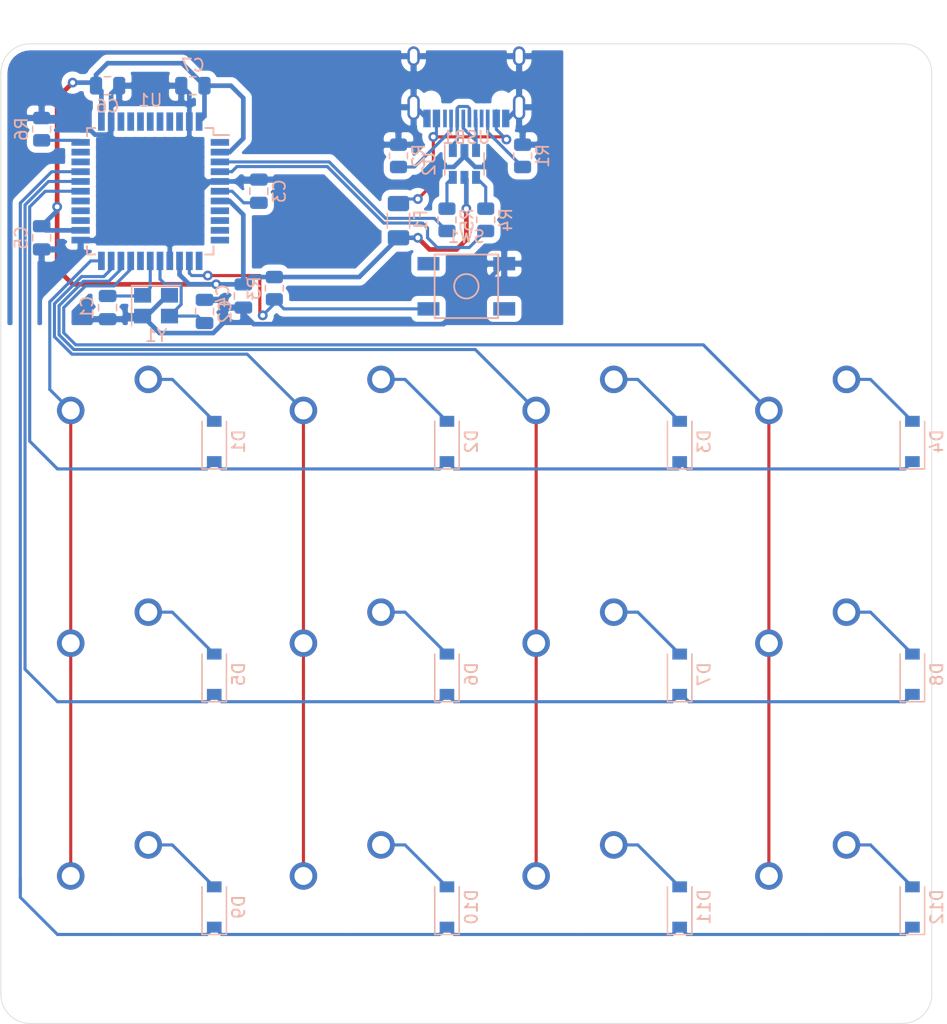
<source format=kicad_pcb>
(kicad_pcb (version 20171130) (host pcbnew "(5.1.10)-1")

  (general
    (thickness 1.6)
    (drawings 8)
    (tracks 283)
    (zones 0)
    (modules 43)
    (nets 57)
  )

  (page A4)
  (layers
    (0 F.Cu signal)
    (31 B.Cu signal)
    (32 B.Adhes user)
    (33 F.Adhes user)
    (34 B.Paste user)
    (35 F.Paste user)
    (36 B.SilkS user)
    (37 F.SilkS user)
    (38 B.Mask user)
    (39 F.Mask user)
    (40 Dwgs.User user)
    (41 Cmts.User user)
    (42 Eco1.User user)
    (43 Eco2.User user)
    (44 Edge.Cuts user)
    (45 Margin user)
    (46 B.CrtYd user)
    (47 F.CrtYd user)
    (48 B.Fab user)
    (49 F.Fab user)
  )

  (setup
    (last_trace_width 0.254)
    (trace_clearance 0.127)
    (zone_clearance 0.508)
    (zone_45_only no)
    (trace_min 0.2)
    (via_size 0.8)
    (via_drill 0.4)
    (via_min_size 0.4)
    (via_min_drill 0.3)
    (uvia_size 0.3)
    (uvia_drill 0.1)
    (uvias_allowed no)
    (uvia_min_size 0.2)
    (uvia_min_drill 0.1)
    (edge_width 0.05)
    (segment_width 0.2)
    (pcb_text_width 0.3)
    (pcb_text_size 1.5 1.5)
    (mod_edge_width 0.12)
    (mod_text_size 1 1)
    (mod_text_width 0.15)
    (pad_size 1.524 1.524)
    (pad_drill 0.762)
    (pad_to_mask_clearance 0)
    (aux_axis_origin 0 0)
    (visible_elements 7FFFFFFF)
    (pcbplotparams
      (layerselection 0x010fc_ffffffff)
      (usegerberextensions false)
      (usegerberattributes true)
      (usegerberadvancedattributes true)
      (creategerberjobfile true)
      (excludeedgelayer true)
      (linewidth 0.100000)
      (plotframeref false)
      (viasonmask false)
      (mode 1)
      (useauxorigin false)
      (hpglpennumber 1)
      (hpglpenspeed 20)
      (hpglpendiameter 15.000000)
      (psnegative false)
      (psa4output false)
      (plotreference true)
      (plotvalue true)
      (plotinvisibletext false)
      (padsonsilk false)
      (subtractmaskfromsilk false)
      (outputformat 1)
      (mirror false)
      (drillshape 1)
      (scaleselection 1)
      (outputdirectory ""))
  )

  (net 0 "")
  (net 1 GND)
  (net 2 "Net-(C1-Pad1)")
  (net 3 "Net-(C2-Pad1)")
  (net 4 "Net-(C3-Pad1)")
  (net 5 +5V)
  (net 6 "Net-(D1-Pad2)")
  (net 7 ROW0)
  (net 8 "Net-(D2-Pad2)")
  (net 9 "Net-(D3-Pad2)")
  (net 10 "Net-(D4-Pad2)")
  (net 11 "Net-(D5-Pad2)")
  (net 12 ROW1)
  (net 13 "Net-(D6-Pad2)")
  (net 14 "Net-(D7-Pad2)")
  (net 15 "Net-(D8-Pad2)")
  (net 16 "Net-(D9-Pad2)")
  (net 17 ROW2)
  (net 18 "Net-(D10-Pad2)")
  (net 19 "Net-(D11-Pad2)")
  (net 20 "Net-(D12-Pad2)")
  (net 21 VCC)
  (net 22 COL0)
  (net 23 COL1)
  (net 24 COL2)
  (net 25 COL3)
  (net 26 "Net-(R1-Pad1)")
  (net 27 "Net-(R2-Pad1)")
  (net 28 "Net-(R3-Pad2)")
  (net 29 D+)
  (net 30 "Net-(R4-Pad1)")
  (net 31 D-)
  (net 32 "Net-(R5-Pad1)")
  (net 33 "Net-(R6-Pad2)")
  (net 34 "Net-(U1-Pad42)")
  (net 35 "Net-(U1-Pad41)")
  (net 36 "Net-(U1-Pad40)")
  (net 37 "Net-(U1-Pad39)")
  (net 38 "Net-(U1-Pad38)")
  (net 39 "Net-(U1-Pad37)")
  (net 40 "Net-(U1-Pad36)")
  (net 41 "Net-(U1-Pad32)")
  (net 42 "Net-(U1-Pad31)")
  (net 43 "Net-(U1-Pad27)")
  (net 44 "Net-(U1-Pad26)")
  (net 45 "Net-(U1-Pad25)")
  (net 46 "Net-(U1-Pad18)")
  (net 47 "Net-(U1-Pad12)")
  (net 48 "Net-(U1-Pad11)")
  (net 49 "Net-(U1-Pad10)")
  (net 50 "Net-(U1-Pad9)")
  (net 51 "Net-(U1-Pad8)")
  (net 52 "Net-(U1-Pad1)")
  (net 53 "Net-(U2-Pad3)")
  (net 54 "Net-(U2-Pad1)")
  (net 55 "Net-(USB1-Pad3)")
  (net 56 "Net-(USB1-Pad9)")

  (net_class Default "This is the default net class."
    (clearance 0.127)
    (trace_width 0.254)
    (via_dia 0.8)
    (via_drill 0.4)
    (uvia_dia 0.3)
    (uvia_drill 0.1)
    (add_net COL0)
    (add_net COL1)
    (add_net COL2)
    (add_net COL3)
    (add_net D+)
    (add_net D-)
    (add_net "Net-(C1-Pad1)")
    (add_net "Net-(C2-Pad1)")
    (add_net "Net-(C3-Pad1)")
    (add_net "Net-(D1-Pad2)")
    (add_net "Net-(D10-Pad2)")
    (add_net "Net-(D11-Pad2)")
    (add_net "Net-(D12-Pad2)")
    (add_net "Net-(D2-Pad2)")
    (add_net "Net-(D3-Pad2)")
    (add_net "Net-(D4-Pad2)")
    (add_net "Net-(D5-Pad2)")
    (add_net "Net-(D6-Pad2)")
    (add_net "Net-(D7-Pad2)")
    (add_net "Net-(D8-Pad2)")
    (add_net "Net-(D9-Pad2)")
    (add_net "Net-(R1-Pad1)")
    (add_net "Net-(R2-Pad1)")
    (add_net "Net-(R3-Pad2)")
    (add_net "Net-(R4-Pad1)")
    (add_net "Net-(R5-Pad1)")
    (add_net "Net-(R6-Pad2)")
    (add_net "Net-(U1-Pad1)")
    (add_net "Net-(U1-Pad10)")
    (add_net "Net-(U1-Pad11)")
    (add_net "Net-(U1-Pad12)")
    (add_net "Net-(U1-Pad18)")
    (add_net "Net-(U1-Pad25)")
    (add_net "Net-(U1-Pad26)")
    (add_net "Net-(U1-Pad27)")
    (add_net "Net-(U1-Pad31)")
    (add_net "Net-(U1-Pad32)")
    (add_net "Net-(U1-Pad36)")
    (add_net "Net-(U1-Pad37)")
    (add_net "Net-(U1-Pad38)")
    (add_net "Net-(U1-Pad39)")
    (add_net "Net-(U1-Pad40)")
    (add_net "Net-(U1-Pad41)")
    (add_net "Net-(U1-Pad42)")
    (add_net "Net-(U1-Pad8)")
    (add_net "Net-(U1-Pad9)")
    (add_net "Net-(U2-Pad1)")
    (add_net "Net-(U2-Pad3)")
    (add_net "Net-(USB1-Pad3)")
    (add_net "Net-(USB1-Pad9)")
    (add_net ROW0)
    (add_net ROW1)
    (add_net ROW2)
    (add_net VCC)
  )

  (net_class Power ""
    (clearance 0.127)
    (trace_width 0.381)
    (via_dia 0.8)
    (via_drill 0.4)
    (uvia_dia 0.3)
    (uvia_drill 0.1)
    (add_net +5V)
    (add_net GND)
  )

  (module Capacitor_SMD:C_0805_2012Metric (layer B.Cu) (tedit 5F68FEEE) (tstamp 6186CE2E)
    (at 128.27 78.7375 90)
    (descr "Capacitor SMD 0805 (2012 Metric), square (rectangular) end terminal, IPC_7351 nominal, (Body size source: IPC-SM-782 page 76, https://www.pcb-3d.com/wordpress/wp-content/uploads/ipc-sm-782a_amendment_1_and_2.pdf, https://docs.google.com/spreadsheets/d/1BsfQQcO9C6DZCsRaXUlFlo91Tg2WpOkGARC1WS5S8t0/edit?usp=sharing), generated with kicad-footprint-generator")
    (tags capacitor)
    (path /618233A4)
    (attr smd)
    (fp_text reference C3 (at 0 1.68 90) (layer B.SilkS)
      (effects (font (size 1 1) (thickness 0.15)) (justify mirror))
    )
    (fp_text value "1 uF" (at 0 -1.68 90) (layer B.Fab)
      (effects (font (size 1 1) (thickness 0.15)) (justify mirror))
    )
    (fp_line (start -1 -0.625) (end -1 0.625) (layer B.Fab) (width 0.1))
    (fp_line (start -1 0.625) (end 1 0.625) (layer B.Fab) (width 0.1))
    (fp_line (start 1 0.625) (end 1 -0.625) (layer B.Fab) (width 0.1))
    (fp_line (start 1 -0.625) (end -1 -0.625) (layer B.Fab) (width 0.1))
    (fp_line (start -0.261252 0.735) (end 0.261252 0.735) (layer B.SilkS) (width 0.12))
    (fp_line (start -0.261252 -0.735) (end 0.261252 -0.735) (layer B.SilkS) (width 0.12))
    (fp_line (start -1.7 -0.98) (end -1.7 0.98) (layer B.CrtYd) (width 0.05))
    (fp_line (start -1.7 0.98) (end 1.7 0.98) (layer B.CrtYd) (width 0.05))
    (fp_line (start 1.7 0.98) (end 1.7 -0.98) (layer B.CrtYd) (width 0.05))
    (fp_line (start 1.7 -0.98) (end -1.7 -0.98) (layer B.CrtYd) (width 0.05))
    (fp_text user %R (at 0 0 90) (layer B.Fab)
      (effects (font (size 0.5 0.5) (thickness 0.08)) (justify mirror))
    )
    (pad 2 smd roundrect (at 0.95 0 90) (size 1 1.45) (layers B.Cu B.Paste B.Mask) (roundrect_rratio 0.25)
      (net 1 GND))
    (pad 1 smd roundrect (at -0.95 0 90) (size 1 1.45) (layers B.Cu B.Paste B.Mask) (roundrect_rratio 0.25)
      (net 4 "Net-(C3-Pad1)"))
    (model ${KISYS3DMOD}/Capacitor_SMD.3dshapes/C_0805_2012Metric.wrl
      (at (xyz 0 0 0))
      (scale (xyz 1 1 1))
      (rotate (xyz 0 0 0))
    )
  )

  (module Fuse:Fuse_1206_3216Metric (layer B.Cu) (tedit 5F68FEF1) (tstamp 61859643)
    (at 139.7 81.15 90)
    (descr "Fuse SMD 1206 (3216 Metric), square (rectangular) end terminal, IPC_7351 nominal, (Body size source: http://www.tortai-tech.com/upload/download/2011102023233369053.pdf), generated with kicad-footprint-generator")
    (tags fuse)
    (path /618694DD)
    (attr smd)
    (fp_text reference F1 (at 0 1.82 90) (layer B.SilkS)
      (effects (font (size 1 1) (thickness 0.15)) (justify mirror))
    )
    (fp_text value 500mA (at 0 -1.82 90) (layer B.Fab)
      (effects (font (size 1 1) (thickness 0.15)) (justify mirror))
    )
    (fp_line (start -1.6 -0.8) (end -1.6 0.8) (layer B.Fab) (width 0.1))
    (fp_line (start -1.6 0.8) (end 1.6 0.8) (layer B.Fab) (width 0.1))
    (fp_line (start 1.6 0.8) (end 1.6 -0.8) (layer B.Fab) (width 0.1))
    (fp_line (start 1.6 -0.8) (end -1.6 -0.8) (layer B.Fab) (width 0.1))
    (fp_line (start -0.602064 0.91) (end 0.602064 0.91) (layer B.SilkS) (width 0.12))
    (fp_line (start -0.602064 -0.91) (end 0.602064 -0.91) (layer B.SilkS) (width 0.12))
    (fp_line (start -2.28 -1.12) (end -2.28 1.12) (layer B.CrtYd) (width 0.05))
    (fp_line (start -2.28 1.12) (end 2.28 1.12) (layer B.CrtYd) (width 0.05))
    (fp_line (start 2.28 1.12) (end 2.28 -1.12) (layer B.CrtYd) (width 0.05))
    (fp_line (start 2.28 -1.12) (end -2.28 -1.12) (layer B.CrtYd) (width 0.05))
    (fp_text user %R (at 0 0 90) (layer B.Fab)
      (effects (font (size 0.8 0.8) (thickness 0.12)) (justify mirror))
    )
    (pad 2 smd roundrect (at 1.4 0 90) (size 1.25 1.75) (layers B.Cu B.Paste B.Mask) (roundrect_rratio 0.2)
      (net 21 VCC))
    (pad 1 smd roundrect (at -1.4 0 90) (size 1.25 1.75) (layers B.Cu B.Paste B.Mask) (roundrect_rratio 0.2)
      (net 5 +5V))
    (model ${KISYS3DMOD}/Fuse.3dshapes/Fuse_1206_3216Metric.wrl
      (at (xyz 0 0 0))
      (scale (xyz 1 1 1))
      (rotate (xyz 0 0 0))
    )
  )

  (module MX_Only:MXOnly-1U-NoLED (layer F.Cu) (tedit 5BD3C6C7) (tstamp 6185657C)
    (at 173.83125 137.31875)
    (path /618ADCB3)
    (fp_text reference MX12 (at 0 3.175) (layer Dwgs.User)
      (effects (font (size 1 1) (thickness 0.15)))
    )
    (fp_text value MX-NoLED (at 0 -7.9375) (layer Dwgs.User)
      (effects (font (size 1 1) (thickness 0.15)))
    )
    (fp_line (start 5 -7) (end 7 -7) (layer Dwgs.User) (width 0.15))
    (fp_line (start 7 -7) (end 7 -5) (layer Dwgs.User) (width 0.15))
    (fp_line (start 5 7) (end 7 7) (layer Dwgs.User) (width 0.15))
    (fp_line (start 7 7) (end 7 5) (layer Dwgs.User) (width 0.15))
    (fp_line (start -7 5) (end -7 7) (layer Dwgs.User) (width 0.15))
    (fp_line (start -7 7) (end -5 7) (layer Dwgs.User) (width 0.15))
    (fp_line (start -5 -7) (end -7 -7) (layer Dwgs.User) (width 0.15))
    (fp_line (start -7 -7) (end -7 -5) (layer Dwgs.User) (width 0.15))
    (fp_line (start -9.525 -9.525) (end 9.525 -9.525) (layer Dwgs.User) (width 0.15))
    (fp_line (start 9.525 -9.525) (end 9.525 9.525) (layer Dwgs.User) (width 0.15))
    (fp_line (start 9.525 9.525) (end -9.525 9.525) (layer Dwgs.User) (width 0.15))
    (fp_line (start -9.525 9.525) (end -9.525 -9.525) (layer Dwgs.User) (width 0.15))
    (pad "" np_thru_hole circle (at 5.08 0 48.0996) (size 1.75 1.75) (drill 1.75) (layers *.Cu *.Mask))
    (pad "" np_thru_hole circle (at -5.08 0 48.0996) (size 1.75 1.75) (drill 1.75) (layers *.Cu *.Mask))
    (pad 1 thru_hole circle (at -3.81 -2.54) (size 2.25 2.25) (drill 1.47) (layers *.Cu B.Mask)
      (net 25 COL3))
    (pad "" np_thru_hole circle (at 0 0) (size 3.9878 3.9878) (drill 3.9878) (layers *.Cu *.Mask))
    (pad 2 thru_hole circle (at 2.54 -5.08) (size 2.25 2.25) (drill 1.47) (layers *.Cu B.Mask)
      (net 20 "Net-(D12-Pad2)"))
  )

  (module MX_Only:MXOnly-1U-NoLED (layer F.Cu) (tedit 5BD3C6C7) (tstamp 61856565)
    (at 154.78125 137.31875)
    (path /618ADCA6)
    (fp_text reference MX11 (at 0 3.175) (layer Dwgs.User)
      (effects (font (size 1 1) (thickness 0.15)))
    )
    (fp_text value MX-NoLED (at 0 -7.9375) (layer Dwgs.User)
      (effects (font (size 1 1) (thickness 0.15)))
    )
    (fp_line (start 5 -7) (end 7 -7) (layer Dwgs.User) (width 0.15))
    (fp_line (start 7 -7) (end 7 -5) (layer Dwgs.User) (width 0.15))
    (fp_line (start 5 7) (end 7 7) (layer Dwgs.User) (width 0.15))
    (fp_line (start 7 7) (end 7 5) (layer Dwgs.User) (width 0.15))
    (fp_line (start -7 5) (end -7 7) (layer Dwgs.User) (width 0.15))
    (fp_line (start -7 7) (end -5 7) (layer Dwgs.User) (width 0.15))
    (fp_line (start -5 -7) (end -7 -7) (layer Dwgs.User) (width 0.15))
    (fp_line (start -7 -7) (end -7 -5) (layer Dwgs.User) (width 0.15))
    (fp_line (start -9.525 -9.525) (end 9.525 -9.525) (layer Dwgs.User) (width 0.15))
    (fp_line (start 9.525 -9.525) (end 9.525 9.525) (layer Dwgs.User) (width 0.15))
    (fp_line (start 9.525 9.525) (end -9.525 9.525) (layer Dwgs.User) (width 0.15))
    (fp_line (start -9.525 9.525) (end -9.525 -9.525) (layer Dwgs.User) (width 0.15))
    (pad "" np_thru_hole circle (at 5.08 0 48.0996) (size 1.75 1.75) (drill 1.75) (layers *.Cu *.Mask))
    (pad "" np_thru_hole circle (at -5.08 0 48.0996) (size 1.75 1.75) (drill 1.75) (layers *.Cu *.Mask))
    (pad 1 thru_hole circle (at -3.81 -2.54) (size 2.25 2.25) (drill 1.47) (layers *.Cu B.Mask)
      (net 24 COL2))
    (pad "" np_thru_hole circle (at 0 0) (size 3.9878 3.9878) (drill 3.9878) (layers *.Cu *.Mask))
    (pad 2 thru_hole circle (at 2.54 -5.08) (size 2.25 2.25) (drill 1.47) (layers *.Cu B.Mask)
      (net 19 "Net-(D11-Pad2)"))
  )

  (module MX_Only:MXOnly-1U-NoLED (layer F.Cu) (tedit 5BD3C6C7) (tstamp 6185654E)
    (at 135.73125 137.31875)
    (path /618ADC99)
    (fp_text reference MX10 (at 0 3.175) (layer Dwgs.User)
      (effects (font (size 1 1) (thickness 0.15)))
    )
    (fp_text value MX-NoLED (at 0 -7.9375) (layer Dwgs.User)
      (effects (font (size 1 1) (thickness 0.15)))
    )
    (fp_line (start 5 -7) (end 7 -7) (layer Dwgs.User) (width 0.15))
    (fp_line (start 7 -7) (end 7 -5) (layer Dwgs.User) (width 0.15))
    (fp_line (start 5 7) (end 7 7) (layer Dwgs.User) (width 0.15))
    (fp_line (start 7 7) (end 7 5) (layer Dwgs.User) (width 0.15))
    (fp_line (start -7 5) (end -7 7) (layer Dwgs.User) (width 0.15))
    (fp_line (start -7 7) (end -5 7) (layer Dwgs.User) (width 0.15))
    (fp_line (start -5 -7) (end -7 -7) (layer Dwgs.User) (width 0.15))
    (fp_line (start -7 -7) (end -7 -5) (layer Dwgs.User) (width 0.15))
    (fp_line (start -9.525 -9.525) (end 9.525 -9.525) (layer Dwgs.User) (width 0.15))
    (fp_line (start 9.525 -9.525) (end 9.525 9.525) (layer Dwgs.User) (width 0.15))
    (fp_line (start 9.525 9.525) (end -9.525 9.525) (layer Dwgs.User) (width 0.15))
    (fp_line (start -9.525 9.525) (end -9.525 -9.525) (layer Dwgs.User) (width 0.15))
    (pad "" np_thru_hole circle (at 5.08 0 48.0996) (size 1.75 1.75) (drill 1.75) (layers *.Cu *.Mask))
    (pad "" np_thru_hole circle (at -5.08 0 48.0996) (size 1.75 1.75) (drill 1.75) (layers *.Cu *.Mask))
    (pad 1 thru_hole circle (at -3.81 -2.54) (size 2.25 2.25) (drill 1.47) (layers *.Cu B.Mask)
      (net 23 COL1))
    (pad "" np_thru_hole circle (at 0 0) (size 3.9878 3.9878) (drill 3.9878) (layers *.Cu *.Mask))
    (pad 2 thru_hole circle (at 2.54 -5.08) (size 2.25 2.25) (drill 1.47) (layers *.Cu B.Mask)
      (net 18 "Net-(D10-Pad2)"))
  )

  (module MX_Only:MXOnly-1U-NoLED (layer F.Cu) (tedit 5BD3C6C7) (tstamp 61856537)
    (at 116.68125 137.31875)
    (path /618ADC8C)
    (fp_text reference MX9 (at 0 3.175) (layer Dwgs.User)
      (effects (font (size 1 1) (thickness 0.15)))
    )
    (fp_text value MX-NoLED (at 0 -7.9375) (layer Dwgs.User)
      (effects (font (size 1 1) (thickness 0.15)))
    )
    (fp_line (start 5 -7) (end 7 -7) (layer Dwgs.User) (width 0.15))
    (fp_line (start 7 -7) (end 7 -5) (layer Dwgs.User) (width 0.15))
    (fp_line (start 5 7) (end 7 7) (layer Dwgs.User) (width 0.15))
    (fp_line (start 7 7) (end 7 5) (layer Dwgs.User) (width 0.15))
    (fp_line (start -7 5) (end -7 7) (layer Dwgs.User) (width 0.15))
    (fp_line (start -7 7) (end -5 7) (layer Dwgs.User) (width 0.15))
    (fp_line (start -5 -7) (end -7 -7) (layer Dwgs.User) (width 0.15))
    (fp_line (start -7 -7) (end -7 -5) (layer Dwgs.User) (width 0.15))
    (fp_line (start -9.525 -9.525) (end 9.525 -9.525) (layer Dwgs.User) (width 0.15))
    (fp_line (start 9.525 -9.525) (end 9.525 9.525) (layer Dwgs.User) (width 0.15))
    (fp_line (start 9.525 9.525) (end -9.525 9.525) (layer Dwgs.User) (width 0.15))
    (fp_line (start -9.525 9.525) (end -9.525 -9.525) (layer Dwgs.User) (width 0.15))
    (pad "" np_thru_hole circle (at 5.08 0 48.0996) (size 1.75 1.75) (drill 1.75) (layers *.Cu *.Mask))
    (pad "" np_thru_hole circle (at -5.08 0 48.0996) (size 1.75 1.75) (drill 1.75) (layers *.Cu *.Mask))
    (pad 1 thru_hole circle (at -3.81 -2.54) (size 2.25 2.25) (drill 1.47) (layers *.Cu B.Mask)
      (net 22 COL0))
    (pad "" np_thru_hole circle (at 0 0) (size 3.9878 3.9878) (drill 3.9878) (layers *.Cu *.Mask))
    (pad 2 thru_hole circle (at 2.54 -5.08) (size 2.25 2.25) (drill 1.47) (layers *.Cu B.Mask)
      (net 16 "Net-(D9-Pad2)"))
  )

  (module MX_Only:MXOnly-1U-NoLED (layer F.Cu) (tedit 5BD3C6C7) (tstamp 6185741E)
    (at 173.83125 118.26875)
    (path /618A6143)
    (fp_text reference MX8 (at 0 3.175) (layer Dwgs.User)
      (effects (font (size 1 1) (thickness 0.15)))
    )
    (fp_text value MX-NoLED (at 0 -7.9375) (layer Dwgs.User)
      (effects (font (size 1 1) (thickness 0.15)))
    )
    (fp_line (start 5 -7) (end 7 -7) (layer Dwgs.User) (width 0.15))
    (fp_line (start 7 -7) (end 7 -5) (layer Dwgs.User) (width 0.15))
    (fp_line (start 5 7) (end 7 7) (layer Dwgs.User) (width 0.15))
    (fp_line (start 7 7) (end 7 5) (layer Dwgs.User) (width 0.15))
    (fp_line (start -7 5) (end -7 7) (layer Dwgs.User) (width 0.15))
    (fp_line (start -7 7) (end -5 7) (layer Dwgs.User) (width 0.15))
    (fp_line (start -5 -7) (end -7 -7) (layer Dwgs.User) (width 0.15))
    (fp_line (start -7 -7) (end -7 -5) (layer Dwgs.User) (width 0.15))
    (fp_line (start -9.525 -9.525) (end 9.525 -9.525) (layer Dwgs.User) (width 0.15))
    (fp_line (start 9.525 -9.525) (end 9.525 9.525) (layer Dwgs.User) (width 0.15))
    (fp_line (start 9.525 9.525) (end -9.525 9.525) (layer Dwgs.User) (width 0.15))
    (fp_line (start -9.525 9.525) (end -9.525 -9.525) (layer Dwgs.User) (width 0.15))
    (pad "" np_thru_hole circle (at 5.08 0 48.0996) (size 1.75 1.75) (drill 1.75) (layers *.Cu *.Mask))
    (pad "" np_thru_hole circle (at -5.08 0 48.0996) (size 1.75 1.75) (drill 1.75) (layers *.Cu *.Mask))
    (pad 1 thru_hole circle (at -3.81 -2.54) (size 2.25 2.25) (drill 1.47) (layers *.Cu B.Mask)
      (net 25 COL3))
    (pad "" np_thru_hole circle (at 0 0) (size 3.9878 3.9878) (drill 3.9878) (layers *.Cu *.Mask))
    (pad 2 thru_hole circle (at 2.54 -5.08) (size 2.25 2.25) (drill 1.47) (layers *.Cu B.Mask)
      (net 15 "Net-(D8-Pad2)"))
  )

  (module MX_Only:MXOnly-1U-NoLED (layer F.Cu) (tedit 5BD3C6C7) (tstamp 61856509)
    (at 154.78125 118.26875)
    (path /618A6136)
    (fp_text reference MX7 (at 0 3.175) (layer Dwgs.User)
      (effects (font (size 1 1) (thickness 0.15)))
    )
    (fp_text value MX-NoLED (at 0 -7.9375) (layer Dwgs.User)
      (effects (font (size 1 1) (thickness 0.15)))
    )
    (fp_line (start 5 -7) (end 7 -7) (layer Dwgs.User) (width 0.15))
    (fp_line (start 7 -7) (end 7 -5) (layer Dwgs.User) (width 0.15))
    (fp_line (start 5 7) (end 7 7) (layer Dwgs.User) (width 0.15))
    (fp_line (start 7 7) (end 7 5) (layer Dwgs.User) (width 0.15))
    (fp_line (start -7 5) (end -7 7) (layer Dwgs.User) (width 0.15))
    (fp_line (start -7 7) (end -5 7) (layer Dwgs.User) (width 0.15))
    (fp_line (start -5 -7) (end -7 -7) (layer Dwgs.User) (width 0.15))
    (fp_line (start -7 -7) (end -7 -5) (layer Dwgs.User) (width 0.15))
    (fp_line (start -9.525 -9.525) (end 9.525 -9.525) (layer Dwgs.User) (width 0.15))
    (fp_line (start 9.525 -9.525) (end 9.525 9.525) (layer Dwgs.User) (width 0.15))
    (fp_line (start 9.525 9.525) (end -9.525 9.525) (layer Dwgs.User) (width 0.15))
    (fp_line (start -9.525 9.525) (end -9.525 -9.525) (layer Dwgs.User) (width 0.15))
    (pad "" np_thru_hole circle (at 5.08 0 48.0996) (size 1.75 1.75) (drill 1.75) (layers *.Cu *.Mask))
    (pad "" np_thru_hole circle (at -5.08 0 48.0996) (size 1.75 1.75) (drill 1.75) (layers *.Cu *.Mask))
    (pad 1 thru_hole circle (at -3.81 -2.54) (size 2.25 2.25) (drill 1.47) (layers *.Cu B.Mask)
      (net 24 COL2))
    (pad "" np_thru_hole circle (at 0 0) (size 3.9878 3.9878) (drill 3.9878) (layers *.Cu *.Mask))
    (pad 2 thru_hole circle (at 2.54 -5.08) (size 2.25 2.25) (drill 1.47) (layers *.Cu B.Mask)
      (net 14 "Net-(D7-Pad2)"))
  )

  (module MX_Only:MXOnly-1U-NoLED (layer F.Cu) (tedit 5BD3C6C7) (tstamp 618564F2)
    (at 135.73125 118.26875)
    (path /618A6129)
    (fp_text reference MX6 (at 0 3.175) (layer Dwgs.User)
      (effects (font (size 1 1) (thickness 0.15)))
    )
    (fp_text value MX-NoLED (at 0 -7.9375) (layer Dwgs.User)
      (effects (font (size 1 1) (thickness 0.15)))
    )
    (fp_line (start 5 -7) (end 7 -7) (layer Dwgs.User) (width 0.15))
    (fp_line (start 7 -7) (end 7 -5) (layer Dwgs.User) (width 0.15))
    (fp_line (start 5 7) (end 7 7) (layer Dwgs.User) (width 0.15))
    (fp_line (start 7 7) (end 7 5) (layer Dwgs.User) (width 0.15))
    (fp_line (start -7 5) (end -7 7) (layer Dwgs.User) (width 0.15))
    (fp_line (start -7 7) (end -5 7) (layer Dwgs.User) (width 0.15))
    (fp_line (start -5 -7) (end -7 -7) (layer Dwgs.User) (width 0.15))
    (fp_line (start -7 -7) (end -7 -5) (layer Dwgs.User) (width 0.15))
    (fp_line (start -9.525 -9.525) (end 9.525 -9.525) (layer Dwgs.User) (width 0.15))
    (fp_line (start 9.525 -9.525) (end 9.525 9.525) (layer Dwgs.User) (width 0.15))
    (fp_line (start 9.525 9.525) (end -9.525 9.525) (layer Dwgs.User) (width 0.15))
    (fp_line (start -9.525 9.525) (end -9.525 -9.525) (layer Dwgs.User) (width 0.15))
    (pad "" np_thru_hole circle (at 5.08 0 48.0996) (size 1.75 1.75) (drill 1.75) (layers *.Cu *.Mask))
    (pad "" np_thru_hole circle (at -5.08 0 48.0996) (size 1.75 1.75) (drill 1.75) (layers *.Cu *.Mask))
    (pad 1 thru_hole circle (at -3.81 -2.54) (size 2.25 2.25) (drill 1.47) (layers *.Cu B.Mask)
      (net 23 COL1))
    (pad "" np_thru_hole circle (at 0 0) (size 3.9878 3.9878) (drill 3.9878) (layers *.Cu *.Mask))
    (pad 2 thru_hole circle (at 2.54 -5.08) (size 2.25 2.25) (drill 1.47) (layers *.Cu B.Mask)
      (net 13 "Net-(D6-Pad2)"))
  )

  (module MX_Only:MXOnly-1U-NoLED (layer F.Cu) (tedit 5BD3C6C7) (tstamp 618564DB)
    (at 116.68125 118.26875)
    (path /618A611C)
    (fp_text reference MX5 (at 0 3.175) (layer Dwgs.User)
      (effects (font (size 1 1) (thickness 0.15)))
    )
    (fp_text value MX-NoLED (at 0 -7.9375) (layer Dwgs.User)
      (effects (font (size 1 1) (thickness 0.15)))
    )
    (fp_line (start 5 -7) (end 7 -7) (layer Dwgs.User) (width 0.15))
    (fp_line (start 7 -7) (end 7 -5) (layer Dwgs.User) (width 0.15))
    (fp_line (start 5 7) (end 7 7) (layer Dwgs.User) (width 0.15))
    (fp_line (start 7 7) (end 7 5) (layer Dwgs.User) (width 0.15))
    (fp_line (start -7 5) (end -7 7) (layer Dwgs.User) (width 0.15))
    (fp_line (start -7 7) (end -5 7) (layer Dwgs.User) (width 0.15))
    (fp_line (start -5 -7) (end -7 -7) (layer Dwgs.User) (width 0.15))
    (fp_line (start -7 -7) (end -7 -5) (layer Dwgs.User) (width 0.15))
    (fp_line (start -9.525 -9.525) (end 9.525 -9.525) (layer Dwgs.User) (width 0.15))
    (fp_line (start 9.525 -9.525) (end 9.525 9.525) (layer Dwgs.User) (width 0.15))
    (fp_line (start 9.525 9.525) (end -9.525 9.525) (layer Dwgs.User) (width 0.15))
    (fp_line (start -9.525 9.525) (end -9.525 -9.525) (layer Dwgs.User) (width 0.15))
    (pad "" np_thru_hole circle (at 5.08 0 48.0996) (size 1.75 1.75) (drill 1.75) (layers *.Cu *.Mask))
    (pad "" np_thru_hole circle (at -5.08 0 48.0996) (size 1.75 1.75) (drill 1.75) (layers *.Cu *.Mask))
    (pad 1 thru_hole circle (at -3.81 -2.54) (size 2.25 2.25) (drill 1.47) (layers *.Cu B.Mask)
      (net 22 COL0))
    (pad "" np_thru_hole circle (at 0 0) (size 3.9878 3.9878) (drill 3.9878) (layers *.Cu *.Mask))
    (pad 2 thru_hole circle (at 2.54 -5.08) (size 2.25 2.25) (drill 1.47) (layers *.Cu B.Mask)
      (net 11 "Net-(D5-Pad2)"))
  )

  (module MX_Only:MXOnly-1U-NoLED locked (layer F.Cu) (tedit 5BD3C6C7) (tstamp 618564C4)
    (at 173.83125 99.21875)
    (path /6188BC0B)
    (fp_text reference MX4 (at 0 3.175) (layer Dwgs.User)
      (effects (font (size 1 1) (thickness 0.15)))
    )
    (fp_text value MX-NoLED (at 0 -7.9375) (layer Dwgs.User)
      (effects (font (size 1 1) (thickness 0.15)))
    )
    (fp_line (start 5 -7) (end 7 -7) (layer Dwgs.User) (width 0.15))
    (fp_line (start 7 -7) (end 7 -5) (layer Dwgs.User) (width 0.15))
    (fp_line (start 5 7) (end 7 7) (layer Dwgs.User) (width 0.15))
    (fp_line (start 7 7) (end 7 5) (layer Dwgs.User) (width 0.15))
    (fp_line (start -7 5) (end -7 7) (layer Dwgs.User) (width 0.15))
    (fp_line (start -7 7) (end -5 7) (layer Dwgs.User) (width 0.15))
    (fp_line (start -5 -7) (end -7 -7) (layer Dwgs.User) (width 0.15))
    (fp_line (start -7 -7) (end -7 -5) (layer Dwgs.User) (width 0.15))
    (fp_line (start -9.525 -9.525) (end 9.525 -9.525) (layer Dwgs.User) (width 0.15))
    (fp_line (start 9.525 -9.525) (end 9.525 9.525) (layer Dwgs.User) (width 0.15))
    (fp_line (start 9.525 9.525) (end -9.525 9.525) (layer Dwgs.User) (width 0.15))
    (fp_line (start -9.525 9.525) (end -9.525 -9.525) (layer Dwgs.User) (width 0.15))
    (pad "" np_thru_hole circle (at 5.08 0 48.0996) (size 1.75 1.75) (drill 1.75) (layers *.Cu *.Mask))
    (pad "" np_thru_hole circle (at -5.08 0 48.0996) (size 1.75 1.75) (drill 1.75) (layers *.Cu *.Mask))
    (pad 1 thru_hole circle (at -3.81 -2.54) (size 2.25 2.25) (drill 1.47) (layers *.Cu B.Mask)
      (net 25 COL3))
    (pad "" np_thru_hole circle (at 0 0) (size 3.9878 3.9878) (drill 3.9878) (layers *.Cu *.Mask))
    (pad 2 thru_hole circle (at 2.54 -5.08) (size 2.25 2.25) (drill 1.47) (layers *.Cu B.Mask)
      (net 10 "Net-(D4-Pad2)"))
  )

  (module MX_Only:MXOnly-1U-NoLED (layer F.Cu) (tedit 5BD3C6C7) (tstamp 618564AD)
    (at 154.78125 99.21875)
    (path /6188BBFE)
    (fp_text reference MX3 (at 0 3.175) (layer Dwgs.User)
      (effects (font (size 1 1) (thickness 0.15)))
    )
    (fp_text value MX-NoLED (at 0 -7.9375) (layer Dwgs.User)
      (effects (font (size 1 1) (thickness 0.15)))
    )
    (fp_line (start 5 -7) (end 7 -7) (layer Dwgs.User) (width 0.15))
    (fp_line (start 7 -7) (end 7 -5) (layer Dwgs.User) (width 0.15))
    (fp_line (start 5 7) (end 7 7) (layer Dwgs.User) (width 0.15))
    (fp_line (start 7 7) (end 7 5) (layer Dwgs.User) (width 0.15))
    (fp_line (start -7 5) (end -7 7) (layer Dwgs.User) (width 0.15))
    (fp_line (start -7 7) (end -5 7) (layer Dwgs.User) (width 0.15))
    (fp_line (start -5 -7) (end -7 -7) (layer Dwgs.User) (width 0.15))
    (fp_line (start -7 -7) (end -7 -5) (layer Dwgs.User) (width 0.15))
    (fp_line (start -9.525 -9.525) (end 9.525 -9.525) (layer Dwgs.User) (width 0.15))
    (fp_line (start 9.525 -9.525) (end 9.525 9.525) (layer Dwgs.User) (width 0.15))
    (fp_line (start 9.525 9.525) (end -9.525 9.525) (layer Dwgs.User) (width 0.15))
    (fp_line (start -9.525 9.525) (end -9.525 -9.525) (layer Dwgs.User) (width 0.15))
    (pad "" np_thru_hole circle (at 5.08 0 48.0996) (size 1.75 1.75) (drill 1.75) (layers *.Cu *.Mask))
    (pad "" np_thru_hole circle (at -5.08 0 48.0996) (size 1.75 1.75) (drill 1.75) (layers *.Cu *.Mask))
    (pad 1 thru_hole circle (at -3.81 -2.54) (size 2.25 2.25) (drill 1.47) (layers *.Cu B.Mask)
      (net 24 COL2))
    (pad "" np_thru_hole circle (at 0 0) (size 3.9878 3.9878) (drill 3.9878) (layers *.Cu *.Mask))
    (pad 2 thru_hole circle (at 2.54 -5.08) (size 2.25 2.25) (drill 1.47) (layers *.Cu B.Mask)
      (net 9 "Net-(D3-Pad2)"))
  )

  (module MX_Only:MXOnly-1U-NoLED (layer F.Cu) (tedit 5BD3C6C7) (tstamp 6186AEB1)
    (at 135.73125 99.21875)
    (path /61888BA2)
    (fp_text reference MX2 (at 0 3.175) (layer Dwgs.User)
      (effects (font (size 1 1) (thickness 0.15)))
    )
    (fp_text value MX-NoLED (at 0 -7.9375) (layer Dwgs.User)
      (effects (font (size 1 1) (thickness 0.15)))
    )
    (fp_line (start 5 -7) (end 7 -7) (layer Dwgs.User) (width 0.15))
    (fp_line (start 7 -7) (end 7 -5) (layer Dwgs.User) (width 0.15))
    (fp_line (start 5 7) (end 7 7) (layer Dwgs.User) (width 0.15))
    (fp_line (start 7 7) (end 7 5) (layer Dwgs.User) (width 0.15))
    (fp_line (start -7 5) (end -7 7) (layer Dwgs.User) (width 0.15))
    (fp_line (start -7 7) (end -5 7) (layer Dwgs.User) (width 0.15))
    (fp_line (start -5 -7) (end -7 -7) (layer Dwgs.User) (width 0.15))
    (fp_line (start -7 -7) (end -7 -5) (layer Dwgs.User) (width 0.15))
    (fp_line (start -9.525 -9.525) (end 9.525 -9.525) (layer Dwgs.User) (width 0.15))
    (fp_line (start 9.525 -9.525) (end 9.525 9.525) (layer Dwgs.User) (width 0.15))
    (fp_line (start 9.525 9.525) (end -9.525 9.525) (layer Dwgs.User) (width 0.15))
    (fp_line (start -9.525 9.525) (end -9.525 -9.525) (layer Dwgs.User) (width 0.15))
    (pad "" np_thru_hole circle (at 5.08 0 48.0996) (size 1.75 1.75) (drill 1.75) (layers *.Cu *.Mask))
    (pad "" np_thru_hole circle (at -5.08 0 48.0996) (size 1.75 1.75) (drill 1.75) (layers *.Cu *.Mask))
    (pad 1 thru_hole circle (at -3.81 -2.54) (size 2.25 2.25) (drill 1.47) (layers *.Cu B.Mask)
      (net 23 COL1))
    (pad "" np_thru_hole circle (at 0 0) (size 3.9878 3.9878) (drill 3.9878) (layers *.Cu *.Mask))
    (pad 2 thru_hole circle (at 2.54 -5.08) (size 2.25 2.25) (drill 1.47) (layers *.Cu B.Mask)
      (net 8 "Net-(D2-Pad2)"))
  )

  (module MX_Only:MXOnly-1U-NoLED locked (layer F.Cu) (tedit 5BD3C6C7) (tstamp 6186AEED)
    (at 116.68125 99.21875)
    (path /6187DC71)
    (fp_text reference MX1 (at 0 3.175) (layer Dwgs.User)
      (effects (font (size 1 1) (thickness 0.15)))
    )
    (fp_text value MX-NoLED (at 0 -7.9375) (layer Dwgs.User)
      (effects (font (size 1 1) (thickness 0.15)))
    )
    (fp_line (start 5 -7) (end 7 -7) (layer Dwgs.User) (width 0.15))
    (fp_line (start 7 -7) (end 7 -5) (layer Dwgs.User) (width 0.15))
    (fp_line (start 5 7) (end 7 7) (layer Dwgs.User) (width 0.15))
    (fp_line (start 7 7) (end 7 5) (layer Dwgs.User) (width 0.15))
    (fp_line (start -7 5) (end -7 7) (layer Dwgs.User) (width 0.15))
    (fp_line (start -7 7) (end -5 7) (layer Dwgs.User) (width 0.15))
    (fp_line (start -5 -7) (end -7 -7) (layer Dwgs.User) (width 0.15))
    (fp_line (start -7 -7) (end -7 -5) (layer Dwgs.User) (width 0.15))
    (fp_line (start -9.525 -9.525) (end 9.525 -9.525) (layer Dwgs.User) (width 0.15))
    (fp_line (start 9.525 -9.525) (end 9.525 9.525) (layer Dwgs.User) (width 0.15))
    (fp_line (start 9.525 9.525) (end -9.525 9.525) (layer Dwgs.User) (width 0.15))
    (fp_line (start -9.525 9.525) (end -9.525 -9.525) (layer Dwgs.User) (width 0.15))
    (pad "" np_thru_hole circle (at 5.08 0 48.0996) (size 1.75 1.75) (drill 1.75) (layers *.Cu *.Mask))
    (pad "" np_thru_hole circle (at -5.08 0 48.0996) (size 1.75 1.75) (drill 1.75) (layers *.Cu *.Mask))
    (pad 1 thru_hole circle (at -3.81 -2.54) (size 2.25 2.25) (drill 1.47) (layers *.Cu B.Mask)
      (net 22 COL0))
    (pad "" np_thru_hole circle (at 0 0) (size 3.9878 3.9878) (drill 3.9878) (layers *.Cu *.Mask))
    (pad 2 thru_hole circle (at 2.54 -5.08) (size 2.25 2.25) (drill 1.47) (layers *.Cu B.Mask)
      (net 6 "Net-(D1-Pad2)"))
  )

  (module Crystal:Crystal_SMD_3225-4Pin_3.2x2.5mm (layer B.Cu) (tedit 5A0FD1B2) (tstamp 6186BF9C)
    (at 119.85625 88.10625)
    (descr "SMD Crystal SERIES SMD3225/4 http://www.txccrystal.com/images/pdf/7m-accuracy.pdf, 3.2x2.5mm^2 package")
    (tags "SMD SMT crystal")
    (path /618314D8)
    (attr smd)
    (fp_text reference Y1 (at 0 2.450001 180) (layer B.SilkS)
      (effects (font (size 1 1) (thickness 0.15)) (justify mirror))
    )
    (fp_text value 16MHz (at 0 -2.450001 180) (layer B.Fab)
      (effects (font (size 1 1) (thickness 0.15)) (justify mirror))
    )
    (fp_line (start -1.6 1.25) (end -1.6 -1.25) (layer B.Fab) (width 0.1))
    (fp_line (start -1.6 -1.25) (end 1.6 -1.25) (layer B.Fab) (width 0.1))
    (fp_line (start 1.6 -1.25) (end 1.6 1.25) (layer B.Fab) (width 0.1))
    (fp_line (start 1.6 1.25) (end -1.6 1.25) (layer B.Fab) (width 0.1))
    (fp_line (start -1.6 -0.25) (end -0.6 -1.25) (layer B.Fab) (width 0.1))
    (fp_line (start -2 1.65) (end -2 -1.65) (layer B.SilkS) (width 0.12))
    (fp_line (start -2 -1.65) (end 2 -1.65) (layer B.SilkS) (width 0.12))
    (fp_line (start -2.1 1.7) (end -2.1 -1.7) (layer B.CrtYd) (width 0.05))
    (fp_line (start -2.1 -1.7) (end 2.1 -1.7) (layer B.CrtYd) (width 0.05))
    (fp_line (start 2.1 -1.7) (end 2.1 1.7) (layer B.CrtYd) (width 0.05))
    (fp_line (start 2.1 1.7) (end -2.1 1.7) (layer B.CrtYd) (width 0.05))
    (fp_text user %R (at 0 0 180) (layer B.Fab)
      (effects (font (size 0.7 0.7) (thickness 0.105)) (justify mirror))
    )
    (pad 4 smd rect (at -1.1 0.85) (size 1.4 1.2) (layers B.Cu B.Paste B.Mask)
      (net 1 GND))
    (pad 3 smd rect (at 1.1 0.85) (size 1.4 1.2) (layers B.Cu B.Paste B.Mask)
      (net 3 "Net-(C2-Pad1)"))
    (pad 2 smd rect (at 1.1 -0.85) (size 1.4 1.2) (layers B.Cu B.Paste B.Mask)
      (net 1 GND))
    (pad 1 smd rect (at -1.1 -0.85) (size 1.4 1.2) (layers B.Cu B.Paste B.Mask)
      (net 2 "Net-(C1-Pad1)"))
    (model ${KISYS3DMOD}/Crystal.3dshapes/Crystal_SMD_3225-4Pin_3.2x2.5mm.wrl
      (at (xyz 0 0 0))
      (scale (xyz 1 1 1))
      (rotate (xyz 0 0 0))
    )
  )

  (module Type-C:HRO-TYPE-C-31-M-12-Assembly (layer B.Cu) (tedit 5C42C666) (tstamp 61857ED5)
    (at 145.25625 65.0875)
    (path /6185DB88)
    (attr smd)
    (fp_text reference USB1 (at 0 9.25) (layer B.SilkS)
      (effects (font (size 1 1) (thickness 0.15)) (justify mirror))
    )
    (fp_text value HRO-TYPE-C-31-M-12 (at 0 -1.15) (layer Dwgs.User)
      (effects (font (size 1 1) (thickness 0.15)))
    )
    (fp_line (start 3.75 8.5) (end 3.75 7.5) (layer B.CrtYd) (width 0.15))
    (fp_line (start -3.75 8.5) (end 3.75 8.5) (layer B.CrtYd) (width 0.15))
    (fp_line (start -3.75 7.5) (end -3.75 8.5) (layer B.CrtYd) (width 0.15))
    (fp_line (start -4.5 0) (end -4.5 7.5) (layer B.CrtYd) (width 0.15))
    (fp_line (start 4.5 0) (end -4.5 0) (layer B.CrtYd) (width 0.15))
    (fp_line (start 4.5 7.5) (end 4.5 0) (layer B.CrtYd) (width 0.15))
    (fp_line (start 3.75 7.5) (end 4.5 7.5) (layer B.CrtYd) (width 0.15))
    (fp_line (start -4.5 7.5) (end -3.75 7.5) (layer B.CrtYd) (width 0.15))
    (fp_line (start -4.47 0) (end 4.47 0) (layer Dwgs.User) (width 0.15))
    (fp_line (start -4.47 0) (end -4.47 7.3) (layer Dwgs.User) (width 0.15))
    (fp_line (start 4.47 0) (end 4.47 7.3) (layer Dwgs.User) (width 0.15))
    (fp_line (start -4.47 7.3) (end 4.47 7.3) (layer Dwgs.User) (width 0.15))
    (fp_text user %R (at 0 9.25) (layer B.Fab)
      (effects (font (size 1 1) (thickness 0.15)) (justify mirror))
    )
    (pad 13 thru_hole oval (at 4.32 2.6) (size 1 1.6) (drill oval 0.6 1.2) (layers *.Cu *.Mask)
      (net 1 GND))
    (pad 13 thru_hole oval (at -4.32 2.6) (size 1 1.6) (drill oval 0.6 1.2) (layers *.Cu *.Mask)
      (net 1 GND))
    (pad 13 thru_hole oval (at 4.32 6.78) (size 1 2.1) (drill oval 0.6 1.7) (layers *.Cu *.Mask)
      (net 1 GND))
    (pad 13 thru_hole oval (at -4.32 6.78) (size 1 2.1) (drill oval 0.6 1.7) (layers *.Cu *.Mask)
      (net 1 GND))
    (pad "" np_thru_hole circle (at -2.89 6.25) (size 0.65 0.65) (drill 0.65) (layers *.Cu *.Mask))
    (pad "" np_thru_hole circle (at 2.89 6.25) (size 0.65 0.65) (drill 0.65) (layers *.Cu *.Mask))
    (pad 6 smd rect (at -0.25 7.695) (size 0.3 1.45) (layers B.Cu B.Paste B.Mask)
      (net 53 "Net-(U2-Pad3)"))
    (pad 7 smd rect (at 0.25 7.695) (size 0.3 1.45) (layers B.Cu B.Paste B.Mask)
      (net 54 "Net-(U2-Pad1)"))
    (pad 8 smd rect (at 0.75 7.695) (size 0.3 1.45) (layers B.Cu B.Paste B.Mask)
      (net 53 "Net-(U2-Pad3)"))
    (pad 5 smd rect (at -0.75 7.695) (size 0.3 1.45) (layers B.Cu B.Paste B.Mask)
      (net 54 "Net-(U2-Pad1)"))
    (pad 9 smd rect (at 1.25 7.695) (size 0.3 1.45) (layers B.Cu B.Paste B.Mask)
      (net 56 "Net-(USB1-Pad9)"))
    (pad 4 smd rect (at -1.25 7.695) (size 0.3 1.45) (layers B.Cu B.Paste B.Mask)
      (net 27 "Net-(R2-Pad1)"))
    (pad 10 smd rect (at 1.75 7.695) (size 0.3 1.45) (layers B.Cu B.Paste B.Mask)
      (net 26 "Net-(R1-Pad1)"))
    (pad 3 smd rect (at -1.75 7.695) (size 0.3 1.45) (layers B.Cu B.Paste B.Mask)
      (net 55 "Net-(USB1-Pad3)"))
    (pad 2 smd rect (at -2.45 7.695) (size 0.6 1.45) (layers B.Cu B.Paste B.Mask)
      (net 21 VCC))
    (pad 11 smd rect (at 2.45 7.695) (size 0.6 1.45) (layers B.Cu B.Paste B.Mask)
      (net 21 VCC))
    (pad 1 smd rect (at -3.225 7.695) (size 0.6 1.45) (layers B.Cu B.Paste B.Mask)
      (net 1 GND))
    (pad 12 smd rect (at 3.225 7.695) (size 0.6 1.45) (layers B.Cu B.Paste B.Mask)
      (net 1 GND))
  )

  (module Package_TO_SOT_SMD:SOT-23-6 (layer B.Cu) (tedit 5A02FF57) (tstamp 61869F6C)
    (at 145.1 76.50625 270)
    (descr "6-pin SOT-23 package")
    (tags SOT-23-6)
    (path /6181E199)
    (attr smd)
    (fp_text reference U2 (at 0 2.9 90) (layer B.SilkS)
      (effects (font (size 1 1) (thickness 0.15)) (justify mirror))
    )
    (fp_text value SRV05-4 (at 0 -2.9 90) (layer B.Fab)
      (effects (font (size 1 1) (thickness 0.15)) (justify mirror))
    )
    (fp_line (start -0.9 -1.61) (end 0.9 -1.61) (layer B.SilkS) (width 0.12))
    (fp_line (start 0.9 1.61) (end -1.55 1.61) (layer B.SilkS) (width 0.12))
    (fp_line (start 1.9 1.8) (end -1.9 1.8) (layer B.CrtYd) (width 0.05))
    (fp_line (start 1.9 -1.8) (end 1.9 1.8) (layer B.CrtYd) (width 0.05))
    (fp_line (start -1.9 -1.8) (end 1.9 -1.8) (layer B.CrtYd) (width 0.05))
    (fp_line (start -1.9 1.8) (end -1.9 -1.8) (layer B.CrtYd) (width 0.05))
    (fp_line (start -0.9 0.9) (end -0.25 1.55) (layer B.Fab) (width 0.1))
    (fp_line (start 0.9 1.55) (end -0.25 1.55) (layer B.Fab) (width 0.1))
    (fp_line (start -0.9 0.9) (end -0.9 -1.55) (layer B.Fab) (width 0.1))
    (fp_line (start 0.9 -1.55) (end -0.9 -1.55) (layer B.Fab) (width 0.1))
    (fp_line (start 0.9 1.55) (end 0.9 -1.55) (layer B.Fab) (width 0.1))
    (fp_text user %R (at 0 0 180) (layer B.Fab)
      (effects (font (size 0.5 0.5) (thickness 0.075)) (justify mirror))
    )
    (pad 5 smd rect (at 1.1 0 270) (size 1.06 0.65) (layers B.Cu B.Paste B.Mask)
      (net 5 +5V))
    (pad 6 smd rect (at 1.1 0.95 270) (size 1.06 0.65) (layers B.Cu B.Paste B.Mask)
      (net 31 D-))
    (pad 4 smd rect (at 1.1 -0.95 270) (size 1.06 0.65) (layers B.Cu B.Paste B.Mask)
      (net 29 D+))
    (pad 3 smd rect (at -1.1 -0.95 270) (size 1.06 0.65) (layers B.Cu B.Paste B.Mask)
      (net 53 "Net-(U2-Pad3)"))
    (pad 2 smd rect (at -1.1 0 270) (size 1.06 0.65) (layers B.Cu B.Paste B.Mask)
      (net 1 GND))
    (pad 1 smd rect (at -1.1 0.95 270) (size 1.06 0.65) (layers B.Cu B.Paste B.Mask)
      (net 54 "Net-(U2-Pad1)"))
    (model ${KISYS3DMOD}/Package_TO_SOT_SMD.3dshapes/SOT-23-6.wrl
      (at (xyz 0 0 0))
      (scale (xyz 1 1 1))
      (rotate (xyz 0 0 0))
    )
  )

  (module Package_QFP:TQFP-44_10x10mm_P0.8mm (layer B.Cu) (tedit 5A02F146) (tstamp 6186AF57)
    (at 119.38 78.74 180)
    (descr "44-Lead Plastic Thin Quad Flatpack (PT) - 10x10x1.0 mm Body [TQFP] (see Microchip Packaging Specification 00000049BS.pdf)")
    (tags "QFP 0.8")
    (path /61818C60)
    (attr smd)
    (fp_text reference U1 (at 0 7.450001 180) (layer B.SilkS)
      (effects (font (size 1 1) (thickness 0.15)) (justify mirror))
    )
    (fp_text value ATmega32U4-AU (at 0 -7.450001 180) (layer B.Fab)
      (effects (font (size 1 1) (thickness 0.15)) (justify mirror))
    )
    (fp_line (start -5.175 4.6) (end -6.45 4.6) (layer B.SilkS) (width 0.15))
    (fp_line (start 5.175 5.175) (end 4.5 5.175) (layer B.SilkS) (width 0.15))
    (fp_line (start 5.175 -5.175) (end 4.5 -5.175) (layer B.SilkS) (width 0.15))
    (fp_line (start -5.175 -5.175) (end -4.5 -5.175) (layer B.SilkS) (width 0.15))
    (fp_line (start -5.175 5.175) (end -4.5 5.175) (layer B.SilkS) (width 0.15))
    (fp_line (start -5.175 -5.175) (end -5.175 -4.5) (layer B.SilkS) (width 0.15))
    (fp_line (start 5.175 -5.175) (end 5.175 -4.5) (layer B.SilkS) (width 0.15))
    (fp_line (start 5.175 5.175) (end 5.175 4.5) (layer B.SilkS) (width 0.15))
    (fp_line (start -5.175 5.175) (end -5.175 4.6) (layer B.SilkS) (width 0.15))
    (fp_line (start -6.7 -6.7) (end 6.7 -6.7) (layer B.CrtYd) (width 0.05))
    (fp_line (start -6.7 6.7) (end 6.7 6.7) (layer B.CrtYd) (width 0.05))
    (fp_line (start 6.7 6.7) (end 6.7 -6.7) (layer B.CrtYd) (width 0.05))
    (fp_line (start -6.7 6.7) (end -6.7 -6.7) (layer B.CrtYd) (width 0.05))
    (fp_line (start -5 4) (end -4 5) (layer B.Fab) (width 0.15))
    (fp_line (start -5 -5) (end -5 4) (layer B.Fab) (width 0.15))
    (fp_line (start 5 -5) (end -5 -5) (layer B.Fab) (width 0.15))
    (fp_line (start 5 5) (end 5 -5) (layer B.Fab) (width 0.15))
    (fp_line (start -4 5) (end 5 5) (layer B.Fab) (width 0.15))
    (fp_text user %R (at 0 0 180) (layer B.Fab)
      (effects (font (size 1 1) (thickness 0.15)) (justify mirror))
    )
    (pad 1 smd rect (at -5.7 4 180) (size 1.5 0.55) (layers B.Cu B.Paste B.Mask)
      (net 52 "Net-(U1-Pad1)"))
    (pad 2 smd rect (at -5.7 3.2 180) (size 1.5 0.55) (layers B.Cu B.Paste B.Mask)
      (net 5 +5V))
    (pad 3 smd rect (at -5.7 2.4 180) (size 1.5 0.55) (layers B.Cu B.Paste B.Mask)
      (net 32 "Net-(R5-Pad1)"))
    (pad 4 smd rect (at -5.7 1.6 180) (size 1.5 0.55) (layers B.Cu B.Paste B.Mask)
      (net 30 "Net-(R4-Pad1)"))
    (pad 5 smd rect (at -5.7 0.8 180) (size 1.5 0.55) (layers B.Cu B.Paste B.Mask)
      (net 1 GND))
    (pad 6 smd rect (at -5.7 0 180) (size 1.5 0.55) (layers B.Cu B.Paste B.Mask)
      (net 4 "Net-(C3-Pad1)"))
    (pad 7 smd rect (at -5.7 -0.8 180) (size 1.5 0.55) (layers B.Cu B.Paste B.Mask)
      (net 5 +5V))
    (pad 8 smd rect (at -5.7 -1.6 180) (size 1.5 0.55) (layers B.Cu B.Paste B.Mask)
      (net 51 "Net-(U1-Pad8)"))
    (pad 9 smd rect (at -5.7 -2.4 180) (size 1.5 0.55) (layers B.Cu B.Paste B.Mask)
      (net 50 "Net-(U1-Pad9)"))
    (pad 10 smd rect (at -5.7 -3.2 180) (size 1.5 0.55) (layers B.Cu B.Paste B.Mask)
      (net 49 "Net-(U1-Pad10)"))
    (pad 11 smd rect (at -5.7 -4 180) (size 1.5 0.55) (layers B.Cu B.Paste B.Mask)
      (net 48 "Net-(U1-Pad11)"))
    (pad 12 smd rect (at -4 -5.7 90) (size 1.5 0.55) (layers B.Cu B.Paste B.Mask)
      (net 47 "Net-(U1-Pad12)"))
    (pad 13 smd rect (at -3.2 -5.7 90) (size 1.5 0.55) (layers B.Cu B.Paste B.Mask)
      (net 28 "Net-(R3-Pad2)"))
    (pad 14 smd rect (at -2.4 -5.7 90) (size 1.5 0.55) (layers B.Cu B.Paste B.Mask)
      (net 5 +5V))
    (pad 15 smd rect (at -1.6 -5.7 90) (size 1.5 0.55) (layers B.Cu B.Paste B.Mask)
      (net 1 GND))
    (pad 16 smd rect (at -0.8 -5.7 90) (size 1.5 0.55) (layers B.Cu B.Paste B.Mask)
      (net 3 "Net-(C2-Pad1)"))
    (pad 17 smd rect (at 0 -5.7 90) (size 1.5 0.55) (layers B.Cu B.Paste B.Mask)
      (net 2 "Net-(C1-Pad1)"))
    (pad 18 smd rect (at 0.8 -5.7 90) (size 1.5 0.55) (layers B.Cu B.Paste B.Mask)
      (net 46 "Net-(U1-Pad18)"))
    (pad 19 smd rect (at 1.6 -5.7 90) (size 1.5 0.55) (layers B.Cu B.Paste B.Mask)
      (net 25 COL3))
    (pad 20 smd rect (at 2.4 -5.7 90) (size 1.5 0.55) (layers B.Cu B.Paste B.Mask)
      (net 24 COL2))
    (pad 21 smd rect (at 3.2 -5.7 90) (size 1.5 0.55) (layers B.Cu B.Paste B.Mask)
      (net 23 COL1))
    (pad 22 smd rect (at 4 -5.7 90) (size 1.5 0.55) (layers B.Cu B.Paste B.Mask)
      (net 22 COL0))
    (pad 23 smd rect (at 5.7 -4 180) (size 1.5 0.55) (layers B.Cu B.Paste B.Mask)
      (net 1 GND))
    (pad 24 smd rect (at 5.7 -3.2 180) (size 1.5 0.55) (layers B.Cu B.Paste B.Mask)
      (net 5 +5V))
    (pad 25 smd rect (at 5.7 -2.4 180) (size 1.5 0.55) (layers B.Cu B.Paste B.Mask)
      (net 45 "Net-(U1-Pad25)"))
    (pad 26 smd rect (at 5.7 -1.6 180) (size 1.5 0.55) (layers B.Cu B.Paste B.Mask)
      (net 44 "Net-(U1-Pad26)"))
    (pad 27 smd rect (at 5.7 -0.8 180) (size 1.5 0.55) (layers B.Cu B.Paste B.Mask)
      (net 43 "Net-(U1-Pad27)"))
    (pad 28 smd rect (at 5.7 0 180) (size 1.5 0.55) (layers B.Cu B.Paste B.Mask)
      (net 7 ROW0))
    (pad 29 smd rect (at 5.7 0.8 180) (size 1.5 0.55) (layers B.Cu B.Paste B.Mask)
      (net 12 ROW1))
    (pad 30 smd rect (at 5.7 1.6 180) (size 1.5 0.55) (layers B.Cu B.Paste B.Mask)
      (net 17 ROW2))
    (pad 31 smd rect (at 5.7 2.4 180) (size 1.5 0.55) (layers B.Cu B.Paste B.Mask)
      (net 42 "Net-(U1-Pad31)"))
    (pad 32 smd rect (at 5.7 3.2 180) (size 1.5 0.55) (layers B.Cu B.Paste B.Mask)
      (net 41 "Net-(U1-Pad32)"))
    (pad 33 smd rect (at 5.7 4 180) (size 1.5 0.55) (layers B.Cu B.Paste B.Mask)
      (net 33 "Net-(R6-Pad2)"))
    (pad 34 smd rect (at 4 5.7 90) (size 1.5 0.55) (layers B.Cu B.Paste B.Mask)
      (net 5 +5V))
    (pad 35 smd rect (at 3.2 5.7 90) (size 1.5 0.55) (layers B.Cu B.Paste B.Mask)
      (net 1 GND))
    (pad 36 smd rect (at 2.4 5.7 90) (size 1.5 0.55) (layers B.Cu B.Paste B.Mask)
      (net 40 "Net-(U1-Pad36)"))
    (pad 37 smd rect (at 1.6 5.7 90) (size 1.5 0.55) (layers B.Cu B.Paste B.Mask)
      (net 39 "Net-(U1-Pad37)"))
    (pad 38 smd rect (at 0.8 5.7 90) (size 1.5 0.55) (layers B.Cu B.Paste B.Mask)
      (net 38 "Net-(U1-Pad38)"))
    (pad 39 smd rect (at 0 5.7 90) (size 1.5 0.55) (layers B.Cu B.Paste B.Mask)
      (net 37 "Net-(U1-Pad39)"))
    (pad 40 smd rect (at -0.8 5.7 90) (size 1.5 0.55) (layers B.Cu B.Paste B.Mask)
      (net 36 "Net-(U1-Pad40)"))
    (pad 41 smd rect (at -1.6 5.7 90) (size 1.5 0.55) (layers B.Cu B.Paste B.Mask)
      (net 35 "Net-(U1-Pad41)"))
    (pad 42 smd rect (at -2.4 5.7 90) (size 1.5 0.55) (layers B.Cu B.Paste B.Mask)
      (net 34 "Net-(U1-Pad42)"))
    (pad 43 smd rect (at -3.2 5.7 90) (size 1.5 0.55) (layers B.Cu B.Paste B.Mask)
      (net 1 GND))
    (pad 44 smd rect (at -4 5.7 90) (size 1.5 0.55) (layers B.Cu B.Paste B.Mask)
      (net 5 +5V))
    (model ${KISYS3DMOD}/Package_QFP.3dshapes/TQFP-44_10x10mm_P0.8mm.wrl
      (at (xyz 0 0 0))
      (scale (xyz 1 1 1))
      (rotate (xyz 0 0 0))
    )
  )

  (module random-keyboard-parts:SKQG-1155865 (layer B.Cu) (tedit 5E62B398) (tstamp 61856600)
    (at 145.25625 86.51875)
    (path /6183C24D)
    (attr smd)
    (fp_text reference SW1 (at 0 -4.064) (layer B.SilkS)
      (effects (font (size 1 1) (thickness 0.15)) (justify mirror))
    )
    (fp_text value SW_Push (at 0 4.064) (layer B.Fab)
      (effects (font (size 1 1) (thickness 0.15)) (justify mirror))
    )
    (fp_line (start -2.6 2.6) (end 2.6 2.6) (layer B.SilkS) (width 0.15))
    (fp_line (start 2.6 2.6) (end 2.6 -2.6) (layer B.SilkS) (width 0.15))
    (fp_line (start 2.6 -2.6) (end -2.6 -2.6) (layer B.SilkS) (width 0.15))
    (fp_line (start -2.6 -2.6) (end -2.6 2.6) (layer B.SilkS) (width 0.15))
    (fp_circle (center 0 0) (end 1 0) (layer B.SilkS) (width 0.15))
    (fp_line (start -4.2 2.6) (end 4.2 2.6) (layer B.Fab) (width 0.15))
    (fp_line (start 4.2 2.6) (end 4.2 1.2) (layer B.Fab) (width 0.15))
    (fp_line (start 4.2 1.1) (end 2.6 1.1) (layer B.Fab) (width 0.15))
    (fp_line (start 2.6 1.1) (end 2.6 -1.1) (layer B.Fab) (width 0.15))
    (fp_line (start 2.6 -1.1) (end 4.2 -1.1) (layer B.Fab) (width 0.15))
    (fp_line (start 4.2 -1.1) (end 4.2 -2.6) (layer B.Fab) (width 0.15))
    (fp_line (start 4.2 -2.6) (end -4.2 -2.6) (layer B.Fab) (width 0.15))
    (fp_line (start -4.2 -2.6) (end -4.2 -1.1) (layer B.Fab) (width 0.15))
    (fp_line (start -4.2 -1.1) (end -2.6 -1.1) (layer B.Fab) (width 0.15))
    (fp_line (start -2.6 -1.1) (end -2.6 1.1) (layer B.Fab) (width 0.15))
    (fp_line (start -2.6 1.1) (end -4.2 1.1) (layer B.Fab) (width 0.15))
    (fp_line (start -4.2 1.1) (end -4.2 2.6) (layer B.Fab) (width 0.15))
    (fp_circle (center 0 0) (end 1 0) (layer B.Fab) (width 0.15))
    (fp_line (start -2.6 1.1) (end -1.1 2.6) (layer B.Fab) (width 0.15))
    (fp_line (start 2.6 1.1) (end 1.1 2.6) (layer B.Fab) (width 0.15))
    (fp_line (start 2.6 -1.1) (end 1.1 -2.6) (layer B.Fab) (width 0.15))
    (fp_line (start -2.6 -1.1) (end -1.1 -2.6) (layer B.Fab) (width 0.15))
    (pad 1 smd rect (at 3.1 -1.85) (size 1.8 1.1) (layers B.Cu B.Paste B.Mask)
      (net 1 GND))
    (pad 2 smd rect (at -3.1 1.85) (size 1.8 1.1) (layers B.Cu B.Paste B.Mask)
      (net 28 "Net-(R3-Pad2)"))
    (pad 3 smd rect (at 3.1 1.85) (size 1.8 1.1) (layers B.Cu B.Paste B.Mask))
    (pad 4 smd rect (at -3.1 -1.85) (size 1.8 1.1) (layers B.Cu B.Paste B.Mask))
    (model ${KISYS3DMOD}/Button_Switch_SMD.3dshapes/SW_SPST_TL3342.step
      (at (xyz 0 0 0))
      (scale (xyz 1 1 1))
      (rotate (xyz 0 0 0))
    )
  )

  (module Resistor_SMD:R_0805_2012Metric (layer B.Cu) (tedit 5F68FEEE) (tstamp 6186B054)
    (at 110.49 73.66 270)
    (descr "Resistor SMD 0805 (2012 Metric), square (rectangular) end terminal, IPC_7351 nominal, (Body size source: IPC-SM-782 page 72, https://www.pcb-3d.com/wordpress/wp-content/uploads/ipc-sm-782a_amendment_1_and_2.pdf), generated with kicad-footprint-generator")
    (tags resistor)
    (path /6181F135)
    (attr smd)
    (fp_text reference R6 (at 0 1.65 270) (layer B.SilkS)
      (effects (font (size 1 1) (thickness 0.15)) (justify mirror))
    )
    (fp_text value 10k (at 0 -1.65 270) (layer B.Fab)
      (effects (font (size 1 1) (thickness 0.15)) (justify mirror))
    )
    (fp_line (start -1 -0.625) (end -1 0.625) (layer B.Fab) (width 0.1))
    (fp_line (start -1 0.625) (end 1 0.625) (layer B.Fab) (width 0.1))
    (fp_line (start 1 0.625) (end 1 -0.625) (layer B.Fab) (width 0.1))
    (fp_line (start 1 -0.625) (end -1 -0.625) (layer B.Fab) (width 0.1))
    (fp_line (start -0.227064 0.735) (end 0.227064 0.735) (layer B.SilkS) (width 0.12))
    (fp_line (start -0.227064 -0.735) (end 0.227064 -0.735) (layer B.SilkS) (width 0.12))
    (fp_line (start -1.68 -0.95) (end -1.68 0.95) (layer B.CrtYd) (width 0.05))
    (fp_line (start -1.68 0.95) (end 1.68 0.95) (layer B.CrtYd) (width 0.05))
    (fp_line (start 1.68 0.95) (end 1.68 -0.95) (layer B.CrtYd) (width 0.05))
    (fp_line (start 1.68 -0.95) (end -1.68 -0.95) (layer B.CrtYd) (width 0.05))
    (fp_text user %R (at 0 0 270) (layer B.Fab)
      (effects (font (size 0.5 0.5) (thickness 0.08)) (justify mirror))
    )
    (pad 2 smd roundrect (at 0.9125 0 270) (size 1.025 1.4) (layers B.Cu B.Paste B.Mask) (roundrect_rratio 0.243902)
      (net 33 "Net-(R6-Pad2)"))
    (pad 1 smd roundrect (at -0.9125 0 270) (size 1.025 1.4) (layers B.Cu B.Paste B.Mask) (roundrect_rratio 0.243902)
      (net 1 GND))
    (model ${KISYS3DMOD}/Resistor_SMD.3dshapes/R_0805_2012Metric.wrl
      (at (xyz 0 0 0))
      (scale (xyz 1 1 1))
      (rotate (xyz 0 0 0))
    )
  )

  (module Resistor_SMD:R_0805_2012Metric (layer B.Cu) (tedit 5F68FEEE) (tstamp 61859021)
    (at 143.66875 81.08125 90)
    (descr "Resistor SMD 0805 (2012 Metric), square (rectangular) end terminal, IPC_7351 nominal, (Body size source: IPC-SM-782 page 72, https://www.pcb-3d.com/wordpress/wp-content/uploads/ipc-sm-782a_amendment_1_and_2.pdf), generated with kicad-footprint-generator")
    (tags resistor)
    (path /618226DE)
    (attr smd)
    (fp_text reference R5 (at 0 1.65 270) (layer B.SilkS)
      (effects (font (size 1 1) (thickness 0.15)) (justify mirror))
    )
    (fp_text value "22 " (at 0 -1.65 270) (layer B.Fab)
      (effects (font (size 1 1) (thickness 0.15)) (justify mirror))
    )
    (fp_line (start -1 -0.625) (end -1 0.625) (layer B.Fab) (width 0.1))
    (fp_line (start -1 0.625) (end 1 0.625) (layer B.Fab) (width 0.1))
    (fp_line (start 1 0.625) (end 1 -0.625) (layer B.Fab) (width 0.1))
    (fp_line (start 1 -0.625) (end -1 -0.625) (layer B.Fab) (width 0.1))
    (fp_line (start -0.227064 0.735) (end 0.227064 0.735) (layer B.SilkS) (width 0.12))
    (fp_line (start -0.227064 -0.735) (end 0.227064 -0.735) (layer B.SilkS) (width 0.12))
    (fp_line (start -1.68 -0.95) (end -1.68 0.95) (layer B.CrtYd) (width 0.05))
    (fp_line (start -1.68 0.95) (end 1.68 0.95) (layer B.CrtYd) (width 0.05))
    (fp_line (start 1.68 0.95) (end 1.68 -0.95) (layer B.CrtYd) (width 0.05))
    (fp_line (start 1.68 -0.95) (end -1.68 -0.95) (layer B.CrtYd) (width 0.05))
    (fp_text user %R (at 0 0 270) (layer B.Fab)
      (effects (font (size 0.5 0.5) (thickness 0.08)) (justify mirror))
    )
    (pad 2 smd roundrect (at 0.9125 0 90) (size 1.025 1.4) (layers B.Cu B.Paste B.Mask) (roundrect_rratio 0.243902)
      (net 31 D-))
    (pad 1 smd roundrect (at -0.9125 0 90) (size 1.025 1.4) (layers B.Cu B.Paste B.Mask) (roundrect_rratio 0.243902)
      (net 32 "Net-(R5-Pad1)"))
    (model ${KISYS3DMOD}/Resistor_SMD.3dshapes/R_0805_2012Metric.wrl
      (at (xyz 0 0 0))
      (scale (xyz 1 1 1))
      (rotate (xyz 0 0 0))
    )
  )

  (module Resistor_SMD:R_0805_2012Metric (layer B.Cu) (tedit 5F68FEEE) (tstamp 61869EF7)
    (at 146.84375 81.08125 90)
    (descr "Resistor SMD 0805 (2012 Metric), square (rectangular) end terminal, IPC_7351 nominal, (Body size source: IPC-SM-782 page 72, https://www.pcb-3d.com/wordpress/wp-content/uploads/ipc-sm-782a_amendment_1_and_2.pdf), generated with kicad-footprint-generator")
    (tags resistor)
    (path /61821908)
    (attr smd)
    (fp_text reference R4 (at 0 1.65 270) (layer B.SilkS)
      (effects (font (size 1 1) (thickness 0.15)) (justify mirror))
    )
    (fp_text value "22 " (at 0 -1.65 270) (layer B.Fab)
      (effects (font (size 1 1) (thickness 0.15)) (justify mirror))
    )
    (fp_line (start -1 -0.625) (end -1 0.625) (layer B.Fab) (width 0.1))
    (fp_line (start -1 0.625) (end 1 0.625) (layer B.Fab) (width 0.1))
    (fp_line (start 1 0.625) (end 1 -0.625) (layer B.Fab) (width 0.1))
    (fp_line (start 1 -0.625) (end -1 -0.625) (layer B.Fab) (width 0.1))
    (fp_line (start -0.227064 0.735) (end 0.227064 0.735) (layer B.SilkS) (width 0.12))
    (fp_line (start -0.227064 -0.735) (end 0.227064 -0.735) (layer B.SilkS) (width 0.12))
    (fp_line (start -1.68 -0.95) (end -1.68 0.95) (layer B.CrtYd) (width 0.05))
    (fp_line (start -1.68 0.95) (end 1.68 0.95) (layer B.CrtYd) (width 0.05))
    (fp_line (start 1.68 0.95) (end 1.68 -0.95) (layer B.CrtYd) (width 0.05))
    (fp_line (start 1.68 -0.95) (end -1.68 -0.95) (layer B.CrtYd) (width 0.05))
    (fp_text user %R (at 0 0 270) (layer B.Fab)
      (effects (font (size 0.5 0.5) (thickness 0.08)) (justify mirror))
    )
    (pad 2 smd roundrect (at 0.9125 0 90) (size 1.025 1.4) (layers B.Cu B.Paste B.Mask) (roundrect_rratio 0.243902)
      (net 29 D+))
    (pad 1 smd roundrect (at -0.9125 0 90) (size 1.025 1.4) (layers B.Cu B.Paste B.Mask) (roundrect_rratio 0.243902)
      (net 30 "Net-(R4-Pad1)"))
    (model ${KISYS3DMOD}/Resistor_SMD.3dshapes/R_0805_2012Metric.wrl
      (at (xyz 0 0 0))
      (scale (xyz 1 1 1))
      (rotate (xyz 0 0 0))
    )
  )

  (module Resistor_SMD:R_0805_2012Metric (layer B.Cu) (tedit 5F68FEEE) (tstamp 6186C91E)
    (at 129.54 86.675 270)
    (descr "Resistor SMD 0805 (2012 Metric), square (rectangular) end terminal, IPC_7351 nominal, (Body size source: IPC-SM-782 page 72, https://www.pcb-3d.com/wordpress/wp-content/uploads/ipc-sm-782a_amendment_1_and_2.pdf), generated with kicad-footprint-generator")
    (tags resistor)
    (path /61858C95)
    (attr smd)
    (fp_text reference R3 (at 0 1.65 270) (layer B.SilkS)
      (effects (font (size 1 1) (thickness 0.15)) (justify mirror))
    )
    (fp_text value 10k (at 0 -1.65 270) (layer B.Fab)
      (effects (font (size 1 1) (thickness 0.15)) (justify mirror))
    )
    (fp_line (start -1 -0.625) (end -1 0.625) (layer B.Fab) (width 0.1))
    (fp_line (start -1 0.625) (end 1 0.625) (layer B.Fab) (width 0.1))
    (fp_line (start 1 0.625) (end 1 -0.625) (layer B.Fab) (width 0.1))
    (fp_line (start 1 -0.625) (end -1 -0.625) (layer B.Fab) (width 0.1))
    (fp_line (start -0.227064 0.735) (end 0.227064 0.735) (layer B.SilkS) (width 0.12))
    (fp_line (start -0.227064 -0.735) (end 0.227064 -0.735) (layer B.SilkS) (width 0.12))
    (fp_line (start -1.68 -0.95) (end -1.68 0.95) (layer B.CrtYd) (width 0.05))
    (fp_line (start -1.68 0.95) (end 1.68 0.95) (layer B.CrtYd) (width 0.05))
    (fp_line (start 1.68 0.95) (end 1.68 -0.95) (layer B.CrtYd) (width 0.05))
    (fp_line (start 1.68 -0.95) (end -1.68 -0.95) (layer B.CrtYd) (width 0.05))
    (fp_text user %R (at 0 0 180) (layer B.Fab)
      (effects (font (size 0.5 0.5) (thickness 0.08)) (justify mirror))
    )
    (pad 2 smd roundrect (at 0.9125 0 270) (size 1.025 1.4) (layers B.Cu B.Paste B.Mask) (roundrect_rratio 0.243902)
      (net 28 "Net-(R3-Pad2)"))
    (pad 1 smd roundrect (at -0.9125 0 270) (size 1.025 1.4) (layers B.Cu B.Paste B.Mask) (roundrect_rratio 0.243902)
      (net 5 +5V))
    (model ${KISYS3DMOD}/Resistor_SMD.3dshapes/R_0805_2012Metric.wrl
      (at (xyz 0 0 0))
      (scale (xyz 1 1 1))
      (rotate (xyz 0 0 0))
    )
  )

  (module Resistor_SMD:R_0805_2012Metric (layer B.Cu) (tedit 5F68FEEE) (tstamp 618595B0)
    (at 139.7 75.8425 90)
    (descr "Resistor SMD 0805 (2012 Metric), square (rectangular) end terminal, IPC_7351 nominal, (Body size source: IPC-SM-782 page 72, https://www.pcb-3d.com/wordpress/wp-content/uploads/ipc-sm-782a_amendment_1_and_2.pdf), generated with kicad-footprint-generator")
    (tags resistor)
    (path /6187AB49)
    (attr smd)
    (fp_text reference R2 (at 0 1.65 270) (layer B.SilkS)
      (effects (font (size 1 1) (thickness 0.15)) (justify mirror))
    )
    (fp_text value 5.1k (at 0 -1.65 270) (layer B.Fab)
      (effects (font (size 1 1) (thickness 0.15)) (justify mirror))
    )
    (fp_line (start -1 -0.625) (end -1 0.625) (layer B.Fab) (width 0.1))
    (fp_line (start -1 0.625) (end 1 0.625) (layer B.Fab) (width 0.1))
    (fp_line (start 1 0.625) (end 1 -0.625) (layer B.Fab) (width 0.1))
    (fp_line (start 1 -0.625) (end -1 -0.625) (layer B.Fab) (width 0.1))
    (fp_line (start -0.227064 0.735) (end 0.227064 0.735) (layer B.SilkS) (width 0.12))
    (fp_line (start -0.227064 -0.735) (end 0.227064 -0.735) (layer B.SilkS) (width 0.12))
    (fp_line (start -1.68 -0.95) (end -1.68 0.95) (layer B.CrtYd) (width 0.05))
    (fp_line (start -1.68 0.95) (end 1.68 0.95) (layer B.CrtYd) (width 0.05))
    (fp_line (start 1.68 0.95) (end 1.68 -0.95) (layer B.CrtYd) (width 0.05))
    (fp_line (start 1.68 -0.95) (end -1.68 -0.95) (layer B.CrtYd) (width 0.05))
    (fp_text user %R (at 0 0 270) (layer B.Fab)
      (effects (font (size 0.5 0.5) (thickness 0.08)) (justify mirror))
    )
    (pad 2 smd roundrect (at 0.9125 0 90) (size 1.025 1.4) (layers B.Cu B.Paste B.Mask) (roundrect_rratio 0.243902)
      (net 1 GND))
    (pad 1 smd roundrect (at -0.9125 0 90) (size 1.025 1.4) (layers B.Cu B.Paste B.Mask) (roundrect_rratio 0.243902)
      (net 27 "Net-(R2-Pad1)"))
    (model ${KISYS3DMOD}/Resistor_SMD.3dshapes/R_0805_2012Metric.wrl
      (at (xyz 0 0 0))
      (scale (xyz 1 1 1))
      (rotate (xyz 0 0 0))
    )
  )

  (module Resistor_SMD:R_0805_2012Metric (layer B.Cu) (tedit 5F68FEEE) (tstamp 6185951D)
    (at 149.86 75.8425 90)
    (descr "Resistor SMD 0805 (2012 Metric), square (rectangular) end terminal, IPC_7351 nominal, (Body size source: IPC-SM-782 page 72, https://www.pcb-3d.com/wordpress/wp-content/uploads/ipc-sm-782a_amendment_1_and_2.pdf), generated with kicad-footprint-generator")
    (tags resistor)
    (path /618796F2)
    (attr smd)
    (fp_text reference R1 (at 0 1.65 90) (layer B.SilkS)
      (effects (font (size 1 1) (thickness 0.15)) (justify mirror))
    )
    (fp_text value 5.1k (at 0 -1.65 90) (layer B.Fab)
      (effects (font (size 1 1) (thickness 0.15)) (justify mirror))
    )
    (fp_line (start -1 -0.625) (end -1 0.625) (layer B.Fab) (width 0.1))
    (fp_line (start -1 0.625) (end 1 0.625) (layer B.Fab) (width 0.1))
    (fp_line (start 1 0.625) (end 1 -0.625) (layer B.Fab) (width 0.1))
    (fp_line (start 1 -0.625) (end -1 -0.625) (layer B.Fab) (width 0.1))
    (fp_line (start -0.227064 0.735) (end 0.227064 0.735) (layer B.SilkS) (width 0.12))
    (fp_line (start -0.227064 -0.735) (end 0.227064 -0.735) (layer B.SilkS) (width 0.12))
    (fp_line (start -1.68 -0.95) (end -1.68 0.95) (layer B.CrtYd) (width 0.05))
    (fp_line (start -1.68 0.95) (end 1.68 0.95) (layer B.CrtYd) (width 0.05))
    (fp_line (start 1.68 0.95) (end 1.68 -0.95) (layer B.CrtYd) (width 0.05))
    (fp_line (start 1.68 -0.95) (end -1.68 -0.95) (layer B.CrtYd) (width 0.05))
    (fp_text user %R (at 0 0 90) (layer B.Fab)
      (effects (font (size 0.5 0.5) (thickness 0.08)) (justify mirror))
    )
    (pad 2 smd roundrect (at 0.9125 0 90) (size 1.025 1.4) (layers B.Cu B.Paste B.Mask) (roundrect_rratio 0.243902)
      (net 1 GND))
    (pad 1 smd roundrect (at -0.9125 0 90) (size 1.025 1.4) (layers B.Cu B.Paste B.Mask) (roundrect_rratio 0.243902)
      (net 26 "Net-(R1-Pad1)"))
    (model ${KISYS3DMOD}/Resistor_SMD.3dshapes/R_0805_2012Metric.wrl
      (at (xyz 0 0 0))
      (scale (xyz 1 1 1))
      (rotate (xyz 0 0 0))
    )
  )

  (module Diode_SMD:D_SOD-123 (layer B.Cu) (tedit 58645DC7) (tstamp 61856457)
    (at 181.76875 137.31875 90)
    (descr SOD-123)
    (tags SOD-123)
    (path /618ADCBA)
    (attr smd)
    (fp_text reference D12 (at 0 2 90) (layer B.SilkS)
      (effects (font (size 1 1) (thickness 0.15)) (justify mirror))
    )
    (fp_text value SOD-123 (at 0 -2.1 90) (layer B.Fab)
      (effects (font (size 1 1) (thickness 0.15)) (justify mirror))
    )
    (fp_line (start -2.25 1) (end -2.25 -1) (layer B.SilkS) (width 0.12))
    (fp_line (start 0.25 0) (end 0.75 0) (layer B.Fab) (width 0.1))
    (fp_line (start 0.25 -0.4) (end -0.35 0) (layer B.Fab) (width 0.1))
    (fp_line (start 0.25 0.4) (end 0.25 -0.4) (layer B.Fab) (width 0.1))
    (fp_line (start -0.35 0) (end 0.25 0.4) (layer B.Fab) (width 0.1))
    (fp_line (start -0.35 0) (end -0.35 -0.55) (layer B.Fab) (width 0.1))
    (fp_line (start -0.35 0) (end -0.35 0.55) (layer B.Fab) (width 0.1))
    (fp_line (start -0.75 0) (end -0.35 0) (layer B.Fab) (width 0.1))
    (fp_line (start -1.4 -0.9) (end -1.4 0.9) (layer B.Fab) (width 0.1))
    (fp_line (start 1.4 -0.9) (end -1.4 -0.9) (layer B.Fab) (width 0.1))
    (fp_line (start 1.4 0.9) (end 1.4 -0.9) (layer B.Fab) (width 0.1))
    (fp_line (start -1.4 0.9) (end 1.4 0.9) (layer B.Fab) (width 0.1))
    (fp_line (start -2.35 1.15) (end 2.35 1.15) (layer B.CrtYd) (width 0.05))
    (fp_line (start 2.35 1.15) (end 2.35 -1.15) (layer B.CrtYd) (width 0.05))
    (fp_line (start 2.35 -1.15) (end -2.35 -1.15) (layer B.CrtYd) (width 0.05))
    (fp_line (start -2.35 1.15) (end -2.35 -1.15) (layer B.CrtYd) (width 0.05))
    (fp_line (start -2.25 -1) (end 1.65 -1) (layer B.SilkS) (width 0.12))
    (fp_line (start -2.25 1) (end 1.65 1) (layer B.SilkS) (width 0.12))
    (fp_text user %R (at 0 2 90) (layer B.Fab)
      (effects (font (size 1 1) (thickness 0.15)) (justify mirror))
    )
    (pad 2 smd rect (at 1.65 0 90) (size 0.9 1.2) (layers B.Cu B.Paste B.Mask)
      (net 20 "Net-(D12-Pad2)"))
    (pad 1 smd rect (at -1.65 0 90) (size 0.9 1.2) (layers B.Cu B.Paste B.Mask)
      (net 17 ROW2))
    (model ${KISYS3DMOD}/Diode_SMD.3dshapes/D_SOD-123.wrl
      (at (xyz 0 0 0))
      (scale (xyz 1 1 1))
      (rotate (xyz 0 0 0))
    )
  )

  (module Diode_SMD:D_SOD-123 (layer B.Cu) (tedit 58645DC7) (tstamp 6185643E)
    (at 162.71875 137.31875 90)
    (descr SOD-123)
    (tags SOD-123)
    (path /618ADCAD)
    (attr smd)
    (fp_text reference D11 (at 0 2 90) (layer B.SilkS)
      (effects (font (size 1 1) (thickness 0.15)) (justify mirror))
    )
    (fp_text value SOD-123 (at 0 -2.1 90) (layer B.Fab)
      (effects (font (size 1 1) (thickness 0.15)) (justify mirror))
    )
    (fp_line (start -2.25 1) (end -2.25 -1) (layer B.SilkS) (width 0.12))
    (fp_line (start 0.25 0) (end 0.75 0) (layer B.Fab) (width 0.1))
    (fp_line (start 0.25 -0.4) (end -0.35 0) (layer B.Fab) (width 0.1))
    (fp_line (start 0.25 0.4) (end 0.25 -0.4) (layer B.Fab) (width 0.1))
    (fp_line (start -0.35 0) (end 0.25 0.4) (layer B.Fab) (width 0.1))
    (fp_line (start -0.35 0) (end -0.35 -0.55) (layer B.Fab) (width 0.1))
    (fp_line (start -0.35 0) (end -0.35 0.55) (layer B.Fab) (width 0.1))
    (fp_line (start -0.75 0) (end -0.35 0) (layer B.Fab) (width 0.1))
    (fp_line (start -1.4 -0.9) (end -1.4 0.9) (layer B.Fab) (width 0.1))
    (fp_line (start 1.4 -0.9) (end -1.4 -0.9) (layer B.Fab) (width 0.1))
    (fp_line (start 1.4 0.9) (end 1.4 -0.9) (layer B.Fab) (width 0.1))
    (fp_line (start -1.4 0.9) (end 1.4 0.9) (layer B.Fab) (width 0.1))
    (fp_line (start -2.35 1.15) (end 2.35 1.15) (layer B.CrtYd) (width 0.05))
    (fp_line (start 2.35 1.15) (end 2.35 -1.15) (layer B.CrtYd) (width 0.05))
    (fp_line (start 2.35 -1.15) (end -2.35 -1.15) (layer B.CrtYd) (width 0.05))
    (fp_line (start -2.35 1.15) (end -2.35 -1.15) (layer B.CrtYd) (width 0.05))
    (fp_line (start -2.25 -1) (end 1.65 -1) (layer B.SilkS) (width 0.12))
    (fp_line (start -2.25 1) (end 1.65 1) (layer B.SilkS) (width 0.12))
    (fp_text user %R (at 0 2 90) (layer B.Fab)
      (effects (font (size 1 1) (thickness 0.15)) (justify mirror))
    )
    (pad 2 smd rect (at 1.65 0 90) (size 0.9 1.2) (layers B.Cu B.Paste B.Mask)
      (net 19 "Net-(D11-Pad2)"))
    (pad 1 smd rect (at -1.65 0 90) (size 0.9 1.2) (layers B.Cu B.Paste B.Mask)
      (net 17 ROW2))
    (model ${KISYS3DMOD}/Diode_SMD.3dshapes/D_SOD-123.wrl
      (at (xyz 0 0 0))
      (scale (xyz 1 1 1))
      (rotate (xyz 0 0 0))
    )
  )

  (module Diode_SMD:D_SOD-123 (layer B.Cu) (tedit 58645DC7) (tstamp 61856425)
    (at 143.66875 137.31875 90)
    (descr SOD-123)
    (tags SOD-123)
    (path /618ADCA0)
    (attr smd)
    (fp_text reference D10 (at 0 2 90) (layer B.SilkS)
      (effects (font (size 1 1) (thickness 0.15)) (justify mirror))
    )
    (fp_text value SOD-123 (at 0 -2.1 90) (layer B.Fab)
      (effects (font (size 1 1) (thickness 0.15)) (justify mirror))
    )
    (fp_line (start -2.25 1) (end -2.25 -1) (layer B.SilkS) (width 0.12))
    (fp_line (start 0.25 0) (end 0.75 0) (layer B.Fab) (width 0.1))
    (fp_line (start 0.25 -0.4) (end -0.35 0) (layer B.Fab) (width 0.1))
    (fp_line (start 0.25 0.4) (end 0.25 -0.4) (layer B.Fab) (width 0.1))
    (fp_line (start -0.35 0) (end 0.25 0.4) (layer B.Fab) (width 0.1))
    (fp_line (start -0.35 0) (end -0.35 -0.55) (layer B.Fab) (width 0.1))
    (fp_line (start -0.35 0) (end -0.35 0.55) (layer B.Fab) (width 0.1))
    (fp_line (start -0.75 0) (end -0.35 0) (layer B.Fab) (width 0.1))
    (fp_line (start -1.4 -0.9) (end -1.4 0.9) (layer B.Fab) (width 0.1))
    (fp_line (start 1.4 -0.9) (end -1.4 -0.9) (layer B.Fab) (width 0.1))
    (fp_line (start 1.4 0.9) (end 1.4 -0.9) (layer B.Fab) (width 0.1))
    (fp_line (start -1.4 0.9) (end 1.4 0.9) (layer B.Fab) (width 0.1))
    (fp_line (start -2.35 1.15) (end 2.35 1.15) (layer B.CrtYd) (width 0.05))
    (fp_line (start 2.35 1.15) (end 2.35 -1.15) (layer B.CrtYd) (width 0.05))
    (fp_line (start 2.35 -1.15) (end -2.35 -1.15) (layer B.CrtYd) (width 0.05))
    (fp_line (start -2.35 1.15) (end -2.35 -1.15) (layer B.CrtYd) (width 0.05))
    (fp_line (start -2.25 -1) (end 1.65 -1) (layer B.SilkS) (width 0.12))
    (fp_line (start -2.25 1) (end 1.65 1) (layer B.SilkS) (width 0.12))
    (fp_text user %R (at 0 2 90) (layer B.Fab)
      (effects (font (size 1 1) (thickness 0.15)) (justify mirror))
    )
    (pad 2 smd rect (at 1.65 0 90) (size 0.9 1.2) (layers B.Cu B.Paste B.Mask)
      (net 18 "Net-(D10-Pad2)"))
    (pad 1 smd rect (at -1.65 0 90) (size 0.9 1.2) (layers B.Cu B.Paste B.Mask)
      (net 17 ROW2))
    (model ${KISYS3DMOD}/Diode_SMD.3dshapes/D_SOD-123.wrl
      (at (xyz 0 0 0))
      (scale (xyz 1 1 1))
      (rotate (xyz 0 0 0))
    )
  )

  (module Diode_SMD:D_SOD-123 (layer B.Cu) (tedit 58645DC7) (tstamp 6185640C)
    (at 124.61875 137.31875 90)
    (descr SOD-123)
    (tags SOD-123)
    (path /618ADC93)
    (attr smd)
    (fp_text reference D9 (at 0 2 90) (layer B.SilkS)
      (effects (font (size 1 1) (thickness 0.15)) (justify mirror))
    )
    (fp_text value SOD-123 (at 0 -2.1 90) (layer B.Fab)
      (effects (font (size 1 1) (thickness 0.15)) (justify mirror))
    )
    (fp_line (start -2.25 1) (end -2.25 -1) (layer B.SilkS) (width 0.12))
    (fp_line (start 0.25 0) (end 0.75 0) (layer B.Fab) (width 0.1))
    (fp_line (start 0.25 -0.4) (end -0.35 0) (layer B.Fab) (width 0.1))
    (fp_line (start 0.25 0.4) (end 0.25 -0.4) (layer B.Fab) (width 0.1))
    (fp_line (start -0.35 0) (end 0.25 0.4) (layer B.Fab) (width 0.1))
    (fp_line (start -0.35 0) (end -0.35 -0.55) (layer B.Fab) (width 0.1))
    (fp_line (start -0.35 0) (end -0.35 0.55) (layer B.Fab) (width 0.1))
    (fp_line (start -0.75 0) (end -0.35 0) (layer B.Fab) (width 0.1))
    (fp_line (start -1.4 -0.9) (end -1.4 0.9) (layer B.Fab) (width 0.1))
    (fp_line (start 1.4 -0.9) (end -1.4 -0.9) (layer B.Fab) (width 0.1))
    (fp_line (start 1.4 0.9) (end 1.4 -0.9) (layer B.Fab) (width 0.1))
    (fp_line (start -1.4 0.9) (end 1.4 0.9) (layer B.Fab) (width 0.1))
    (fp_line (start -2.35 1.15) (end 2.35 1.15) (layer B.CrtYd) (width 0.05))
    (fp_line (start 2.35 1.15) (end 2.35 -1.15) (layer B.CrtYd) (width 0.05))
    (fp_line (start 2.35 -1.15) (end -2.35 -1.15) (layer B.CrtYd) (width 0.05))
    (fp_line (start -2.35 1.15) (end -2.35 -1.15) (layer B.CrtYd) (width 0.05))
    (fp_line (start -2.25 -1) (end 1.65 -1) (layer B.SilkS) (width 0.12))
    (fp_line (start -2.25 1) (end 1.65 1) (layer B.SilkS) (width 0.12))
    (fp_text user %R (at 0 2 90) (layer B.Fab)
      (effects (font (size 1 1) (thickness 0.15)) (justify mirror))
    )
    (pad 2 smd rect (at 1.65 0 90) (size 0.9 1.2) (layers B.Cu B.Paste B.Mask)
      (net 16 "Net-(D9-Pad2)"))
    (pad 1 smd rect (at -1.65 0 90) (size 0.9 1.2) (layers B.Cu B.Paste B.Mask)
      (net 17 ROW2))
    (model ${KISYS3DMOD}/Diode_SMD.3dshapes/D_SOD-123.wrl
      (at (xyz 0 0 0))
      (scale (xyz 1 1 1))
      (rotate (xyz 0 0 0))
    )
  )

  (module Diode_SMD:D_SOD-123 (layer B.Cu) (tedit 58645DC7) (tstamp 618563F3)
    (at 181.76875 118.26875 90)
    (descr SOD-123)
    (tags SOD-123)
    (path /618A614A)
    (attr smd)
    (fp_text reference D8 (at 0 2 90) (layer B.SilkS)
      (effects (font (size 1 1) (thickness 0.15)) (justify mirror))
    )
    (fp_text value SOD-123 (at 0 -2.1 90) (layer B.Fab)
      (effects (font (size 1 1) (thickness 0.15)) (justify mirror))
    )
    (fp_line (start -2.25 1) (end -2.25 -1) (layer B.SilkS) (width 0.12))
    (fp_line (start 0.25 0) (end 0.75 0) (layer B.Fab) (width 0.1))
    (fp_line (start 0.25 -0.4) (end -0.35 0) (layer B.Fab) (width 0.1))
    (fp_line (start 0.25 0.4) (end 0.25 -0.4) (layer B.Fab) (width 0.1))
    (fp_line (start -0.35 0) (end 0.25 0.4) (layer B.Fab) (width 0.1))
    (fp_line (start -0.35 0) (end -0.35 -0.55) (layer B.Fab) (width 0.1))
    (fp_line (start -0.35 0) (end -0.35 0.55) (layer B.Fab) (width 0.1))
    (fp_line (start -0.75 0) (end -0.35 0) (layer B.Fab) (width 0.1))
    (fp_line (start -1.4 -0.9) (end -1.4 0.9) (layer B.Fab) (width 0.1))
    (fp_line (start 1.4 -0.9) (end -1.4 -0.9) (layer B.Fab) (width 0.1))
    (fp_line (start 1.4 0.9) (end 1.4 -0.9) (layer B.Fab) (width 0.1))
    (fp_line (start -1.4 0.9) (end 1.4 0.9) (layer B.Fab) (width 0.1))
    (fp_line (start -2.35 1.15) (end 2.35 1.15) (layer B.CrtYd) (width 0.05))
    (fp_line (start 2.35 1.15) (end 2.35 -1.15) (layer B.CrtYd) (width 0.05))
    (fp_line (start 2.35 -1.15) (end -2.35 -1.15) (layer B.CrtYd) (width 0.05))
    (fp_line (start -2.35 1.15) (end -2.35 -1.15) (layer B.CrtYd) (width 0.05))
    (fp_line (start -2.25 -1) (end 1.65 -1) (layer B.SilkS) (width 0.12))
    (fp_line (start -2.25 1) (end 1.65 1) (layer B.SilkS) (width 0.12))
    (fp_text user %R (at 0 2 90) (layer B.Fab)
      (effects (font (size 1 1) (thickness 0.15)) (justify mirror))
    )
    (pad 2 smd rect (at 1.65 0 90) (size 0.9 1.2) (layers B.Cu B.Paste B.Mask)
      (net 15 "Net-(D8-Pad2)"))
    (pad 1 smd rect (at -1.65 0 90) (size 0.9 1.2) (layers B.Cu B.Paste B.Mask)
      (net 12 ROW1))
    (model ${KISYS3DMOD}/Diode_SMD.3dshapes/D_SOD-123.wrl
      (at (xyz 0 0 0))
      (scale (xyz 1 1 1))
      (rotate (xyz 0 0 0))
    )
  )

  (module Diode_SMD:D_SOD-123 (layer B.Cu) (tedit 58645DC7) (tstamp 618563DA)
    (at 162.71875 118.26875 90)
    (descr SOD-123)
    (tags SOD-123)
    (path /618A613D)
    (attr smd)
    (fp_text reference D7 (at 0 2 90) (layer B.SilkS)
      (effects (font (size 1 1) (thickness 0.15)) (justify mirror))
    )
    (fp_text value SOD-123 (at 0 -2.1 90) (layer B.Fab)
      (effects (font (size 1 1) (thickness 0.15)) (justify mirror))
    )
    (fp_line (start -2.25 1) (end -2.25 -1) (layer B.SilkS) (width 0.12))
    (fp_line (start 0.25 0) (end 0.75 0) (layer B.Fab) (width 0.1))
    (fp_line (start 0.25 -0.4) (end -0.35 0) (layer B.Fab) (width 0.1))
    (fp_line (start 0.25 0.4) (end 0.25 -0.4) (layer B.Fab) (width 0.1))
    (fp_line (start -0.35 0) (end 0.25 0.4) (layer B.Fab) (width 0.1))
    (fp_line (start -0.35 0) (end -0.35 -0.55) (layer B.Fab) (width 0.1))
    (fp_line (start -0.35 0) (end -0.35 0.55) (layer B.Fab) (width 0.1))
    (fp_line (start -0.75 0) (end -0.35 0) (layer B.Fab) (width 0.1))
    (fp_line (start -1.4 -0.9) (end -1.4 0.9) (layer B.Fab) (width 0.1))
    (fp_line (start 1.4 -0.9) (end -1.4 -0.9) (layer B.Fab) (width 0.1))
    (fp_line (start 1.4 0.9) (end 1.4 -0.9) (layer B.Fab) (width 0.1))
    (fp_line (start -1.4 0.9) (end 1.4 0.9) (layer B.Fab) (width 0.1))
    (fp_line (start -2.35 1.15) (end 2.35 1.15) (layer B.CrtYd) (width 0.05))
    (fp_line (start 2.35 1.15) (end 2.35 -1.15) (layer B.CrtYd) (width 0.05))
    (fp_line (start 2.35 -1.15) (end -2.35 -1.15) (layer B.CrtYd) (width 0.05))
    (fp_line (start -2.35 1.15) (end -2.35 -1.15) (layer B.CrtYd) (width 0.05))
    (fp_line (start -2.25 -1) (end 1.65 -1) (layer B.SilkS) (width 0.12))
    (fp_line (start -2.25 1) (end 1.65 1) (layer B.SilkS) (width 0.12))
    (fp_text user %R (at 0 2 90) (layer B.Fab)
      (effects (font (size 1 1) (thickness 0.15)) (justify mirror))
    )
    (pad 2 smd rect (at 1.65 0 90) (size 0.9 1.2) (layers B.Cu B.Paste B.Mask)
      (net 14 "Net-(D7-Pad2)"))
    (pad 1 smd rect (at -1.65 0 90) (size 0.9 1.2) (layers B.Cu B.Paste B.Mask)
      (net 12 ROW1))
    (model ${KISYS3DMOD}/Diode_SMD.3dshapes/D_SOD-123.wrl
      (at (xyz 0 0 0))
      (scale (xyz 1 1 1))
      (rotate (xyz 0 0 0))
    )
  )

  (module Diode_SMD:D_SOD-123 (layer B.Cu) (tedit 58645DC7) (tstamp 618563C1)
    (at 143.66875 118.26875 90)
    (descr SOD-123)
    (tags SOD-123)
    (path /618A6130)
    (attr smd)
    (fp_text reference D6 (at 0 2 90) (layer B.SilkS)
      (effects (font (size 1 1) (thickness 0.15)) (justify mirror))
    )
    (fp_text value SOD-123 (at 0 -2.1 90) (layer B.Fab)
      (effects (font (size 1 1) (thickness 0.15)) (justify mirror))
    )
    (fp_line (start -2.25 1) (end -2.25 -1) (layer B.SilkS) (width 0.12))
    (fp_line (start 0.25 0) (end 0.75 0) (layer B.Fab) (width 0.1))
    (fp_line (start 0.25 -0.4) (end -0.35 0) (layer B.Fab) (width 0.1))
    (fp_line (start 0.25 0.4) (end 0.25 -0.4) (layer B.Fab) (width 0.1))
    (fp_line (start -0.35 0) (end 0.25 0.4) (layer B.Fab) (width 0.1))
    (fp_line (start -0.35 0) (end -0.35 -0.55) (layer B.Fab) (width 0.1))
    (fp_line (start -0.35 0) (end -0.35 0.55) (layer B.Fab) (width 0.1))
    (fp_line (start -0.75 0) (end -0.35 0) (layer B.Fab) (width 0.1))
    (fp_line (start -1.4 -0.9) (end -1.4 0.9) (layer B.Fab) (width 0.1))
    (fp_line (start 1.4 -0.9) (end -1.4 -0.9) (layer B.Fab) (width 0.1))
    (fp_line (start 1.4 0.9) (end 1.4 -0.9) (layer B.Fab) (width 0.1))
    (fp_line (start -1.4 0.9) (end 1.4 0.9) (layer B.Fab) (width 0.1))
    (fp_line (start -2.35 1.15) (end 2.35 1.15) (layer B.CrtYd) (width 0.05))
    (fp_line (start 2.35 1.15) (end 2.35 -1.15) (layer B.CrtYd) (width 0.05))
    (fp_line (start 2.35 -1.15) (end -2.35 -1.15) (layer B.CrtYd) (width 0.05))
    (fp_line (start -2.35 1.15) (end -2.35 -1.15) (layer B.CrtYd) (width 0.05))
    (fp_line (start -2.25 -1) (end 1.65 -1) (layer B.SilkS) (width 0.12))
    (fp_line (start -2.25 1) (end 1.65 1) (layer B.SilkS) (width 0.12))
    (fp_text user %R (at 0 2 90) (layer B.Fab)
      (effects (font (size 1 1) (thickness 0.15)) (justify mirror))
    )
    (pad 2 smd rect (at 1.65 0 90) (size 0.9 1.2) (layers B.Cu B.Paste B.Mask)
      (net 13 "Net-(D6-Pad2)"))
    (pad 1 smd rect (at -1.65 0 90) (size 0.9 1.2) (layers B.Cu B.Paste B.Mask)
      (net 12 ROW1))
    (model ${KISYS3DMOD}/Diode_SMD.3dshapes/D_SOD-123.wrl
      (at (xyz 0 0 0))
      (scale (xyz 1 1 1))
      (rotate (xyz 0 0 0))
    )
  )

  (module Diode_SMD:D_SOD-123 (layer B.Cu) (tedit 58645DC7) (tstamp 618563A8)
    (at 124.61875 118.26875 90)
    (descr SOD-123)
    (tags SOD-123)
    (path /618A6123)
    (attr smd)
    (fp_text reference D5 (at 0 2 90) (layer B.SilkS)
      (effects (font (size 1 1) (thickness 0.15)) (justify mirror))
    )
    (fp_text value SOD-123 (at 0 -2.1 90) (layer B.Fab)
      (effects (font (size 1 1) (thickness 0.15)) (justify mirror))
    )
    (fp_line (start -2.25 1) (end -2.25 -1) (layer B.SilkS) (width 0.12))
    (fp_line (start 0.25 0) (end 0.75 0) (layer B.Fab) (width 0.1))
    (fp_line (start 0.25 -0.4) (end -0.35 0) (layer B.Fab) (width 0.1))
    (fp_line (start 0.25 0.4) (end 0.25 -0.4) (layer B.Fab) (width 0.1))
    (fp_line (start -0.35 0) (end 0.25 0.4) (layer B.Fab) (width 0.1))
    (fp_line (start -0.35 0) (end -0.35 -0.55) (layer B.Fab) (width 0.1))
    (fp_line (start -0.35 0) (end -0.35 0.55) (layer B.Fab) (width 0.1))
    (fp_line (start -0.75 0) (end -0.35 0) (layer B.Fab) (width 0.1))
    (fp_line (start -1.4 -0.9) (end -1.4 0.9) (layer B.Fab) (width 0.1))
    (fp_line (start 1.4 -0.9) (end -1.4 -0.9) (layer B.Fab) (width 0.1))
    (fp_line (start 1.4 0.9) (end 1.4 -0.9) (layer B.Fab) (width 0.1))
    (fp_line (start -1.4 0.9) (end 1.4 0.9) (layer B.Fab) (width 0.1))
    (fp_line (start -2.35 1.15) (end 2.35 1.15) (layer B.CrtYd) (width 0.05))
    (fp_line (start 2.35 1.15) (end 2.35 -1.15) (layer B.CrtYd) (width 0.05))
    (fp_line (start 2.35 -1.15) (end -2.35 -1.15) (layer B.CrtYd) (width 0.05))
    (fp_line (start -2.35 1.15) (end -2.35 -1.15) (layer B.CrtYd) (width 0.05))
    (fp_line (start -2.25 -1) (end 1.65 -1) (layer B.SilkS) (width 0.12))
    (fp_line (start -2.25 1) (end 1.65 1) (layer B.SilkS) (width 0.12))
    (fp_text user %R (at 0 2 90) (layer B.Fab)
      (effects (font (size 1 1) (thickness 0.15)) (justify mirror))
    )
    (pad 2 smd rect (at 1.65 0 90) (size 0.9 1.2) (layers B.Cu B.Paste B.Mask)
      (net 11 "Net-(D5-Pad2)"))
    (pad 1 smd rect (at -1.65 0 90) (size 0.9 1.2) (layers B.Cu B.Paste B.Mask)
      (net 12 ROW1))
    (model ${KISYS3DMOD}/Diode_SMD.3dshapes/D_SOD-123.wrl
      (at (xyz 0 0 0))
      (scale (xyz 1 1 1))
      (rotate (xyz 0 0 0))
    )
  )

  (module Diode_SMD:D_SOD-123 (layer B.Cu) (tedit 58645DC7) (tstamp 6185638F)
    (at 181.76875 99.21875 90)
    (descr SOD-123)
    (tags SOD-123)
    (path /6188BC12)
    (attr smd)
    (fp_text reference D4 (at 0 2 90) (layer B.SilkS)
      (effects (font (size 1 1) (thickness 0.15)) (justify mirror))
    )
    (fp_text value SOD-123 (at 0 -2.1 90) (layer B.Fab)
      (effects (font (size 1 1) (thickness 0.15)) (justify mirror))
    )
    (fp_line (start -2.25 1) (end -2.25 -1) (layer B.SilkS) (width 0.12))
    (fp_line (start 0.25 0) (end 0.75 0) (layer B.Fab) (width 0.1))
    (fp_line (start 0.25 -0.4) (end -0.35 0) (layer B.Fab) (width 0.1))
    (fp_line (start 0.25 0.4) (end 0.25 -0.4) (layer B.Fab) (width 0.1))
    (fp_line (start -0.35 0) (end 0.25 0.4) (layer B.Fab) (width 0.1))
    (fp_line (start -0.35 0) (end -0.35 -0.55) (layer B.Fab) (width 0.1))
    (fp_line (start -0.35 0) (end -0.35 0.55) (layer B.Fab) (width 0.1))
    (fp_line (start -0.75 0) (end -0.35 0) (layer B.Fab) (width 0.1))
    (fp_line (start -1.4 -0.9) (end -1.4 0.9) (layer B.Fab) (width 0.1))
    (fp_line (start 1.4 -0.9) (end -1.4 -0.9) (layer B.Fab) (width 0.1))
    (fp_line (start 1.4 0.9) (end 1.4 -0.9) (layer B.Fab) (width 0.1))
    (fp_line (start -1.4 0.9) (end 1.4 0.9) (layer B.Fab) (width 0.1))
    (fp_line (start -2.35 1.15) (end 2.35 1.15) (layer B.CrtYd) (width 0.05))
    (fp_line (start 2.35 1.15) (end 2.35 -1.15) (layer B.CrtYd) (width 0.05))
    (fp_line (start 2.35 -1.15) (end -2.35 -1.15) (layer B.CrtYd) (width 0.05))
    (fp_line (start -2.35 1.15) (end -2.35 -1.15) (layer B.CrtYd) (width 0.05))
    (fp_line (start -2.25 -1) (end 1.65 -1) (layer B.SilkS) (width 0.12))
    (fp_line (start -2.25 1) (end 1.65 1) (layer B.SilkS) (width 0.12))
    (fp_text user %R (at 0 2 90) (layer B.Fab)
      (effects (font (size 1 1) (thickness 0.15)) (justify mirror))
    )
    (pad 2 smd rect (at 1.65 0 90) (size 0.9 1.2) (layers B.Cu B.Paste B.Mask)
      (net 10 "Net-(D4-Pad2)"))
    (pad 1 smd rect (at -1.65 0 90) (size 0.9 1.2) (layers B.Cu B.Paste B.Mask)
      (net 7 ROW0))
    (model ${KISYS3DMOD}/Diode_SMD.3dshapes/D_SOD-123.wrl
      (at (xyz 0 0 0))
      (scale (xyz 1 1 1))
      (rotate (xyz 0 0 0))
    )
  )

  (module Diode_SMD:D_SOD-123 (layer B.Cu) (tedit 58645DC7) (tstamp 61856376)
    (at 162.71875 99.21875 90)
    (descr SOD-123)
    (tags SOD-123)
    (path /6188BC05)
    (attr smd)
    (fp_text reference D3 (at 0 2 90) (layer B.SilkS)
      (effects (font (size 1 1) (thickness 0.15)) (justify mirror))
    )
    (fp_text value SOD-123 (at 0 -2.1 90) (layer B.Fab)
      (effects (font (size 1 1) (thickness 0.15)) (justify mirror))
    )
    (fp_line (start -2.25 1) (end -2.25 -1) (layer B.SilkS) (width 0.12))
    (fp_line (start 0.25 0) (end 0.75 0) (layer B.Fab) (width 0.1))
    (fp_line (start 0.25 -0.4) (end -0.35 0) (layer B.Fab) (width 0.1))
    (fp_line (start 0.25 0.4) (end 0.25 -0.4) (layer B.Fab) (width 0.1))
    (fp_line (start -0.35 0) (end 0.25 0.4) (layer B.Fab) (width 0.1))
    (fp_line (start -0.35 0) (end -0.35 -0.55) (layer B.Fab) (width 0.1))
    (fp_line (start -0.35 0) (end -0.35 0.55) (layer B.Fab) (width 0.1))
    (fp_line (start -0.75 0) (end -0.35 0) (layer B.Fab) (width 0.1))
    (fp_line (start -1.4 -0.9) (end -1.4 0.9) (layer B.Fab) (width 0.1))
    (fp_line (start 1.4 -0.9) (end -1.4 -0.9) (layer B.Fab) (width 0.1))
    (fp_line (start 1.4 0.9) (end 1.4 -0.9) (layer B.Fab) (width 0.1))
    (fp_line (start -1.4 0.9) (end 1.4 0.9) (layer B.Fab) (width 0.1))
    (fp_line (start -2.35 1.15) (end 2.35 1.15) (layer B.CrtYd) (width 0.05))
    (fp_line (start 2.35 1.15) (end 2.35 -1.15) (layer B.CrtYd) (width 0.05))
    (fp_line (start 2.35 -1.15) (end -2.35 -1.15) (layer B.CrtYd) (width 0.05))
    (fp_line (start -2.35 1.15) (end -2.35 -1.15) (layer B.CrtYd) (width 0.05))
    (fp_line (start -2.25 -1) (end 1.65 -1) (layer B.SilkS) (width 0.12))
    (fp_line (start -2.25 1) (end 1.65 1) (layer B.SilkS) (width 0.12))
    (fp_text user %R (at 0 2 90) (layer B.Fab)
      (effects (font (size 1 1) (thickness 0.15)) (justify mirror))
    )
    (pad 2 smd rect (at 1.65 0 90) (size 0.9 1.2) (layers B.Cu B.Paste B.Mask)
      (net 9 "Net-(D3-Pad2)"))
    (pad 1 smd rect (at -1.65 0 90) (size 0.9 1.2) (layers B.Cu B.Paste B.Mask)
      (net 7 ROW0))
    (model ${KISYS3DMOD}/Diode_SMD.3dshapes/D_SOD-123.wrl
      (at (xyz 0 0 0))
      (scale (xyz 1 1 1))
      (rotate (xyz 0 0 0))
    )
  )

  (module Diode_SMD:D_SOD-123 (layer B.Cu) (tedit 58645DC7) (tstamp 6185635D)
    (at 143.66875 99.21875 90)
    (descr SOD-123)
    (tags SOD-123)
    (path /61888BA9)
    (attr smd)
    (fp_text reference D2 (at 0 2 90) (layer B.SilkS)
      (effects (font (size 1 1) (thickness 0.15)) (justify mirror))
    )
    (fp_text value SOD-123 (at 0 -2.1 90) (layer B.Fab)
      (effects (font (size 1 1) (thickness 0.15)) (justify mirror))
    )
    (fp_line (start -2.25 1) (end -2.25 -1) (layer B.SilkS) (width 0.12))
    (fp_line (start 0.25 0) (end 0.75 0) (layer B.Fab) (width 0.1))
    (fp_line (start 0.25 -0.4) (end -0.35 0) (layer B.Fab) (width 0.1))
    (fp_line (start 0.25 0.4) (end 0.25 -0.4) (layer B.Fab) (width 0.1))
    (fp_line (start -0.35 0) (end 0.25 0.4) (layer B.Fab) (width 0.1))
    (fp_line (start -0.35 0) (end -0.35 -0.55) (layer B.Fab) (width 0.1))
    (fp_line (start -0.35 0) (end -0.35 0.55) (layer B.Fab) (width 0.1))
    (fp_line (start -0.75 0) (end -0.35 0) (layer B.Fab) (width 0.1))
    (fp_line (start -1.4 -0.9) (end -1.4 0.9) (layer B.Fab) (width 0.1))
    (fp_line (start 1.4 -0.9) (end -1.4 -0.9) (layer B.Fab) (width 0.1))
    (fp_line (start 1.4 0.9) (end 1.4 -0.9) (layer B.Fab) (width 0.1))
    (fp_line (start -1.4 0.9) (end 1.4 0.9) (layer B.Fab) (width 0.1))
    (fp_line (start -2.35 1.15) (end 2.35 1.15) (layer B.CrtYd) (width 0.05))
    (fp_line (start 2.35 1.15) (end 2.35 -1.15) (layer B.CrtYd) (width 0.05))
    (fp_line (start 2.35 -1.15) (end -2.35 -1.15) (layer B.CrtYd) (width 0.05))
    (fp_line (start -2.35 1.15) (end -2.35 -1.15) (layer B.CrtYd) (width 0.05))
    (fp_line (start -2.25 -1) (end 1.65 -1) (layer B.SilkS) (width 0.12))
    (fp_line (start -2.25 1) (end 1.65 1) (layer B.SilkS) (width 0.12))
    (fp_text user %R (at 0 2 90) (layer B.Fab)
      (effects (font (size 1 1) (thickness 0.15)) (justify mirror))
    )
    (pad 2 smd rect (at 1.65 0 90) (size 0.9 1.2) (layers B.Cu B.Paste B.Mask)
      (net 8 "Net-(D2-Pad2)"))
    (pad 1 smd rect (at -1.65 0 90) (size 0.9 1.2) (layers B.Cu B.Paste B.Mask)
      (net 7 ROW0))
    (model ${KISYS3DMOD}/Diode_SMD.3dshapes/D_SOD-123.wrl
      (at (xyz 0 0 0))
      (scale (xyz 1 1 1))
      (rotate (xyz 0 0 0))
    )
  )

  (module Diode_SMD:D_SOD-123 (layer B.Cu) (tedit 58645DC7) (tstamp 61856344)
    (at 124.61875 99.21875 90)
    (descr SOD-123)
    (tags SOD-123)
    (path /61881C4B)
    (attr smd)
    (fp_text reference D1 (at 0 2 270) (layer B.SilkS)
      (effects (font (size 1 1) (thickness 0.15)) (justify mirror))
    )
    (fp_text value SOD-123 (at 0 -2.1 270) (layer B.Fab)
      (effects (font (size 1 1) (thickness 0.15)) (justify mirror))
    )
    (fp_line (start -2.25 1) (end -2.25 -1) (layer B.SilkS) (width 0.12))
    (fp_line (start 0.25 0) (end 0.75 0) (layer B.Fab) (width 0.1))
    (fp_line (start 0.25 -0.4) (end -0.35 0) (layer B.Fab) (width 0.1))
    (fp_line (start 0.25 0.4) (end 0.25 -0.4) (layer B.Fab) (width 0.1))
    (fp_line (start -0.35 0) (end 0.25 0.4) (layer B.Fab) (width 0.1))
    (fp_line (start -0.35 0) (end -0.35 -0.55) (layer B.Fab) (width 0.1))
    (fp_line (start -0.35 0) (end -0.35 0.55) (layer B.Fab) (width 0.1))
    (fp_line (start -0.75 0) (end -0.35 0) (layer B.Fab) (width 0.1))
    (fp_line (start -1.4 -0.9) (end -1.4 0.9) (layer B.Fab) (width 0.1))
    (fp_line (start 1.4 -0.9) (end -1.4 -0.9) (layer B.Fab) (width 0.1))
    (fp_line (start 1.4 0.9) (end 1.4 -0.9) (layer B.Fab) (width 0.1))
    (fp_line (start -1.4 0.9) (end 1.4 0.9) (layer B.Fab) (width 0.1))
    (fp_line (start -2.35 1.15) (end 2.35 1.15) (layer B.CrtYd) (width 0.05))
    (fp_line (start 2.35 1.15) (end 2.35 -1.15) (layer B.CrtYd) (width 0.05))
    (fp_line (start 2.35 -1.15) (end -2.35 -1.15) (layer B.CrtYd) (width 0.05))
    (fp_line (start -2.35 1.15) (end -2.35 -1.15) (layer B.CrtYd) (width 0.05))
    (fp_line (start -2.25 -1) (end 1.65 -1) (layer B.SilkS) (width 0.12))
    (fp_line (start -2.25 1) (end 1.65 1) (layer B.SilkS) (width 0.12))
    (fp_text user %R (at 0 2 270) (layer B.Fab)
      (effects (font (size 1 1) (thickness 0.15)) (justify mirror))
    )
    (pad 2 smd rect (at 1.65 0 90) (size 0.9 1.2) (layers B.Cu B.Paste B.Mask)
      (net 6 "Net-(D1-Pad2)"))
    (pad 1 smd rect (at -1.65 0 90) (size 0.9 1.2) (layers B.Cu B.Paste B.Mask)
      (net 7 ROW0))
    (model ${KISYS3DMOD}/Diode_SMD.3dshapes/D_SOD-123.wrl
      (at (xyz 0 0 0))
      (scale (xyz 1 1 1))
      (rotate (xyz 0 0 0))
    )
  )

  (module Capacitor_SMD:C_0805_2012Metric (layer B.Cu) (tedit 5F68FEEE) (tstamp 6186B0E4)
    (at 122.87 70.104 180)
    (descr "Capacitor SMD 0805 (2012 Metric), square (rectangular) end terminal, IPC_7351 nominal, (Body size source: IPC-SM-782 page 76, https://www.pcb-3d.com/wordpress/wp-content/uploads/ipc-sm-782a_amendment_1_and_2.pdf, https://docs.google.com/spreadsheets/d/1BsfQQcO9C6DZCsRaXUlFlo91Tg2WpOkGARC1WS5S8t0/edit?usp=sharing), generated with kicad-footprint-generator")
    (tags capacitor)
    (path /61829195)
    (attr smd)
    (fp_text reference C7 (at 0 1.679999 180) (layer B.SilkS)
      (effects (font (size 1 1) (thickness 0.15)) (justify mirror))
    )
    (fp_text value "10 uF" (at 0 -1.679999 180) (layer B.Fab)
      (effects (font (size 1 1) (thickness 0.15)) (justify mirror))
    )
    (fp_line (start -1 -0.625) (end -1 0.625) (layer B.Fab) (width 0.1))
    (fp_line (start -1 0.625) (end 1 0.625) (layer B.Fab) (width 0.1))
    (fp_line (start 1 0.625) (end 1 -0.625) (layer B.Fab) (width 0.1))
    (fp_line (start 1 -0.625) (end -1 -0.625) (layer B.Fab) (width 0.1))
    (fp_line (start -0.261252 0.735) (end 0.261252 0.735) (layer B.SilkS) (width 0.12))
    (fp_line (start -0.261252 -0.735) (end 0.261252 -0.735) (layer B.SilkS) (width 0.12))
    (fp_line (start -1.7 -0.98) (end -1.7 0.98) (layer B.CrtYd) (width 0.05))
    (fp_line (start -1.7 0.98) (end 1.7 0.98) (layer B.CrtYd) (width 0.05))
    (fp_line (start 1.7 0.98) (end 1.7 -0.98) (layer B.CrtYd) (width 0.05))
    (fp_line (start 1.7 -0.98) (end -1.7 -0.98) (layer B.CrtYd) (width 0.05))
    (fp_text user %R (at 0 0 180) (layer B.Fab)
      (effects (font (size 0.5 0.5) (thickness 0.08)) (justify mirror))
    )
    (pad 2 smd roundrect (at 0.95 0 180) (size 1 1.45) (layers B.Cu B.Paste B.Mask) (roundrect_rratio 0.25)
      (net 1 GND))
    (pad 1 smd roundrect (at -0.95 0 180) (size 1 1.45) (layers B.Cu B.Paste B.Mask) (roundrect_rratio 0.25)
      (net 5 +5V))
    (model ${KISYS3DMOD}/Capacitor_SMD.3dshapes/C_0805_2012Metric.wrl
      (at (xyz 0 0 0))
      (scale (xyz 1 1 1))
      (rotate (xyz 0 0 0))
    )
  )

  (module Capacitor_SMD:C_0805_2012Metric (layer B.Cu) (tedit 5F68FEEE) (tstamp 6186B084)
    (at 115.89 70.104)
    (descr "Capacitor SMD 0805 (2012 Metric), square (rectangular) end terminal, IPC_7351 nominal, (Body size source: IPC-SM-782 page 76, https://www.pcb-3d.com/wordpress/wp-content/uploads/ipc-sm-782a_amendment_1_and_2.pdf, https://docs.google.com/spreadsheets/d/1BsfQQcO9C6DZCsRaXUlFlo91Tg2WpOkGARC1WS5S8t0/edit?usp=sharing), generated with kicad-footprint-generator")
    (tags capacitor)
    (path /61828C17)
    (attr smd)
    (fp_text reference C6 (at 0 1.679999 180) (layer B.SilkS)
      (effects (font (size 1 1) (thickness 0.15)) (justify mirror))
    )
    (fp_text value 0.1uF (at 0 -1.679999 180) (layer B.Fab)
      (effects (font (size 1 1) (thickness 0.15)) (justify mirror))
    )
    (fp_line (start -1 -0.625) (end -1 0.625) (layer B.Fab) (width 0.1))
    (fp_line (start -1 0.625) (end 1 0.625) (layer B.Fab) (width 0.1))
    (fp_line (start 1 0.625) (end 1 -0.625) (layer B.Fab) (width 0.1))
    (fp_line (start 1 -0.625) (end -1 -0.625) (layer B.Fab) (width 0.1))
    (fp_line (start -0.261252 0.735) (end 0.261252 0.735) (layer B.SilkS) (width 0.12))
    (fp_line (start -0.261252 -0.735) (end 0.261252 -0.735) (layer B.SilkS) (width 0.12))
    (fp_line (start -1.7 -0.98) (end -1.7 0.98) (layer B.CrtYd) (width 0.05))
    (fp_line (start -1.7 0.98) (end 1.7 0.98) (layer B.CrtYd) (width 0.05))
    (fp_line (start 1.7 0.98) (end 1.7 -0.98) (layer B.CrtYd) (width 0.05))
    (fp_line (start 1.7 -0.98) (end -1.7 -0.98) (layer B.CrtYd) (width 0.05))
    (fp_text user %R (at 0 0 180) (layer B.Fab)
      (effects (font (size 0.5 0.5) (thickness 0.08)) (justify mirror))
    )
    (pad 2 smd roundrect (at 0.95 0) (size 1 1.45) (layers B.Cu B.Paste B.Mask) (roundrect_rratio 0.25)
      (net 1 GND))
    (pad 1 smd roundrect (at -0.95 0) (size 1 1.45) (layers B.Cu B.Paste B.Mask) (roundrect_rratio 0.25)
      (net 5 +5V))
    (model ${KISYS3DMOD}/Capacitor_SMD.3dshapes/C_0805_2012Metric.wrl
      (at (xyz 0 0 0))
      (scale (xyz 1 1 1))
      (rotate (xyz 0 0 0))
    )
  )

  (module Capacitor_SMD:C_0805_2012Metric (layer B.Cu) (tedit 5F68FEEE) (tstamp 6186D0A4)
    (at 110.49 82.55 270)
    (descr "Capacitor SMD 0805 (2012 Metric), square (rectangular) end terminal, IPC_7351 nominal, (Body size source: IPC-SM-782 page 76, https://www.pcb-3d.com/wordpress/wp-content/uploads/ipc-sm-782a_amendment_1_and_2.pdf, https://docs.google.com/spreadsheets/d/1BsfQQcO9C6DZCsRaXUlFlo91Tg2WpOkGARC1WS5S8t0/edit?usp=sharing), generated with kicad-footprint-generator")
    (tags capacitor)
    (path /61828405)
    (attr smd)
    (fp_text reference C5 (at 0 1.679999 270) (layer B.SilkS)
      (effects (font (size 1 1) (thickness 0.15)) (justify mirror))
    )
    (fp_text value 0.1uF (at 0 -1.679999 270) (layer B.Fab)
      (effects (font (size 1 1) (thickness 0.15)) (justify mirror))
    )
    (fp_line (start -1 -0.625) (end -1 0.625) (layer B.Fab) (width 0.1))
    (fp_line (start -1 0.625) (end 1 0.625) (layer B.Fab) (width 0.1))
    (fp_line (start 1 0.625) (end 1 -0.625) (layer B.Fab) (width 0.1))
    (fp_line (start 1 -0.625) (end -1 -0.625) (layer B.Fab) (width 0.1))
    (fp_line (start -0.261252 0.735) (end 0.261252 0.735) (layer B.SilkS) (width 0.12))
    (fp_line (start -0.261252 -0.735) (end 0.261252 -0.735) (layer B.SilkS) (width 0.12))
    (fp_line (start -1.7 -0.98) (end -1.7 0.98) (layer B.CrtYd) (width 0.05))
    (fp_line (start -1.7 0.98) (end 1.7 0.98) (layer B.CrtYd) (width 0.05))
    (fp_line (start 1.7 0.98) (end 1.7 -0.98) (layer B.CrtYd) (width 0.05))
    (fp_line (start 1.7 -0.98) (end -1.7 -0.98) (layer B.CrtYd) (width 0.05))
    (fp_text user %R (at 0 0 270) (layer B.Fab)
      (effects (font (size 0.5 0.5) (thickness 0.08)) (justify mirror))
    )
    (pad 2 smd roundrect (at 0.95 0 270) (size 1 1.45) (layers B.Cu B.Paste B.Mask) (roundrect_rratio 0.25)
      (net 1 GND))
    (pad 1 smd roundrect (at -0.95 0 270) (size 1 1.45) (layers B.Cu B.Paste B.Mask) (roundrect_rratio 0.25)
      (net 5 +5V))
    (model ${KISYS3DMOD}/Capacitor_SMD.3dshapes/C_0805_2012Metric.wrl
      (at (xyz 0 0 0))
      (scale (xyz 1 1 1))
      (rotate (xyz 0 0 0))
    )
  )

  (module Capacitor_SMD:C_0805_2012Metric (layer B.Cu) (tedit 5F68FEEE) (tstamp 6186E250)
    (at 127 87.3125 270)
    (descr "Capacitor SMD 0805 (2012 Metric), square (rectangular) end terminal, IPC_7351 nominal, (Body size source: IPC-SM-782 page 76, https://www.pcb-3d.com/wordpress/wp-content/uploads/ipc-sm-782a_amendment_1_and_2.pdf, https://docs.google.com/spreadsheets/d/1BsfQQcO9C6DZCsRaXUlFlo91Tg2WpOkGARC1WS5S8t0/edit?usp=sharing), generated with kicad-footprint-generator")
    (tags capacitor)
    (path /61827525)
    (attr smd)
    (fp_text reference C4 (at 0 1.679999 90) (layer B.SilkS)
      (effects (font (size 1 1) (thickness 0.15)) (justify mirror))
    )
    (fp_text value 0.1uF (at 0 -1.679999 90) (layer B.Fab)
      (effects (font (size 1 1) (thickness 0.15)) (justify mirror))
    )
    (fp_line (start -1 -0.625) (end -1 0.625) (layer B.Fab) (width 0.1))
    (fp_line (start -1 0.625) (end 1 0.625) (layer B.Fab) (width 0.1))
    (fp_line (start 1 0.625) (end 1 -0.625) (layer B.Fab) (width 0.1))
    (fp_line (start 1 -0.625) (end -1 -0.625) (layer B.Fab) (width 0.1))
    (fp_line (start -0.261252 0.735) (end 0.261252 0.735) (layer B.SilkS) (width 0.12))
    (fp_line (start -0.261252 -0.735) (end 0.261252 -0.735) (layer B.SilkS) (width 0.12))
    (fp_line (start -1.7 -0.98) (end -1.7 0.98) (layer B.CrtYd) (width 0.05))
    (fp_line (start -1.7 0.98) (end 1.7 0.98) (layer B.CrtYd) (width 0.05))
    (fp_line (start 1.7 0.98) (end 1.7 -0.98) (layer B.CrtYd) (width 0.05))
    (fp_line (start 1.7 -0.98) (end -1.7 -0.98) (layer B.CrtYd) (width 0.05))
    (fp_text user %R (at 0 0 90) (layer B.Fab)
      (effects (font (size 0.5 0.5) (thickness 0.08)) (justify mirror))
    )
    (pad 2 smd roundrect (at 0.95 0 270) (size 1 1.45) (layers B.Cu B.Paste B.Mask) (roundrect_rratio 0.25)
      (net 1 GND))
    (pad 1 smd roundrect (at -0.95 0 270) (size 1 1.45) (layers B.Cu B.Paste B.Mask) (roundrect_rratio 0.25)
      (net 5 +5V))
    (model ${KISYS3DMOD}/Capacitor_SMD.3dshapes/C_0805_2012Metric.wrl
      (at (xyz 0 0 0))
      (scale (xyz 1 1 1))
      (rotate (xyz 0 0 0))
    )
  )

  (module Capacitor_SMD:C_0805_2012Metric (layer B.Cu) (tedit 5F68FEEE) (tstamp 6186C3CA)
    (at 123.825 88.58 90)
    (descr "Capacitor SMD 0805 (2012 Metric), square (rectangular) end terminal, IPC_7351 nominal, (Body size source: IPC-SM-782 page 76, https://www.pcb-3d.com/wordpress/wp-content/uploads/ipc-sm-782a_amendment_1_and_2.pdf, https://docs.google.com/spreadsheets/d/1BsfQQcO9C6DZCsRaXUlFlo91Tg2WpOkGARC1WS5S8t0/edit?usp=sharing), generated with kicad-footprint-generator")
    (tags capacitor)
    (path /618364BF)
    (attr smd)
    (fp_text reference C2 (at 0 1.68 90) (layer B.SilkS)
      (effects (font (size 1 1) (thickness 0.15)) (justify mirror))
    )
    (fp_text value 22pF (at 0 -1.68 90) (layer B.Fab)
      (effects (font (size 1 1) (thickness 0.15)) (justify mirror))
    )
    (fp_line (start -1 -0.625) (end -1 0.625) (layer B.Fab) (width 0.1))
    (fp_line (start -1 0.625) (end 1 0.625) (layer B.Fab) (width 0.1))
    (fp_line (start 1 0.625) (end 1 -0.625) (layer B.Fab) (width 0.1))
    (fp_line (start 1 -0.625) (end -1 -0.625) (layer B.Fab) (width 0.1))
    (fp_line (start -0.261252 0.735) (end 0.261252 0.735) (layer B.SilkS) (width 0.12))
    (fp_line (start -0.261252 -0.735) (end 0.261252 -0.735) (layer B.SilkS) (width 0.12))
    (fp_line (start -1.7 -0.98) (end -1.7 0.98) (layer B.CrtYd) (width 0.05))
    (fp_line (start -1.7 0.98) (end 1.7 0.98) (layer B.CrtYd) (width 0.05))
    (fp_line (start 1.7 0.98) (end 1.7 -0.98) (layer B.CrtYd) (width 0.05))
    (fp_line (start 1.7 -0.98) (end -1.7 -0.98) (layer B.CrtYd) (width 0.05))
    (fp_text user %R (at 0 0 90) (layer B.Fab)
      (effects (font (size 0.5 0.5) (thickness 0.08)) (justify mirror))
    )
    (pad 2 smd roundrect (at 0.95 0 90) (size 1 1.45) (layers B.Cu B.Paste B.Mask) (roundrect_rratio 0.25)
      (net 1 GND))
    (pad 1 smd roundrect (at -0.95 0 90) (size 1 1.45) (layers B.Cu B.Paste B.Mask) (roundrect_rratio 0.25)
      (net 3 "Net-(C2-Pad1)"))
    (model ${KISYS3DMOD}/Capacitor_SMD.3dshapes/C_0805_2012Metric.wrl
      (at (xyz 0 0 0))
      (scale (xyz 1 1 1))
      (rotate (xyz 0 0 0))
    )
  )

  (module Capacitor_SMD:C_0805_2012Metric (layer B.Cu) (tedit 5F68FEEE) (tstamp 6186C45C)
    (at 115.8875 88.2625 270)
    (descr "Capacitor SMD 0805 (2012 Metric), square (rectangular) end terminal, IPC_7351 nominal, (Body size source: IPC-SM-782 page 76, https://www.pcb-3d.com/wordpress/wp-content/uploads/ipc-sm-782a_amendment_1_and_2.pdf, https://docs.google.com/spreadsheets/d/1BsfQQcO9C6DZCsRaXUlFlo91Tg2WpOkGARC1WS5S8t0/edit?usp=sharing), generated with kicad-footprint-generator")
    (tags capacitor)
    (path /61835537)
    (attr smd)
    (fp_text reference C1 (at 0 1.679999 270) (layer B.SilkS)
      (effects (font (size 1 1) (thickness 0.15)) (justify mirror))
    )
    (fp_text value 22pF (at 0 -1.679999 270) (layer B.Fab)
      (effects (font (size 1 1) (thickness 0.15)) (justify mirror))
    )
    (fp_line (start -1 -0.625) (end -1 0.625) (layer B.Fab) (width 0.1))
    (fp_line (start -1 0.625) (end 1 0.625) (layer B.Fab) (width 0.1))
    (fp_line (start 1 0.625) (end 1 -0.625) (layer B.Fab) (width 0.1))
    (fp_line (start 1 -0.625) (end -1 -0.625) (layer B.Fab) (width 0.1))
    (fp_line (start -0.261252 0.735) (end 0.261252 0.735) (layer B.SilkS) (width 0.12))
    (fp_line (start -0.261252 -0.735) (end 0.261252 -0.735) (layer B.SilkS) (width 0.12))
    (fp_line (start -1.7 -0.98) (end -1.7 0.98) (layer B.CrtYd) (width 0.05))
    (fp_line (start -1.7 0.98) (end 1.7 0.98) (layer B.CrtYd) (width 0.05))
    (fp_line (start 1.7 0.98) (end 1.7 -0.98) (layer B.CrtYd) (width 0.05))
    (fp_line (start 1.7 -0.98) (end -1.7 -0.98) (layer B.CrtYd) (width 0.05))
    (fp_text user %R (at 0 0 270) (layer B.Fab)
      (effects (font (size 0.5 0.5) (thickness 0.08)) (justify mirror))
    )
    (pad 2 smd roundrect (at 0.95 0 270) (size 1 1.45) (layers B.Cu B.Paste B.Mask) (roundrect_rratio 0.25)
      (net 1 GND))
    (pad 1 smd roundrect (at -0.95 0 270) (size 1 1.45) (layers B.Cu B.Paste B.Mask) (roundrect_rratio 0.25)
      (net 2 "Net-(C1-Pad1)"))
    (model ${KISYS3DMOD}/Capacitor_SMD.3dshapes/C_0805_2012Metric.wrl
      (at (xyz 0 0 0))
      (scale (xyz 1 1 1))
      (rotate (xyz 0 0 0))
    )
  )

  (gr_line (start 109.5375 66.675) (end 180.975 66.675) (layer Edge.Cuts) (width 0.05) (tstamp 61858CBA))
  (gr_line (start 107.15625 144.4625) (end 107.15625 69.05625) (layer Edge.Cuts) (width 0.05) (tstamp 6186B1C8))
  (gr_line (start 180.975 146.84375) (end 109.5375 146.84375) (layer Edge.Cuts) (width 0.05) (tstamp 61858CB8))
  (gr_line (start 183.35625 69.05625) (end 183.35625 144.4625) (layer Edge.Cuts) (width 0.05) (tstamp 61858CB7))
  (gr_arc (start 180.975 69.05625) (end 183.35625 69.05625) (angle -90) (layer Edge.Cuts) (width 0.05))
  (gr_arc (start 109.5375 69.05625) (end 109.5375 66.675) (angle -90) (layer Edge.Cuts) (width 0.05) (tstamp 6186B1C5))
  (gr_arc (start 180.975 144.4625) (end 180.975 146.84375) (angle -90) (layer Edge.Cuts) (width 0.05))
  (gr_arc (start 109.5375 144.4625) (end 107.15625 144.4625) (angle -90) (layer Edge.Cuts) (width 0.05))

  (segment (start 141.11625 71.8675) (end 142.03125 72.7825) (width 0.381) (layer B.Cu) (net 1))
  (segment (start 140.93625 71.8675) (end 141.11625 71.8675) (width 0.381) (layer B.Cu) (net 1))
  (segment (start 148.66125 72.7825) (end 149.57625 71.8675) (width 0.381) (layer B.Cu) (net 1))
  (segment (start 148.48125 72.7825) (end 148.66125 72.7825) (width 0.381) (layer B.Cu) (net 1))
  (segment (start 120.784748 87.25625) (end 120.95625 87.25625) (width 0.381) (layer B.Cu) (net 1))
  (segment (start 119.084748 88.95625) (end 120.784748 87.25625) (width 0.381) (layer B.Cu) (net 1))
  (segment (start 118.75625 88.95625) (end 119.084748 88.95625) (width 0.381) (layer B.Cu) (net 1))
  (segment (start 118.5 89.2125) (end 118.75625 88.95625) (width 0.381) (layer B.Cu) (net 1))
  (segment (start 115.8875 89.2125) (end 118.5 89.2125) (width 0.381) (layer B.Cu) (net 1))
  (segment (start 124.535074 90.34751) (end 125.4125 89.470084) (width 0.381) (layer B.Cu) (net 1))
  (segment (start 120.14751 90.34751) (end 124.535074 90.34751) (width 0.381) (layer B.Cu) (net 1))
  (segment (start 118.75625 88.95625) (end 120.14751 90.34751) (width 0.381) (layer B.Cu) (net 1))
  (segment (start 125.4125 89.470084) (end 125.4125 88.10625) (width 0.381) (layer B.Cu) (net 1))
  (segment (start 123.825 87.63) (end 124.93625 87.63) (width 0.381) (layer B.Cu) (net 1))
  (segment (start 124.93625 87.63) (end 125.4125 88.10625) (width 0.381) (layer B.Cu) (net 1))
  (segment (start 122.58 76.571) (end 122.58 73.04) (width 0.381) (layer B.Cu) (net 1))
  (segment (start 123.949 77.94) (end 122.58 76.571) (width 0.381) (layer B.Cu) (net 1))
  (segment (start 125.08 77.94) (end 123.949 77.94) (width 0.381) (layer B.Cu) (net 1))
  (segment (start 114.811 82.74) (end 113.68 82.74) (width 0.381) (layer B.Cu) (net 1))
  (segment (start 116.18 81.371) (end 114.811 82.74) (width 0.381) (layer B.Cu) (net 1))
  (segment (start 116.18 73.04) (end 116.18 81.371) (width 0.381) (layer B.Cu) (net 1))
  (segment (start 124.283498 77.94) (end 125.08 77.94) (width 0.381) (layer B.Cu) (net 1))
  (segment (start 120.98 81.243498) (end 124.283498 77.94) (width 0.381) (layer B.Cu) (net 1))
  (segment (start 120.98 84.44) (end 120.98 81.243498) (width 0.381) (layer B.Cu) (net 1))
  (segment (start 128.1175 77.94) (end 128.27 77.7875) (width 0.381) (layer B.Cu) (net 1))
  (segment (start 125.08 77.94) (end 128.1175 77.94) (width 0.381) (layer B.Cu) (net 1))
  (segment (start 116.18 70.764) (end 116.84 70.104) (width 0.381) (layer B.Cu) (net 1))
  (segment (start 116.18 73.04) (end 116.18 70.764) (width 0.381) (layer B.Cu) (net 1))
  (segment (start 122.58 70.764) (end 122.58 73.04) (width 0.381) (layer B.Cu) (net 1))
  (segment (start 121.92 70.104) (end 122.58 70.764) (width 0.381) (layer B.Cu) (net 1))
  (segment (start 144.224003 76.758749) (end 143.433749 76.758749) (width 0.381) (layer B.Cu) (net 1))
  (segment (start 145.1 75.882752) (end 144.224003 76.758749) (width 0.381) (layer B.Cu) (net 1))
  (segment (start 145.1 75.40625) (end 145.1 75.882752) (width 0.381) (layer B.Cu) (net 1))
  (segment (start 145.975997 76.758749) (end 147.402499 76.758749) (width 0.381) (layer B.Cu) (net 1))
  (segment (start 145.1 75.882752) (end 145.975997 76.758749) (width 0.381) (layer B.Cu) (net 1))
  (segment (start 114.850999 74.107501) (end 114.3 73.556502) (width 0.381) (layer B.Cu) (net 1))
  (segment (start 115.909001 74.107501) (end 114.850999 74.107501) (width 0.381) (layer B.Cu) (net 1))
  (segment (start 116.18 73.836502) (end 115.909001 74.107501) (width 0.381) (layer B.Cu) (net 1))
  (segment (start 116.18 73.04) (end 116.18 73.836502) (width 0.381) (layer B.Cu) (net 1))
  (segment (start 114.3 73.556502) (end 114.3 73.025) (width 0.381) (layer B.Cu) (net 1))
  (segment (start 110.7675 73.025) (end 110.49 72.7475) (width 0.381) (layer B.Cu) (net 1))
  (segment (start 114.3 73.025) (end 110.7675 73.025) (width 0.381) (layer B.Cu) (net 1))
  (segment (start 143.407499 89.617501) (end 148.35625 84.66875) (width 0.381) (layer B.Cu) (net 1))
  (segment (start 127.855001 89.617501) (end 143.407499 89.617501) (width 0.381) (layer B.Cu) (net 1))
  (segment (start 127 88.7625) (end 127.855001 89.617501) (width 0.381) (layer B.Cu) (net 1))
  (segment (start 127 88.2625) (end 127 88.7625) (width 0.381) (layer B.Cu) (net 1))
  (segment (start 119.38 86.6325) (end 119.38 84.44) (width 0.254) (layer B.Cu) (net 2))
  (segment (start 118.75625 87.25625) (end 119.38 86.6325) (width 0.254) (layer B.Cu) (net 2))
  (segment (start 118.7 87.3125) (end 118.75625 87.25625) (width 0.254) (layer B.Cu) (net 2))
  (segment (start 115.8875 87.3125) (end 118.7 87.3125) (width 0.254) (layer B.Cu) (net 2))
  (segment (start 121.910251 88.002249) (end 121.910251 86.350251) (width 0.254) (layer B.Cu) (net 3))
  (segment (start 120.95625 88.95625) (end 121.910251 88.002249) (width 0.254) (layer B.Cu) (net 3))
  (segment (start 123.25125 88.95625) (end 123.825 89.53) (width 0.254) (layer B.Cu) (net 3))
  (segment (start 120.95625 88.95625) (end 123.25125 88.95625) (width 0.254) (layer B.Cu) (net 3))
  (segment (start 120.18 84.44) (end 120.18 85.932249) (width 0.254) (layer B.Cu) (net 3))
  (segment (start 120.598002 86.350251) (end 121.910251 86.350251) (width 0.254) (layer B.Cu) (net 3))
  (segment (start 120.18 85.932249) (end 120.598002 86.350251) (width 0.254) (layer B.Cu) (net 3))
  (segment (start 127.0315 79.6875) (end 128.27 79.6875) (width 0.254) (layer B.Cu) (net 4))
  (segment (start 126.084 78.74) (end 127.0315 79.6875) (width 0.254) (layer B.Cu) (net 4))
  (segment (start 125.08 78.74) (end 126.084 78.74) (width 0.254) (layer B.Cu) (net 4))
  (segment (start 123.82 72.6) (end 123.38 73.04) (width 0.381) (layer B.Cu) (net 5))
  (segment (start 123.82 70.104) (end 123.82 72.6) (width 0.381) (layer B.Cu) (net 5))
  (segment (start 125.984 70.104) (end 123.82 70.104) (width 0.381) (layer B.Cu) (net 5))
  (segment (start 127 71.12) (end 125.984 70.104) (width 0.381) (layer B.Cu) (net 5))
  (segment (start 127 74.416502) (end 127 71.12) (width 0.381) (layer B.Cu) (net 5))
  (segment (start 125.876502 75.54) (end 127 74.416502) (width 0.381) (layer B.Cu) (net 5))
  (segment (start 125.08 75.54) (end 125.876502 75.54) (width 0.381) (layer B.Cu) (net 5))
  (segment (start 115.38 70.544) (end 114.94 70.104) (width 0.381) (layer B.Cu) (net 5))
  (segment (start 115.38 73.04) (end 115.38 70.544) (width 0.381) (layer B.Cu) (net 5))
  (segment (start 110.83 81.94) (end 113.68 81.94) (width 0.381) (layer B.Cu) (net 5))
  (segment (start 110.49 81.6) (end 110.83 81.94) (width 0.381) (layer B.Cu) (net 5))
  (segment (start 136.4875 85.7625) (end 139.7 82.55) (width 0.381) (layer B.Cu) (net 5))
  (segment (start 129.54 85.7625) (end 136.4875 85.7625) (width 0.381) (layer B.Cu) (net 5))
  (segment (start 121.78 85.571) (end 122.569 86.36) (width 0.381) (layer B.Cu) (net 5))
  (segment (start 121.78 84.44) (end 121.78 85.571) (width 0.381) (layer B.Cu) (net 5))
  (segment (start 129.5025 85.725) (end 129.54 85.7625) (width 0.381) (layer B.Cu) (net 5))
  (segment (start 127 80.663498) (end 127 85.725) (width 0.381) (layer B.Cu) (net 5))
  (segment (start 125.876502 79.54) (end 127 80.663498) (width 0.381) (layer B.Cu) (net 5))
  (segment (start 125.08 79.54) (end 125.876502 79.54) (width 0.381) (layer B.Cu) (net 5))
  (segment (start 114.94 70.104) (end 114.94 69.21) (width 0.381) (layer B.Cu) (net 5))
  (segment (start 114.94 69.21) (end 115.8875 68.2625) (width 0.381) (layer B.Cu) (net 5))
  (segment (start 123.82 70.104) (end 121.9785 68.2625) (width 0.381) (layer B.Cu) (net 5))
  (segment (start 121.9785 68.2625) (end 115.8875 68.2625) (width 0.381) (layer B.Cu) (net 5))
  (segment (start 110.33125 81.44125) (end 110.49 81.6) (width 0.381) (layer B.Cu) (net 5))
  (segment (start 127 85.725) (end 127 86.3625) (width 0.381) (layer B.Cu) (net 5))
  (segment (start 127.6 85.7625) (end 127 86.3625) (width 0.381) (layer B.Cu) (net 5))
  (segment (start 129.54 85.7625) (end 127.6 85.7625) (width 0.381) (layer B.Cu) (net 5))
  (via (at 141.2875 82.55) (size 0.8) (drill 0.4) (layers F.Cu B.Cu) (net 5))
  (segment (start 139.7 82.55) (end 141.2875 82.55) (width 0.381) (layer B.Cu) (net 5))
  (via (at 145.25625 80.16875) (size 0.8) (drill 0.4) (layers F.Cu B.Cu) (net 5))
  (segment (start 145.25625 77.7625) (end 145.1 77.60625) (width 0.381) (layer B.Cu) (net 5))
  (segment (start 145.25625 80.16875) (end 145.25625 77.7625) (width 0.381) (layer B.Cu) (net 5))
  (via (at 124.7775 86.36) (size 0.8) (drill 0.4) (layers F.Cu B.Cu) (net 5))
  (segment (start 124.7775 86.36) (end 126.365 86.36) (width 0.381) (layer B.Cu) (net 5))
  (segment (start 122.569 86.36) (end 124.7775 86.36) (width 0.381) (layer B.Cu) (net 5))
  (segment (start 141.2875 82.55) (end 142.24 83.5025) (width 0.381) (layer F.Cu) (net 5))
  (segment (start 142.24 83.5025) (end 144.4625 83.5025) (width 0.381) (layer F.Cu) (net 5))
  (segment (start 145.25625 82.70875) (end 145.25625 80.16875) (width 0.381) (layer F.Cu) (net 5))
  (segment (start 144.4625 83.5025) (end 145.25625 82.70875) (width 0.381) (layer F.Cu) (net 5))
  (via (at 111.76 80.01) (size 0.8) (drill 0.4) (layers F.Cu B.Cu) (net 5))
  (segment (start 111.76 80.33) (end 110.49 81.6) (width 0.381) (layer B.Cu) (net 5))
  (segment (start 111.76 80.01) (end 111.76 80.33) (width 0.381) (layer B.Cu) (net 5))
  (via (at 113.03 69.85) (size 0.8) (drill 0.4) (layers F.Cu B.Cu) (net 5))
  (segment (start 111.76 71.12) (end 113.03 69.85) (width 0.381) (layer F.Cu) (net 5))
  (segment (start 111.76 80.01) (end 111.76 71.12) (width 0.381) (layer F.Cu) (net 5))
  (segment (start 114.686 69.85) (end 114.94 70.104) (width 0.381) (layer B.Cu) (net 5))
  (segment (start 113.03 69.85) (end 114.686 69.85) (width 0.381) (layer B.Cu) (net 5))
  (segment (start 111.76 85.09) (end 113.03 86.36) (width 0.381) (layer F.Cu) (net 5))
  (segment (start 113.03 86.36) (end 124.7775 86.36) (width 0.381) (layer F.Cu) (net 5))
  (segment (start 111.76 85.09) (end 111.76 80.01) (width 0.381) (layer F.Cu) (net 5))
  (segment (start 121.18875 94.13875) (end 124.61875 97.56875) (width 0.254) (layer B.Cu) (net 6))
  (segment (start 119.22125 94.13875) (end 121.18875 94.13875) (width 0.254) (layer B.Cu) (net 6))
  (segment (start 124.61875 100.86875) (end 124.55625 100.86875) (width 0.254) (layer B.Cu) (net 7))
  (segment (start 124.020849 101.466651) (end 111.785401 101.466651) (width 0.254) (layer B.Cu) (net 7))
  (segment (start 124.61875 100.86875) (end 124.020849 101.466651) (width 0.254) (layer B.Cu) (net 7))
  (segment (start 110.792078 78.74) (end 113.68 78.74) (width 0.254) (layer B.Cu) (net 7))
  (segment (start 109.51099 80.021088) (end 110.792078 78.74) (width 0.254) (layer B.Cu) (net 7))
  (segment (start 109.51099 99.19224) (end 109.51099 80.021088) (width 0.254) (layer B.Cu) (net 7))
  (segment (start 111.785401 101.466651) (end 109.51099 99.19224) (width 0.254) (layer B.Cu) (net 7))
  (segment (start 143.070849 101.466651) (end 143.66875 100.86875) (width 0.254) (layer B.Cu) (net 7))
  (segment (start 125.216651 101.466651) (end 143.070849 101.466651) (width 0.254) (layer B.Cu) (net 7))
  (segment (start 124.61875 100.86875) (end 125.216651 101.466651) (width 0.254) (layer B.Cu) (net 7))
  (segment (start 144.266651 101.466651) (end 162.585401 101.466651) (width 0.254) (layer B.Cu) (net 7))
  (segment (start 143.66875 100.86875) (end 144.266651 101.466651) (width 0.254) (layer B.Cu) (net 7))
  (segment (start 162.71875 101.333302) (end 162.71875 100.86875) (width 0.254) (layer B.Cu) (net 7))
  (segment (start 162.585401 101.466651) (end 162.71875 101.333302) (width 0.254) (layer B.Cu) (net 7))
  (segment (start 181.170849 101.466651) (end 181.76875 100.86875) (width 0.254) (layer B.Cu) (net 7))
  (segment (start 163.316651 101.466651) (end 181.170849 101.466651) (width 0.254) (layer B.Cu) (net 7))
  (segment (start 162.71875 100.86875) (end 163.316651 101.466651) (width 0.254) (layer B.Cu) (net 7))
  (segment (start 140.23875 94.13875) (end 143.66875 97.56875) (width 0.254) (layer B.Cu) (net 8))
  (segment (start 138.27125 94.13875) (end 140.23875 94.13875) (width 0.254) (layer B.Cu) (net 8))
  (segment (start 159.28875 94.13875) (end 162.71875 97.56875) (width 0.254) (layer B.Cu) (net 9))
  (segment (start 157.32125 94.13875) (end 159.28875 94.13875) (width 0.254) (layer B.Cu) (net 9))
  (segment (start 178.33875 94.13875) (end 181.76875 97.56875) (width 0.254) (layer B.Cu) (net 10))
  (segment (start 176.37125 94.13875) (end 178.33875 94.13875) (width 0.254) (layer B.Cu) (net 10))
  (segment (start 121.18875 113.18875) (end 124.61875 116.61875) (width 0.254) (layer B.Cu) (net 11))
  (segment (start 119.22125 113.18875) (end 121.18875 113.18875) (width 0.254) (layer B.Cu) (net 11))
  (segment (start 124.020849 120.516651) (end 111.785401 120.516651) (width 0.254) (layer B.Cu) (net 12))
  (segment (start 124.61875 119.91875) (end 124.020849 120.516651) (width 0.254) (layer B.Cu) (net 12))
  (segment (start 111.053249 77.94) (end 113.68 77.94) (width 0.254) (layer B.Cu) (net 12))
  (segment (start 109.12998 79.863269) (end 111.053249 77.94) (width 0.254) (layer B.Cu) (net 12))
  (segment (start 109.12998 117.86123) (end 109.12998 79.863269) (width 0.254) (layer B.Cu) (net 12))
  (segment (start 111.785401 120.516651) (end 109.12998 117.86123) (width 0.254) (layer B.Cu) (net 12))
  (segment (start 181.170849 120.516651) (end 181.76875 119.91875) (width 0.254) (layer B.Cu) (net 12))
  (segment (start 163.466651 120.516651) (end 181.170849 120.516651) (width 0.254) (layer B.Cu) (net 12))
  (segment (start 162.86875 119.91875) (end 163.466651 120.516651) (width 0.254) (layer B.Cu) (net 12))
  (segment (start 162.71875 119.91875) (end 162.86875 119.91875) (width 0.254) (layer B.Cu) (net 12))
  (segment (start 144.266651 120.516651) (end 143.66875 119.91875) (width 0.254) (layer B.Cu) (net 12))
  (segment (start 162.120849 120.516651) (end 144.266651 120.516651) (width 0.254) (layer B.Cu) (net 12))
  (segment (start 162.71875 119.91875) (end 162.120849 120.516651) (width 0.254) (layer B.Cu) (net 12))
  (segment (start 143.070849 120.516651) (end 143.66875 119.91875) (width 0.254) (layer B.Cu) (net 12))
  (segment (start 125.216651 120.516651) (end 143.070849 120.516651) (width 0.254) (layer B.Cu) (net 12))
  (segment (start 124.61875 119.91875) (end 125.216651 120.516651) (width 0.254) (layer B.Cu) (net 12))
  (segment (start 140.23875 113.18875) (end 143.66875 116.61875) (width 0.254) (layer B.Cu) (net 13))
  (segment (start 138.27125 113.18875) (end 140.23875 113.18875) (width 0.254) (layer B.Cu) (net 13))
  (segment (start 159.28875 113.18875) (end 162.71875 116.61875) (width 0.254) (layer B.Cu) (net 14))
  (segment (start 157.32125 113.18875) (end 159.28875 113.18875) (width 0.254) (layer B.Cu) (net 14))
  (segment (start 178.33875 113.18875) (end 181.76875 116.61875) (width 0.254) (layer B.Cu) (net 15))
  (segment (start 176.37125 113.18875) (end 178.33875 113.18875) (width 0.254) (layer B.Cu) (net 15))
  (segment (start 121.18875 132.23875) (end 124.61875 135.66875) (width 0.254) (layer B.Cu) (net 16))
  (segment (start 119.22125 132.23875) (end 121.18875 132.23875) (width 0.254) (layer B.Cu) (net 16))
  (segment (start 124.020849 139.566651) (end 112.178229 139.566651) (width 0.254) (layer B.Cu) (net 17))
  (segment (start 124.61875 138.96875) (end 124.020849 139.566651) (width 0.254) (layer B.Cu) (net 17))
  (segment (start 111.31442 77.14) (end 113.68 77.14) (width 0.254) (layer B.Cu) (net 17))
  (segment (start 108.74375 79.71067) (end 111.31442 77.14) (width 0.254) (layer B.Cu) (net 17))
  (segment (start 108.74375 136.132172) (end 108.74375 79.71067) (width 0.254) (layer B.Cu) (net 17))
  (segment (start 112.178229 139.566651) (end 111.785401 139.566651) (width 0.254) (layer B.Cu) (net 17))
  (segment (start 111.785401 139.566651) (end 108.74375 136.525) (width 0.254) (layer B.Cu) (net 17))
  (segment (start 108.74375 136.525) (end 108.74375 134.9375) (width 0.254) (layer B.Cu) (net 17))
  (segment (start 143.070849 139.566651) (end 143.66875 138.96875) (width 0.254) (layer B.Cu) (net 17))
  (segment (start 125.216651 139.566651) (end 143.070849 139.566651) (width 0.254) (layer B.Cu) (net 17))
  (segment (start 124.61875 138.96875) (end 125.216651 139.566651) (width 0.254) (layer B.Cu) (net 17))
  (segment (start 162.120849 139.566651) (end 162.71875 138.96875) (width 0.254) (layer B.Cu) (net 17))
  (segment (start 144.266651 139.566651) (end 162.120849 139.566651) (width 0.254) (layer B.Cu) (net 17))
  (segment (start 143.66875 138.96875) (end 144.266651 139.566651) (width 0.254) (layer B.Cu) (net 17))
  (segment (start 181.170849 139.566651) (end 181.76875 138.96875) (width 0.254) (layer B.Cu) (net 17))
  (segment (start 163.316651 139.566651) (end 181.170849 139.566651) (width 0.254) (layer B.Cu) (net 17))
  (segment (start 162.71875 138.96875) (end 163.316651 139.566651) (width 0.254) (layer B.Cu) (net 17))
  (segment (start 140.23875 132.23875) (end 143.66875 135.66875) (width 0.254) (layer B.Cu) (net 18))
  (segment (start 138.27125 132.23875) (end 140.23875 132.23875) (width 0.254) (layer B.Cu) (net 18))
  (segment (start 159.28875 132.23875) (end 162.71875 135.66875) (width 0.254) (layer B.Cu) (net 19))
  (segment (start 157.32125 132.23875) (end 159.28875 132.23875) (width 0.254) (layer B.Cu) (net 19))
  (segment (start 178.33875 132.23875) (end 181.76875 135.66875) (width 0.254) (layer B.Cu) (net 20))
  (segment (start 176.37125 132.23875) (end 178.33875 132.23875) (width 0.254) (layer B.Cu) (net 20))
  (via (at 142.552677 74.290177) (size 0.8) (drill 0.4) (layers F.Cu B.Cu) (net 21))
  (segment (start 142.80625 74.036604) (end 142.552677 74.290177) (width 0.254) (layer B.Cu) (net 21))
  (segment (start 142.80625 72.7825) (end 142.80625 74.036604) (width 0.254) (layer B.Cu) (net 21))
  (via (at 141.2875 79.375) (size 0.8) (drill 0.4) (layers F.Cu B.Cu) (net 21))
  (segment (start 142.552677 78.109823) (end 141.2875 79.375) (width 0.254) (layer F.Cu) (net 21))
  (segment (start 142.552677 74.290177) (end 142.552677 78.109823) (width 0.254) (layer F.Cu) (net 21))
  (segment (start 140.075 79.375) (end 139.7 79.75) (width 0.254) (layer B.Cu) (net 21))
  (segment (start 141.2875 79.375) (end 140.075 79.375) (width 0.254) (layer B.Cu) (net 21))
  (segment (start 147.70625 72.150298) (end 147.70625 72.7825) (width 0.254) (layer B.Cu) (net 21))
  (via (at 148.536823 74.506927) (size 0.8) (drill 0.4) (layers F.Cu B.Cu) (net 21))
  (segment (start 148.320073 74.290177) (end 148.536823 74.506927) (width 0.254) (layer F.Cu) (net 21))
  (segment (start 142.552677 74.290177) (end 148.320073 74.290177) (width 0.254) (layer F.Cu) (net 21))
  (segment (start 147.70625 73.676354) (end 147.70625 72.7825) (width 0.254) (layer B.Cu) (net 21))
  (segment (start 148.536823 74.506927) (end 147.70625 73.676354) (width 0.254) (layer B.Cu) (net 21))
  (segment (start 112.87125 117.785644) (end 112.87125 134.77875) (width 0.254) (layer F.Cu) (net 22))
  (segment (start 112.87125 96.67875) (end 112.87125 117.785644) (width 0.254) (layer F.Cu) (net 22))
  (segment (start 114.507343 84.44) (end 111.15673 87.790613) (width 0.254) (layer B.Cu) (net 22))
  (segment (start 115.38 84.44) (end 114.507343 84.44) (width 0.254) (layer B.Cu) (net 22))
  (segment (start 111.15673 87.790613) (end 111.15673 94.96423) (width 0.254) (layer B.Cu) (net 22))
  (segment (start 111.15673 94.96423) (end 112.87125 96.67875) (width 0.254) (layer B.Cu) (net 22))
  (segment (start 131.92125 96.67875) (end 131.92125 134.77875) (width 0.254) (layer F.Cu) (net 23))
  (segment (start 112.967421 92.075) (end 127.3175 92.075) (width 0.254) (layer B.Cu) (net 23))
  (segment (start 111.53774 90.645319) (end 112.967421 92.075) (width 0.254) (layer B.Cu) (net 23))
  (segment (start 127.3175 92.075) (end 127.9525 92.71) (width 0.254) (layer B.Cu) (net 23))
  (segment (start 111.53774 87.948431) (end 111.53774 90.645319) (width 0.254) (layer B.Cu) (net 23))
  (segment (start 115.577202 85.725) (end 113.761171 85.725) (width 0.254) (layer B.Cu) (net 23))
  (segment (start 127.9525 92.71) (end 131.92125 96.67875) (width 0.254) (layer B.Cu) (net 23))
  (segment (start 116.18 85.122202) (end 115.577202 85.725) (width 0.254) (layer B.Cu) (net 23))
  (segment (start 113.761171 85.725) (end 111.53774 87.948431) (width 0.254) (layer B.Cu) (net 23))
  (segment (start 116.18 84.44) (end 116.18 85.122202) (width 0.254) (layer B.Cu) (net 23))
  (segment (start 150.97125 96.67875) (end 150.97125 134.77875) (width 0.254) (layer F.Cu) (net 24))
  (segment (start 116.98 85.122202) (end 116.98 84.44) (width 0.254) (layer B.Cu) (net 24))
  (segment (start 115.996192 86.10601) (end 116.98 85.122202) (width 0.254) (layer B.Cu) (net 24))
  (segment (start 113.91899 86.10601) (end 115.996192 86.10601) (width 0.254) (layer B.Cu) (net 24))
  (segment (start 111.91875 88.10625) (end 113.91899 86.10601) (width 0.254) (layer B.Cu) (net 24))
  (segment (start 111.91875 88.10625) (end 111.91875 90.4875) (width 0.254) (layer B.Cu) (net 24))
  (segment (start 145.98649 91.69399) (end 150.97125 96.67875) (width 0.254) (layer B.Cu) (net 24))
  (segment (start 113.12524 91.69399) (end 145.98649 91.69399) (width 0.254) (layer B.Cu) (net 24))
  (segment (start 111.91875 90.4875) (end 113.12524 91.69399) (width 0.254) (layer B.Cu) (net 24))
  (segment (start 170.02125 96.67875) (end 170.02125 134.77875) (width 0.254) (layer F.Cu) (net 25))
  (segment (start 112.29976 90.329682) (end 113.283058 91.31298) (width 0.254) (layer B.Cu) (net 25))
  (segment (start 164.861875 91.519375) (end 170.02125 96.67875) (width 0.254) (layer B.Cu) (net 25))
  (segment (start 114.076808 86.48702) (end 112.29976 88.264068) (width 0.254) (layer B.Cu) (net 25))
  (segment (start 112.29976 88.264068) (end 112.29976 90.329682) (width 0.254) (layer B.Cu) (net 25))
  (segment (start 116.415182 86.48702) (end 114.076808 86.48702) (width 0.254) (layer B.Cu) (net 25))
  (segment (start 113.283058 91.31298) (end 164.65548 91.31298) (width 0.254) (layer B.Cu) (net 25))
  (segment (start 117.78 85.122202) (end 116.415182 86.48702) (width 0.254) (layer B.Cu) (net 25))
  (segment (start 164.65548 91.31298) (end 164.861875 91.519375) (width 0.254) (layer B.Cu) (net 25))
  (segment (start 117.78 84.44) (end 117.78 85.122202) (width 0.254) (layer B.Cu) (net 25))
  (segment (start 147.00625 73.90125) (end 147.00625 72.7825) (width 0.254) (layer B.Cu) (net 26))
  (segment (start 149.86 76.755) (end 147.00625 73.90125) (width 0.254) (layer B.Cu) (net 26))
  (segment (start 141.01275 76.755) (end 144.00625 73.7615) (width 0.254) (layer B.Cu) (net 27))
  (segment (start 144.00625 73.7615) (end 144.00625 72.7825) (width 0.254) (layer B.Cu) (net 27))
  (segment (start 139.7 76.755) (end 141.01275 76.755) (width 0.254) (layer B.Cu) (net 27))
  (segment (start 130.32125 88.36875) (end 129.54 87.5875) (width 0.254) (layer B.Cu) (net 28))
  (segment (start 142.15625 88.36875) (end 130.32125 88.36875) (width 0.254) (layer B.Cu) (net 28))
  (via (at 128.5875 88.9) (size 0.8) (drill 0.4) (layers F.Cu B.Cu) (net 28))
  (segment (start 129.54 87.9475) (end 128.5875 88.9) (width 0.254) (layer B.Cu) (net 28))
  (segment (start 129.54 87.5875) (end 129.54 87.9475) (width 0.254) (layer B.Cu) (net 28))
  (via (at 124.088752 85.6425) (size 0.8) (drill 0.4) (layers F.Cu B.Cu) (net 28))
  (segment (start 122.58 85.444) (end 122.58 84.44) (width 0.254) (layer B.Cu) (net 28))
  (segment (start 122.7785 85.6425) (end 122.58 85.444) (width 0.254) (layer B.Cu) (net 28))
  (segment (start 124.088752 85.6425) (end 122.7785 85.6425) (width 0.254) (layer B.Cu) (net 28))
  (segment (start 128.3525 88.665) (end 128.5875 88.9) (width 0.254) (layer F.Cu) (net 28))
  (segment (start 128.3525 85.6425) (end 128.3525 88.665) (width 0.254) (layer F.Cu) (net 28))
  (segment (start 124.088752 85.6425) (end 128.3525 85.6425) (width 0.254) (layer F.Cu) (net 28))
  (segment (start 146.84375 78.4) (end 146.05 77.60625) (width 0.254) (layer B.Cu) (net 29))
  (segment (start 146.84375 80.16875) (end 146.84375 78.4) (width 0.254) (layer B.Cu) (net 29))
  (segment (start 126.06 77.14) (end 125.08 77.14) (width 0.254) (layer B.Cu) (net 30))
  (segment (start 126.47899 76.72101) (end 126.06 77.14) (width 0.254) (layer B.Cu) (net 30))
  (segment (start 138.49351 81.34351) (end 133.87101 76.72101) (width 0.254) (layer B.Cu) (net 30))
  (segment (start 141.66851 81.34351) (end 138.49351 81.34351) (width 0.254) (layer B.Cu) (net 30))
  (segment (start 142.08125 81.75625) (end 141.66851 81.34351) (width 0.254) (layer B.Cu) (net 30))
  (segment (start 133.87101 76.72101) (end 126.47899 76.72101) (width 0.254) (layer B.Cu) (net 30))
  (segment (start 142.875 83.34375) (end 142.08125 82.55) (width 0.254) (layer B.Cu) (net 30))
  (segment (start 142.08125 82.55) (end 142.08125 81.75625) (width 0.254) (layer B.Cu) (net 30))
  (segment (start 145.49375 83.34375) (end 142.875 83.34375) (width 0.254) (layer B.Cu) (net 30))
  (segment (start 146.84375 81.99375) (end 145.49375 83.34375) (width 0.254) (layer B.Cu) (net 30))
  (segment (start 143.66875 78.0875) (end 144.15 77.60625) (width 0.254) (layer B.Cu) (net 31))
  (segment (start 143.66875 80.16875) (end 143.66875 78.0875) (width 0.254) (layer B.Cu) (net 31))
  (segment (start 142.6375 80.9625) (end 143.66875 81.99375) (width 0.254) (layer B.Cu) (net 32))
  (segment (start 138.651329 80.9625) (end 142.6375 80.9625) (width 0.254) (layer B.Cu) (net 32))
  (segment (start 134.028829 76.34) (end 138.651329 80.9625) (width 0.254) (layer B.Cu) (net 32))
  (segment (start 125.08 76.34) (end 134.028829 76.34) (width 0.254) (layer B.Cu) (net 32))
  (segment (start 113.5125 74.5725) (end 113.68 74.74) (width 0.254) (layer B.Cu) (net 33))
  (segment (start 110.49 74.5725) (end 113.5125 74.5725) (width 0.254) (layer B.Cu) (net 33))
  (segment (start 146.05 72.82625) (end 146.00625 72.7825) (width 0.254) (layer B.Cu) (net 53))
  (segment (start 146.05 75.40625) (end 146.05 72.82625) (width 0.254) (layer B.Cu) (net 53))
  (segment (start 145.00625 73.5785) (end 145.00625 72.7825) (width 0.254) (layer B.Cu) (net 53))
  (segment (start 146.05 74.62225) (end 145.00625 73.5785) (width 0.254) (layer B.Cu) (net 53))
  (segment (start 146.05 75.40625) (end 146.05 74.62225) (width 0.254) (layer B.Cu) (net 53))
  (segment (start 144.15 75.40625) (end 144.15 74.925) (width 0.254) (layer B.Cu) (net 54))
  (segment (start 144.50625 74.56875) (end 144.50625 72.7825) (width 0.254) (layer B.Cu) (net 54))
  (segment (start 144.15 74.925) (end 144.50625 74.56875) (width 0.254) (layer B.Cu) (net 54))
  (segment (start 145.50625 71.950298) (end 145.50625 72.7825) (width 0.254) (layer B.Cu) (net 54))
  (segment (start 144.653049 71.803499) (end 145.359451 71.803499) (width 0.254) (layer B.Cu) (net 54))
  (segment (start 145.359451 71.803499) (end 145.50625 71.950298) (width 0.254) (layer B.Cu) (net 54))
  (segment (start 144.50625 71.950298) (end 144.653049 71.803499) (width 0.254) (layer B.Cu) (net 54))
  (segment (start 144.50625 72.7825) (end 144.50625 71.950298) (width 0.254) (layer B.Cu) (net 54))

  (zone (net 1) (net_name GND) (layer B.Cu) (tstamp 61871B5D) (hatch edge 0.508)
    (connect_pads (clearance 0.508))
    (min_thickness 0.254)
    (fill yes (arc_segments 32) (thermal_gap 0.508) (thermal_bridge_width 0.508))
    (polygon
      (pts
        (xy 153.19375 89.69375) (xy 107.15625 89.69375) (xy 107.15625 66.675) (xy 153.19375 66.675)
      )
    )
    (filled_polygon
      (pts
        (xy 122.653815 74.241185) (xy 122.750506 74.320537) (xy 122.773667 74.332917) (xy 122.86575 74.425) (xy 122.979337 74.415454)
        (xy 122.980518 74.415812) (xy 123.105 74.428072) (xy 123.655 74.428072) (xy 123.695962 74.424038) (xy 123.691928 74.465)
        (xy 123.691928 75.015) (xy 123.704188 75.139482) (xy 123.704345 75.14) (xy 123.704188 75.140518) (xy 123.691928 75.265)
        (xy 123.691928 75.815) (xy 123.704188 75.939482) (xy 123.704345 75.94) (xy 123.704188 75.940518) (xy 123.691928 76.065)
        (xy 123.691928 76.615) (xy 123.704188 76.739482) (xy 123.704345 76.74) (xy 123.704188 76.740518) (xy 123.691928 76.865)
        (xy 123.691928 77.415) (xy 123.704188 77.539482) (xy 123.704546 77.540663) (xy 123.695 77.65425) (xy 123.787083 77.746333)
        (xy 123.799463 77.769494) (xy 123.878815 77.866185) (xy 123.968759 77.94) (xy 123.878815 78.013815) (xy 123.799463 78.110506)
        (xy 123.787083 78.133667) (xy 123.695 78.22575) (xy 123.704546 78.339337) (xy 123.704188 78.340518) (xy 123.691928 78.465)
        (xy 123.691928 79.015) (xy 123.704188 79.139482) (xy 123.704345 79.14) (xy 123.704188 79.140518) (xy 123.691928 79.265)
        (xy 123.691928 79.815) (xy 123.704188 79.939482) (xy 123.704345 79.94) (xy 123.704188 79.940518) (xy 123.691928 80.065)
        (xy 123.691928 80.615) (xy 123.704188 80.739482) (xy 123.704345 80.74) (xy 123.704188 80.740518) (xy 123.691928 80.865)
        (xy 123.691928 81.415) (xy 123.704188 81.539482) (xy 123.704345 81.54) (xy 123.704188 81.540518) (xy 123.691928 81.665)
        (xy 123.691928 82.215) (xy 123.704188 82.339482) (xy 123.704345 82.34) (xy 123.704188 82.340518) (xy 123.691928 82.465)
        (xy 123.691928 83.015) (xy 123.695962 83.055962) (xy 123.655 83.051928) (xy 123.105 83.051928) (xy 122.980518 83.064188)
        (xy 122.98 83.064345) (xy 122.979482 83.064188) (xy 122.855 83.051928) (xy 122.305 83.051928) (xy 122.180518 83.064188)
        (xy 122.18 83.064345) (xy 122.179482 83.064188) (xy 122.055 83.051928) (xy 121.505 83.051928) (xy 121.380518 83.064188)
        (xy 121.379337 83.064546) (xy 121.26575 83.055) (xy 121.173667 83.147083) (xy 121.150506 83.159463) (xy 121.053815 83.238815)
        (xy 120.98 83.328759) (xy 120.906185 83.238815) (xy 120.809494 83.159463) (xy 120.786333 83.147083) (xy 120.69425 83.055)
        (xy 120.580663 83.064546) (xy 120.579482 83.064188) (xy 120.455 83.051928) (xy 119.905 83.051928) (xy 119.780518 83.064188)
        (xy 119.78 83.064345) (xy 119.779482 83.064188) (xy 119.655 83.051928) (xy 119.105 83.051928) (xy 118.980518 83.064188)
        (xy 118.98 83.064345) (xy 118.979482 83.064188) (xy 118.855 83.051928) (xy 118.305 83.051928) (xy 118.180518 83.064188)
        (xy 118.18 83.064345) (xy 118.179482 83.064188) (xy 118.055 83.051928) (xy 117.505 83.051928) (xy 117.380518 83.064188)
        (xy 117.38 83.064345) (xy 117.379482 83.064188) (xy 117.255 83.051928) (xy 116.705 83.051928) (xy 116.580518 83.064188)
        (xy 116.58 83.064345) (xy 116.579482 83.064188) (xy 116.455 83.051928) (xy 115.905 83.051928) (xy 115.780518 83.064188)
        (xy 115.78 83.064345) (xy 115.779482 83.064188) (xy 115.655 83.051928) (xy 115.105 83.051928) (xy 115.062448 83.056119)
        (xy 115.065 83.02575) (xy 114.90625 82.867) (xy 113.807 82.867) (xy 113.807 83.49125) (xy 113.96575 83.65)
        (xy 114.426787 83.653064) (xy 114.470972 83.648936) (xy 114.468092 83.67818) (xy 114.357965 83.689026) (xy 114.214328 83.732598)
        (xy 114.081951 83.803355) (xy 113.965921 83.898578) (xy 113.942064 83.927648) (xy 110.644384 87.225329) (xy 110.615308 87.249191)
        (xy 110.564325 87.311315) (xy 110.520085 87.365221) (xy 110.498246 87.406079) (xy 110.449328 87.497599) (xy 110.405756 87.641236)
        (xy 110.394875 87.751717) (xy 110.391044 87.790613) (xy 110.39473 87.828036) (xy 110.39473 89.56675) (xy 110.27299 89.56675)
        (xy 110.27299 84.56626) (xy 110.363 84.47625) (xy 110.363 83.627) (xy 110.617 83.627) (xy 110.617 84.47625)
        (xy 110.77575 84.635) (xy 111.215 84.638072) (xy 111.339482 84.625812) (xy 111.45918 84.589502) (xy 111.569494 84.530537)
        (xy 111.666185 84.451185) (xy 111.745537 84.354494) (xy 111.804502 84.24418) (xy 111.840812 84.124482) (xy 111.853072 84)
        (xy 111.85 83.78575) (xy 111.69125 83.627) (xy 110.617 83.627) (xy 110.363 83.627) (xy 110.343 83.627)
        (xy 110.343 83.373) (xy 110.363 83.373) (xy 110.363 83.353) (xy 110.617 83.353) (xy 110.617 83.373)
        (xy 111.69125 83.373) (xy 111.85 83.21425) (xy 111.853072 83) (xy 111.840812 82.875518) (xy 111.807438 82.7655)
        (xy 112.295 82.7655) (xy 112.295 82.867002) (xy 112.453748 82.867002) (xy 112.295 83.02575) (xy 112.304823 83.142631)
        (xy 112.341735 83.262145) (xy 112.401254 83.372161) (xy 112.481092 83.468451) (xy 112.578182 83.547316) (xy 112.688792 83.605724)
        (xy 112.808671 83.64143) (xy 112.933213 83.653064) (xy 113.39425 83.65) (xy 113.553 83.49125) (xy 113.553 82.867)
        (xy 113.533 82.867) (xy 113.533 82.853072) (xy 114.43 82.853072) (xy 114.554482 82.840812) (xy 114.67418 82.804502)
        (xy 114.784494 82.745537) (xy 114.881185 82.666185) (xy 114.960537 82.569494) (xy 114.972917 82.546333) (xy 115.065 82.45425)
        (xy 115.055454 82.340663) (xy 115.055812 82.339482) (xy 115.068072 82.215) (xy 115.068072 81.665) (xy 115.055812 81.540518)
        (xy 115.055655 81.54) (xy 115.055812 81.539482) (xy 115.068072 81.415) (xy 115.068072 80.865) (xy 115.055812 80.740518)
        (xy 115.055655 80.74) (xy 115.055812 80.739482) (xy 115.068072 80.615) (xy 115.068072 80.065) (xy 115.055812 79.940518)
        (xy 115.055655 79.94) (xy 115.055812 79.939482) (xy 115.068072 79.815) (xy 115.068072 79.265) (xy 115.055812 79.140518)
        (xy 115.055655 79.14) (xy 115.055812 79.139482) (xy 115.068072 79.015) (xy 115.068072 78.465) (xy 115.055812 78.340518)
        (xy 115.055655 78.34) (xy 115.055812 78.339482) (xy 115.068072 78.215) (xy 115.068072 77.665) (xy 115.055812 77.540518)
        (xy 115.055655 77.54) (xy 115.055812 77.539482) (xy 115.068072 77.415) (xy 115.068072 76.865) (xy 115.055812 76.740518)
        (xy 115.055655 76.74) (xy 115.055812 76.739482) (xy 115.068072 76.615) (xy 115.068072 76.065) (xy 115.055812 75.940518)
        (xy 115.055655 75.94) (xy 115.055812 75.939482) (xy 115.068072 75.815) (xy 115.068072 75.265) (xy 115.055812 75.140518)
        (xy 115.055655 75.14) (xy 115.055812 75.139482) (xy 115.068072 75.015) (xy 115.068072 74.465) (xy 115.064038 74.424038)
        (xy 115.105 74.428072) (xy 115.655 74.428072) (xy 115.779482 74.415812) (xy 115.780663 74.415454) (xy 115.89425 74.425)
        (xy 115.986333 74.332917) (xy 116.009494 74.320537) (xy 116.106185 74.241185) (xy 116.18 74.151241) (xy 116.253815 74.241185)
        (xy 116.350506 74.320537) (xy 116.373667 74.332917) (xy 116.46575 74.425) (xy 116.579337 74.415454) (xy 116.580518 74.415812)
        (xy 116.705 74.428072) (xy 117.255 74.428072) (xy 117.379482 74.415812) (xy 117.38 74.415655) (xy 117.380518 74.415812)
        (xy 117.505 74.428072) (xy 118.055 74.428072) (xy 118.179482 74.415812) (xy 118.18 74.415655) (xy 118.180518 74.415812)
        (xy 118.305 74.428072) (xy 118.855 74.428072) (xy 118.979482 74.415812) (xy 118.98 74.415655) (xy 118.980518 74.415812)
        (xy 119.105 74.428072) (xy 119.655 74.428072) (xy 119.779482 74.415812) (xy 119.78 74.415655) (xy 119.780518 74.415812)
        (xy 119.905 74.428072) (xy 120.455 74.428072) (xy 120.579482 74.415812) (xy 120.58 74.415655) (xy 120.580518 74.415812)
        (xy 120.705 74.428072) (xy 121.255 74.428072) (xy 121.379482 74.415812) (xy 121.38 74.415655) (xy 121.380518 74.415812)
        (xy 121.505 74.428072) (xy 122.055 74.428072) (xy 122.179482 74.415812) (xy 122.180663 74.415454) (xy 122.29425 74.425)
        (xy 122.386333 74.332917) (xy 122.409494 74.320537) (xy 122.506185 74.241185) (xy 122.58 74.151241)
      )
    )
    (filled_polygon
      (pts
        (xy 139.80125 67.5605) (xy 140.80925 67.5605) (xy 140.80925 67.5405) (xy 141.06325 67.5405) (xy 141.06325 67.5605)
        (xy 142.07125 67.5605) (xy 142.07125 67.335) (xy 148.44125 67.335) (xy 148.44125 67.5605) (xy 149.44925 67.5605)
        (xy 149.44925 67.5405) (xy 149.70325 67.5405) (xy 149.70325 67.5605) (xy 150.71125 67.5605) (xy 150.71125 67.335)
        (xy 153.06675 67.335) (xy 153.06675 89.56675) (xy 129.384461 89.56675) (xy 129.391437 89.559774) (xy 129.504705 89.390256)
        (xy 129.582726 89.201898) (xy 129.6225 89.001939) (xy 129.6225 88.942631) (xy 129.72 88.845131) (xy 129.75597 88.881101)
        (xy 129.779828 88.910172) (xy 129.895858 89.005395) (xy 130.028235 89.076152) (xy 130.171872 89.119724) (xy 130.283824 89.13075)
        (xy 130.283826 89.13075) (xy 130.321249 89.134436) (xy 130.358672 89.13075) (xy 140.656986 89.13075) (xy 140.666748 89.16293)
        (xy 140.725713 89.273244) (xy 140.805065 89.369935) (xy 140.901756 89.449287) (xy 141.01207 89.508252) (xy 141.131768 89.544562)
        (xy 141.25625 89.556822) (xy 143.05625 89.556822) (xy 143.180732 89.544562) (xy 143.30043 89.508252) (xy 143.410744 89.449287)
        (xy 143.507435 89.369935) (xy 143.586787 89.273244) (xy 143.645752 89.16293) (xy 143.682062 89.043232) (xy 143.694322 88.91875)
        (xy 143.694322 87.81875) (xy 146.818178 87.81875) (xy 146.818178 88.91875) (xy 146.830438 89.043232) (xy 146.866748 89.16293)
        (xy 146.925713 89.273244) (xy 147.005065 89.369935) (xy 147.101756 89.449287) (xy 147.21207 89.508252) (xy 147.331768 89.544562)
        (xy 147.45625 89.556822) (xy 149.25625 89.556822) (xy 149.380732 89.544562) (xy 149.50043 89.508252) (xy 149.610744 89.449287)
        (xy 149.707435 89.369935) (xy 149.786787 89.273244) (xy 149.845752 89.16293) (xy 149.882062 89.043232) (xy 149.894322 88.91875)
        (xy 149.894322 87.81875) (xy 149.882062 87.694268) (xy 149.845752 87.57457) (xy 149.786787 87.464256) (xy 149.707435 87.367565)
        (xy 149.610744 87.288213) (xy 149.50043 87.229248) (xy 149.380732 87.192938) (xy 149.25625 87.180678) (xy 147.45625 87.180678)
        (xy 147.331768 87.192938) (xy 147.21207 87.229248) (xy 147.101756 87.288213) (xy 147.005065 87.367565) (xy 146.925713 87.464256)
        (xy 146.866748 87.57457) (xy 146.830438 87.694268) (xy 146.818178 87.81875) (xy 143.694322 87.81875) (xy 143.682062 87.694268)
        (xy 143.645752 87.57457) (xy 143.586787 87.464256) (xy 143.507435 87.367565) (xy 143.410744 87.288213) (xy 143.30043 87.229248)
        (xy 143.180732 87.192938) (xy 143.05625 87.180678) (xy 141.25625 87.180678) (xy 141.131768 87.192938) (xy 141.01207 87.229248)
        (xy 140.901756 87.288213) (xy 140.805065 87.367565) (xy 140.725713 87.464256) (xy 140.666748 87.57457) (xy 140.656986 87.60675)
        (xy 130.878072 87.60675) (xy 130.878072 87.324999) (xy 130.861008 87.151745) (xy 130.810472 86.985149) (xy 130.728405 86.831613)
        (xy 130.617962 86.697038) (xy 130.591109 86.675) (xy 130.617962 86.652962) (xy 130.671275 86.588) (xy 136.44695 86.588)
        (xy 136.4875 86.591994) (xy 136.52805 86.588) (xy 136.528053 86.588) (xy 136.649326 86.576056) (xy 136.804934 86.528853)
        (xy 136.948342 86.452199) (xy 137.074041 86.349041) (xy 137.099898 86.317534) (xy 139.604361 83.813072) (xy 140.325 83.813072)
        (xy 140.498254 83.796008) (xy 140.66485 83.745472) (xy 140.800737 83.672839) (xy 140.725713 83.764256) (xy 140.666748 83.87457)
        (xy 140.630438 83.994268) (xy 140.618178 84.11875) (xy 140.618178 85.21875) (xy 140.630438 85.343232) (xy 140.666748 85.46293)
        (xy 140.725713 85.573244) (xy 140.805065 85.669935) (xy 140.901756 85.749287) (xy 141.01207 85.808252) (xy 141.131768 85.844562)
        (xy 141.25625 85.856822) (xy 143.05625 85.856822) (xy 143.180732 85.844562) (xy 143.30043 85.808252) (xy 143.410744 85.749287)
        (xy 143.507435 85.669935) (xy 143.586787 85.573244) (xy 143.645752 85.46293) (xy 143.682062 85.343232) (xy 143.694322 85.21875)
        (xy 146.818178 85.21875) (xy 146.830438 85.343232) (xy 146.866748 85.46293) (xy 146.925713 85.573244) (xy 147.005065 85.669935)
        (xy 147.101756 85.749287) (xy 147.21207 85.808252) (xy 147.331768 85.844562) (xy 147.45625 85.856822) (xy 148.0705 85.85375)
        (xy 148.22925 85.695) (xy 148.22925 84.79575) (xy 148.48325 84.79575) (xy 148.48325 85.695) (xy 148.642 85.85375)
        (xy 149.25625 85.856822) (xy 149.380732 85.844562) (xy 149.50043 85.808252) (xy 149.610744 85.749287) (xy 149.707435 85.669935)
        (xy 149.786787 85.573244) (xy 149.845752 85.46293) (xy 149.882062 85.343232) (xy 149.894322 85.21875) (xy 149.89125 84.9545)
        (xy 149.7325 84.79575) (xy 148.48325 84.79575) (xy 148.22925 84.79575) (xy 146.98 84.79575) (xy 146.82125 84.9545)
        (xy 146.818178 85.21875) (xy 143.694322 85.21875) (xy 143.694322 84.11875) (xy 146.818178 84.11875) (xy 146.82125 84.383)
        (xy 146.98 84.54175) (xy 148.22925 84.54175) (xy 148.22925 83.6425) (xy 148.48325 83.6425) (xy 148.48325 84.54175)
        (xy 149.7325 84.54175) (xy 149.89125 84.383) (xy 149.894322 84.11875) (xy 149.882062 83.994268) (xy 149.845752 83.87457)
        (xy 149.786787 83.764256) (xy 149.707435 83.667565) (xy 149.610744 83.588213) (xy 149.50043 83.529248) (xy 149.380732 83.492938)
        (xy 149.25625 83.480678) (xy 148.642 83.48375) (xy 148.48325 83.6425) (xy 148.22925 83.6425) (xy 148.0705 83.48375)
        (xy 147.45625 83.480678) (xy 147.331768 83.492938) (xy 147.21207 83.529248) (xy 147.101756 83.588213) (xy 147.005065 83.667565)
        (xy 146.925713 83.764256) (xy 146.866748 83.87457) (xy 146.830438 83.994268) (xy 146.818178 84.11875) (xy 143.694322 84.11875)
        (xy 143.693042 84.10575) (xy 145.456327 84.10575) (xy 145.49375 84.109436) (xy 145.531173 84.10575) (xy 145.531176 84.10575)
        (xy 145.643128 84.094724) (xy 145.786765 84.051152) (xy 145.919142 83.980395) (xy 146.035172 83.885172) (xy 146.059034 83.856096)
        (xy 146.770809 83.144322) (xy 147.293751 83.144322) (xy 147.467005 83.127258) (xy 147.633601 83.076722) (xy 147.787137 82.994655)
        (xy 147.921712 82.884212) (xy 148.032155 82.749637) (xy 148.114222 82.596101) (xy 148.164758 82.429505) (xy 148.181822 82.256251)
        (xy 148.181822 81.731249) (xy 148.164758 81.557995) (xy 148.114222 81.391399) (xy 148.032155 81.237863) (xy 147.921712 81.103288)
        (xy 147.894859 81.08125) (xy 147.921712 81.059212) (xy 148.032155 80.924637) (xy 148.114222 80.771101) (xy 148.164758 80.604505)
        (xy 148.181822 80.431251) (xy 148.181822 79.906249) (xy 148.164758 79.732995) (xy 148.114222 79.566399) (xy 148.032155 79.412863)
        (xy 147.921712 79.278288) (xy 147.787137 79.167845) (xy 147.633601 79.085778) (xy 147.60575 79.07733) (xy 147.60575 78.437422)
        (xy 147.609436 78.399999) (xy 147.603786 78.342631) (xy 147.594724 78.250622) (xy 147.551152 78.106985) (xy 147.480395 77.974608)
        (xy 147.385172 77.858578) (xy 147.356101 77.83472) (xy 147.013072 77.491691) (xy 147.013072 77.07625) (xy 147.000812 76.951768)
        (xy 146.964502 76.83207) (xy 146.905537 76.721756) (xy 146.826185 76.625065) (xy 146.729494 76.545713) (xy 146.655665 76.50625)
        (xy 146.729494 76.466787) (xy 146.826185 76.387435) (xy 146.905537 76.290744) (xy 146.964502 76.18043) (xy 147.000812 76.060732)
        (xy 147.013072 75.93625) (xy 147.013072 74.985702) (xy 148.521928 76.494559) (xy 148.521928 77.017501) (xy 148.538992 77.190755)
        (xy 148.589528 77.357351) (xy 148.671595 77.510887) (xy 148.782038 77.645462) (xy 148.916613 77.755905) (xy 149.070149 77.837972)
        (xy 149.236745 77.888508) (xy 149.409999 77.905572) (xy 150.310001 77.905572) (xy 150.483255 77.888508) (xy 150.649851 77.837972)
        (xy 150.803387 77.755905) (xy 150.937962 77.645462) (xy 151.048405 77.510887) (xy 151.130472 77.357351) (xy 151.181008 77.190755)
        (xy 151.198072 77.017501) (xy 151.198072 76.492499) (xy 151.181008 76.319245) (xy 151.130472 76.152649) (xy 151.048405 75.999113)
        (xy 150.981724 75.917863) (xy 151.011185 75.893685) (xy 151.090537 75.796994) (xy 151.149502 75.68668) (xy 151.185812 75.566982)
        (xy 151.198072 75.4425) (xy 151.195 75.21575) (xy 151.03625 75.057) (xy 149.987 75.057) (xy 149.987 75.077)
        (xy 149.733 75.077) (xy 149.733 75.057) (xy 149.713 75.057) (xy 149.713 74.803) (xy 149.733 74.803)
        (xy 149.733 73.94125) (xy 149.987 73.94125) (xy 149.987 74.803) (xy 151.03625 74.803) (xy 151.195 74.64425)
        (xy 151.198072 74.4175) (xy 151.185812 74.293018) (xy 151.149502 74.17332) (xy 151.090537 74.063006) (xy 151.011185 73.966315)
        (xy 150.914494 73.886963) (xy 150.80418 73.827998) (xy 150.684482 73.791688) (xy 150.56 73.779428) (xy 150.14575 73.7825)
        (xy 149.987 73.94125) (xy 149.733 73.94125) (xy 149.57425 73.7825) (xy 149.355147 73.780875) (xy 149.370752 73.75168)
        (xy 149.407062 73.631982) (xy 149.419322 73.5075) (xy 149.418623 73.40755) (xy 149.44925 73.385454) (xy 149.44925 71.9945)
        (xy 149.70325 71.9945) (xy 149.70325 73.385454) (xy 149.878124 73.511619) (xy 150.101226 73.431776) (xy 150.289014 73.309869)
        (xy 150.449411 73.153669) (xy 150.576253 72.969178) (xy 150.664665 72.763487) (xy 150.71125 72.5445) (xy 150.71125 71.9945)
        (xy 149.70325 71.9945) (xy 149.44925 71.9945) (xy 149.42925 71.9945) (xy 149.42925 71.7405) (xy 149.44925 71.7405)
        (xy 149.44925 70.349546) (xy 149.70325 70.349546) (xy 149.70325 71.7405) (xy 150.71125 71.7405) (xy 150.71125 71.1905)
        (xy 150.664665 70.971513) (xy 150.576253 70.765822) (xy 150.449411 70.581331) (xy 150.289014 70.425131) (xy 150.101226 70.303224)
        (xy 149.878124 70.223381) (xy 149.70325 70.349546) (xy 149.44925 70.349546) (xy 149.274376 70.223381) (xy 149.051274 70.303224)
        (xy 148.863486 70.425131) (xy 148.719134 70.565706) (xy 148.600981 70.486759) (xy 148.426272 70.414392) (xy 148.240802 70.3775)
        (xy 148.051698 70.3775) (xy 147.866228 70.414392) (xy 147.691519 70.486759) (xy 147.534286 70.591819) (xy 147.400569 70.725536)
        (xy 147.295509 70.882769) (xy 147.223142 71.057478) (xy 147.18625 71.242948) (xy 147.18625 71.422383) (xy 147.15625 71.419428)
        (xy 146.85625 71.419428) (xy 146.75625 71.429277) (xy 146.65625 71.419428) (xy 146.35625 71.419428) (xy 146.25625 71.429277)
        (xy 146.15625 71.419428) (xy 146.056332 71.419428) (xy 146.047672 71.408876) (xy 146.018597 71.385015) (xy 145.924735 71.291153)
        (xy 145.900873 71.262077) (xy 145.784843 71.166854) (xy 145.652466 71.096097) (xy 145.508829 71.052525) (xy 145.396877 71.041499)
        (xy 145.396874 71.041499) (xy 145.359451 71.037813) (xy 145.322028 71.041499) (xy 144.690471 71.041499) (xy 144.653048 71.037813)
        (xy 144.615625 71.041499) (xy 144.615623 71.041499) (xy 144.503671 71.052525) (xy 144.360034 71.096097) (xy 144.227657 71.166854)
        (xy 144.111627 71.262077) (xy 144.087765 71.291153) (xy 143.993899 71.385019) (xy 143.964829 71.408876) (xy 143.956169 71.419428)
        (xy 143.85625 71.419428) (xy 143.75625 71.429277) (xy 143.65625 71.419428) (xy 143.35625 71.419428) (xy 143.32625 71.422383)
        (xy 143.32625 71.242948) (xy 143.289358 71.057478) (xy 143.216991 70.882769) (xy 143.111931 70.725536) (xy 142.978214 70.591819)
        (xy 142.820981 70.486759) (xy 142.646272 70.414392) (xy 142.460802 70.3775) (xy 142.271698 70.3775) (xy 142.086228 70.414392)
        (xy 141.911519 70.486759) (xy 141.793366 70.565706) (xy 141.649014 70.425131) (xy 141.461226 70.303224) (xy 141.238124 70.223381)
        (xy 141.06325 70.349546) (xy 141.06325 71.7405) (xy 141.08325 71.7405) (xy 141.08325 71.9945) (xy 141.06325 71.9945)
        (xy 141.06325 73.385454) (xy 141.093877 73.40755) (xy 141.093178 73.5075) (xy 141.105438 73.631982) (xy 141.141748 73.75168)
        (xy 141.200713 73.861994) (xy 141.280065 73.958685) (xy 141.376756 74.038037) (xy 141.48707 74.097002) (xy 141.53305 74.11095)
        (xy 141.517677 74.188238) (xy 141.517677 74.392116) (xy 141.557451 74.592075) (xy 141.635472 74.780433) (xy 141.745307 74.944813)
        (xy 140.973497 75.716623) (xy 140.989502 75.68668) (xy 141.025812 75.566982) (xy 141.038072 75.4425) (xy 141.035 75.21575)
        (xy 140.87625 75.057) (xy 139.827 75.057) (xy 139.827 75.077) (xy 139.573 75.077) (xy 139.573 75.057)
        (xy 138.52375 75.057) (xy 138.365 75.21575) (xy 138.361928 75.4425) (xy 138.374188 75.566982) (xy 138.410498 75.68668)
        (xy 138.469463 75.796994) (xy 138.548815 75.893685) (xy 138.578276 75.917863) (xy 138.511595 75.999113) (xy 138.429528 76.152649)
        (xy 138.378992 76.319245) (xy 138.361928 76.492499) (xy 138.361928 77.017501) (xy 138.378992 77.190755) (xy 138.429528 77.357351)
        (xy 138.511595 77.510887) (xy 138.622038 77.645462) (xy 138.756613 77.755905) (xy 138.910149 77.837972) (xy 139.076745 77.888508)
        (xy 139.249999 77.905572) (xy 140.150001 77.905572) (xy 140.323255 77.888508) (xy 140.489851 77.837972) (xy 140.643387 77.755905)
        (xy 140.777962 77.645462) (xy 140.883388 77.517) (xy 140.975327 77.517) (xy 141.01275 77.520686) (xy 141.050173 77.517)
        (xy 141.050176 77.517) (xy 141.162128 77.505974) (xy 141.305765 77.462402) (xy 141.438142 77.391645) (xy 141.554172 77.296422)
        (xy 141.578034 77.267346) (xy 143.186928 75.658453) (xy 143.186928 75.93625) (xy 143.199188 76.060732) (xy 143.235498 76.18043)
        (xy 143.294463 76.290744) (xy 143.373815 76.387435) (xy 143.470506 76.466787) (xy 143.544335 76.50625) (xy 143.470506 76.545713)
        (xy 143.373815 76.625065) (xy 143.294463 76.721756) (xy 143.235498 76.83207) (xy 143.199188 76.951768) (xy 143.186928 77.07625)
        (xy 143.186928 77.491692) (xy 143.156399 77.522221) (xy 143.127329 77.546078) (xy 143.103472 77.575148) (xy 143.103471 77.575149)
        (xy 143.032105 77.662108) (xy 142.961349 77.794485) (xy 142.917777 77.938122) (xy 142.903064 78.0875) (xy 142.906751 78.124933)
        (xy 142.906751 79.077329) (xy 142.878899 79.085778) (xy 142.725363 79.167845) (xy 142.590788 79.278288) (xy 142.480345 79.412863)
        (xy 142.398278 79.566399) (xy 142.347742 79.732995) (xy 142.330678 79.906249) (xy 142.330678 80.2005) (xy 141.915003 80.2005)
        (xy 141.947274 80.178937) (xy 142.091437 80.034774) (xy 142.204705 79.865256) (xy 142.282726 79.676898) (xy 142.3225 79.476939)
        (xy 142.3225 79.273061) (xy 142.282726 79.073102) (xy 142.204705 78.884744) (xy 142.091437 78.715226) (xy 141.947274 78.571063)
        (xy 141.777756 78.457795) (xy 141.589398 78.379774) (xy 141.389439 78.34) (xy 141.185561 78.34) (xy 140.985602 78.379774)
        (xy 140.797244 78.457795) (xy 140.656337 78.551946) (xy 140.498254 78.503992) (xy 140.325 78.486928) (xy 139.075 78.486928)
        (xy 138.901746 78.503992) (xy 138.73515 78.554528) (xy 138.581614 78.636595) (xy 138.447038 78.747038) (xy 138.336595 78.881614)
        (xy 138.254528 79.03515) (xy 138.203992 79.201746) (xy 138.186928 79.375) (xy 138.186928 79.420468) (xy 134.594113 75.827654)
        (xy 134.570251 75.798578) (xy 134.454221 75.703355) (xy 134.321844 75.632598) (xy 134.178207 75.589026) (xy 134.066255 75.578)
        (xy 134.066252 75.578) (xy 134.028829 75.574314) (xy 133.991406 75.578) (xy 127.005934 75.578) (xy 127.55504 75.028895)
        (xy 127.586541 75.003043) (xy 127.650589 74.925) (xy 127.689699 74.877345) (xy 127.766353 74.733936) (xy 127.771149 74.718127)
        (xy 127.813556 74.578328) (xy 127.8255 74.457055) (xy 127.8255 74.457053) (xy 127.829395 74.4175) (xy 138.361928 74.4175)
        (xy 138.365 74.64425) (xy 138.52375 74.803) (xy 139.573 74.803) (xy 139.573 73.94125) (xy 139.827 73.94125)
        (xy 139.827 74.803) (xy 140.87625 74.803) (xy 141.035 74.64425) (xy 141.038072 74.4175) (xy 141.025812 74.293018)
        (xy 140.989502 74.17332) (xy 140.930537 74.063006) (xy 140.851185 73.966315) (xy 140.754494 73.886963) (xy 140.64418 73.827998)
        (xy 140.524482 73.791688) (xy 140.4 73.779428) (xy 139.98575 73.7825) (xy 139.827 73.94125) (xy 139.573 73.94125)
        (xy 139.41425 73.7825) (xy 139 73.779428) (xy 138.875518 73.791688) (xy 138.75582 73.827998) (xy 138.645506 73.886963)
        (xy 138.548815 73.966315) (xy 138.469463 74.063006) (xy 138.410498 74.17332) (xy 138.374188 74.293018) (xy 138.361928 74.4175)
        (xy 127.829395 74.4175) (xy 127.829494 74.416503) (xy 127.8255 74.375952) (xy 127.8255 71.9945) (xy 139.80125 71.9945)
        (xy 139.80125 72.5445) (xy 139.847835 72.763487) (xy 139.936247 72.969178) (xy 140.063089 73.153669) (xy 140.223486 73.309869)
        (xy 140.411274 73.431776) (xy 140.634376 73.511619) (xy 140.80925 73.385454) (xy 140.80925 71.9945) (xy 139.80125 71.9945)
        (xy 127.8255 71.9945) (xy 127.8255 71.1905) (xy 139.80125 71.1905) (xy 139.80125 71.7405) (xy 140.80925 71.7405)
        (xy 140.80925 70.349546) (xy 140.634376 70.223381) (xy 140.411274 70.303224) (xy 140.223486 70.425131) (xy 140.063089 70.581331)
        (xy 139.936247 70.765822) (xy 139.847835 70.971513) (xy 139.80125 71.1905) (xy 127.8255 71.1905) (xy 127.8255 71.16055)
        (xy 127.829494 71.12) (xy 127.824883 71.07318) (xy 127.813556 70.958174) (xy 127.766353 70.802566) (xy 127.746713 70.765822)
        (xy 127.689699 70.659157) (xy 127.612391 70.564958) (xy 127.586541 70.533459) (xy 127.555039 70.507606) (xy 126.596398 69.548966)
        (xy 126.570541 69.517459) (xy 126.444842 69.414301) (xy 126.301434 69.337647) (xy 126.145826 69.290444) (xy 126.024553 69.2785)
        (xy 126.02455 69.2785) (xy 125.984 69.274506) (xy 125.94345 69.2785) (xy 124.884779 69.2785) (xy 124.808405 69.135614)
        (xy 124.697962 69.001038) (xy 124.563386 68.890595) (xy 124.40985 68.808528) (xy 124.243254 68.757992) (xy 124.07 68.740928)
        (xy 123.624361 68.740928) (xy 122.697933 67.8145) (xy 139.80125 67.8145) (xy 139.80125 68.1145) (xy 139.847835 68.333487)
        (xy 139.936247 68.539178) (xy 140.063089 68.723669) (xy 140.223486 68.879869) (xy 140.411274 69.001776) (xy 140.634376 69.081619)
        (xy 140.80925 68.955454) (xy 140.80925 67.8145) (xy 141.06325 67.8145) (xy 141.06325 68.955454) (xy 141.238124 69.081619)
        (xy 141.461226 69.001776) (xy 141.649014 68.879869) (xy 141.809411 68.723669) (xy 141.936253 68.539178) (xy 142.024665 68.333487)
        (xy 142.07125 68.1145) (xy 142.07125 67.8145) (xy 148.44125 67.8145) (xy 148.44125 68.1145) (xy 148.487835 68.333487)
        (xy 148.576247 68.539178) (xy 148.703089 68.723669) (xy 148.863486 68.879869) (xy 149.051274 69.001776) (xy 149.274376 69.081619)
        (xy 149.44925 68.955454) (xy 149.44925 67.8145) (xy 149.70325 67.8145) (xy 149.70325 68.955454) (xy 149.878124 69.081619)
        (xy 150.101226 69.001776) (xy 150.289014 68.879869) (xy 150.449411 68.723669) (xy 150.576253 68.539178) (xy 150.664665 68.333487)
        (xy 150.71125 68.1145) (xy 150.71125 67.8145) (xy 149.70325 67.8145) (xy 149.44925 67.8145) (xy 148.44125 67.8145)
        (xy 142.07125 67.8145) (xy 141.06325 67.8145) (xy 140.80925 67.8145) (xy 139.80125 67.8145) (xy 122.697933 67.8145)
        (xy 122.590898 67.707466) (xy 122.565041 67.675959) (xy 122.439342 67.572801) (xy 122.295934 67.496147) (xy 122.140326 67.448944)
        (xy 122.019053 67.437) (xy 122.01905 67.437) (xy 121.9785 67.433006) (xy 121.93795 67.437) (xy 115.928042 67.437)
        (xy 115.887499 67.433007) (xy 115.846956 67.437) (xy 115.846947 67.437) (xy 115.725674 67.448944) (xy 115.570066 67.496147)
        (xy 115.426658 67.572801) (xy 115.300959 67.675959) (xy 115.275106 67.707461) (xy 114.384961 68.597607) (xy 114.35346 68.623459)
        (xy 114.325003 68.658134) (xy 114.250301 68.749158) (xy 114.173647 68.892567) (xy 114.166831 68.915037) (xy 114.062038 69.001038)
        (xy 114.042783 69.0245) (xy 113.657503 69.0245) (xy 113.520256 68.932795) (xy 113.331898 68.854774) (xy 113.131939 68.815)
        (xy 112.928061 68.815) (xy 112.728102 68.854774) (xy 112.539744 68.932795) (xy 112.370226 69.046063) (xy 112.226063 69.190226)
        (xy 112.112795 69.359744) (xy 112.034774 69.548102) (xy 111.995 69.748061) (xy 111.995 69.951939) (xy 112.034774 70.151898)
        (xy 112.112795 70.340256) (xy 112.226063 70.509774) (xy 112.370226 70.653937) (xy 112.539744 70.767205) (xy 112.728102 70.845226)
        (xy 112.928061 70.885) (xy 113.131939 70.885) (xy 113.331898 70.845226) (xy 113.520256 70.767205) (xy 113.657503 70.6755)
        (xy 113.811432 70.6755) (xy 113.818992 70.752254) (xy 113.869528 70.91885) (xy 113.951595 71.072386) (xy 114.062038 71.206962)
        (xy 114.196614 71.317405) (xy 114.35015 71.399472) (xy 114.516746 71.450008) (xy 114.554501 71.453727) (xy 114.5545 71.972853)
        (xy 114.515498 72.04582) (xy 114.479188 72.165518) (xy 114.466928 72.29) (xy 114.466928 73.79) (xy 114.470962 73.830962)
        (xy 114.43 73.826928) (xy 113.679686 73.826928) (xy 113.661878 73.821526) (xy 113.549926 73.8105) (xy 113.549923 73.8105)
        (xy 113.5125 73.806814) (xy 113.475077 73.8105) (xy 111.673388 73.8105) (xy 111.611724 73.735363) (xy 111.641185 73.711185)
        (xy 111.720537 73.614494) (xy 111.779502 73.50418) (xy 111.815812 73.384482) (xy 111.828072 73.26) (xy 111.825 73.03325)
        (xy 111.66625 72.8745) (xy 110.617 72.8745) (xy 110.617 72.8945) (xy 110.363 72.8945) (xy 110.363 72.8745)
        (xy 109.31375 72.8745) (xy 109.155 73.03325) (xy 109.151928 73.26) (xy 109.164188 73.384482) (xy 109.200498 73.50418)
        (xy 109.259463 73.614494) (xy 109.338815 73.711185) (xy 109.368276 73.735363) (xy 109.301595 73.816613) (xy 109.219528 73.970149)
        (xy 109.168992 74.136745) (xy 109.151928 74.309999) (xy 109.151928 74.835001) (xy 109.168992 75.008255) (xy 109.219528 75.174851)
        (xy 109.301595 75.328387) (xy 109.412038 75.462962) (xy 109.546613 75.573405) (xy 109.700149 75.655472) (xy 109.866745 75.706008)
        (xy 110.039999 75.723072) (xy 110.940001 75.723072) (xy 111.113255 75.706008) (xy 111.279851 75.655472) (xy 111.433387 75.573405)
        (xy 111.567962 75.462962) (xy 111.673388 75.3345) (xy 112.291928 75.3345) (xy 112.291928 75.815) (xy 112.304188 75.939482)
        (xy 112.304345 75.94) (xy 112.304188 75.940518) (xy 112.291928 76.065) (xy 112.291928 76.378) (xy 111.351842 76.378)
        (xy 111.314419 76.374314) (xy 111.276996 76.378) (xy 111.276994 76.378) (xy 111.165042 76.389026) (xy 111.021405 76.432598)
        (xy 110.889028 76.503355) (xy 110.772998 76.598578) (xy 110.749141 76.627648) (xy 108.231399 79.145391) (xy 108.202329 79.169248)
        (xy 108.178472 79.198318) (xy 108.178471 79.198319) (xy 108.107105 79.285278) (xy 108.036349 79.417655) (xy 107.992777 79.561292)
        (xy 107.978064 79.71067) (xy 107.981751 79.748103) (xy 107.981751 89.56675) (xy 107.81625 89.56675) (xy 107.81625 72.235)
        (xy 109.151928 72.235) (xy 109.155 72.46175) (xy 109.31375 72.6205) (xy 110.363 72.6205) (xy 110.363 71.75875)
        (xy 110.617 71.75875) (xy 110.617 72.6205) (xy 111.66625 72.6205) (xy 111.825 72.46175) (xy 111.828072 72.235)
        (xy 111.815812 72.110518) (xy 111.779502 71.99082) (xy 111.720537 71.880506) (xy 111.641185 71.783815) (xy 111.544494 71.704463)
        (xy 111.43418 71.645498) (xy 111.314482 71.609188) (xy 111.19 71.596928) (xy 110.77575 71.6) (xy 110.617 71.75875)
        (xy 110.363 71.75875) (xy 110.20425 71.6) (xy 109.79 71.596928) (xy 109.665518 71.609188) (xy 109.54582 71.645498)
        (xy 109.435506 71.704463) (xy 109.338815 71.783815) (xy 109.259463 71.880506) (xy 109.200498 71.99082) (xy 109.164188 72.110518)
        (xy 109.151928 72.235) (xy 107.81625 72.235) (xy 107.81625 69.088529) (xy 107.852136 68.72254) (xy 107.949051 68.40154)
        (xy 108.106471 68.105475) (xy 108.318399 67.845627) (xy 108.57676 67.631892) (xy 108.871714 67.472412) (xy 109.192032 67.373256)
        (xy 109.556012 67.335) (xy 139.80125 67.335)
      )
    )
    (filled_polygon
      (pts
        (xy 125.897038 87.240462) (xy 125.903594 87.245842) (xy 125.823815 87.311315) (xy 125.744463 87.408006) (xy 125.685498 87.51832)
        (xy 125.649188 87.638018) (xy 125.636928 87.7625) (xy 125.64 87.97675) (xy 125.79875 88.1355) (xy 126.873 88.1355)
        (xy 126.873 88.1155) (xy 127.127 88.1155) (xy 127.127 88.1355) (xy 127.147 88.1355) (xy 127.147 88.3895)
        (xy 127.127 88.3895) (xy 127.127 89.23875) (xy 127.28575 89.3975) (xy 127.676963 89.400236) (xy 127.783563 89.559774)
        (xy 127.790539 89.56675) (xy 125.188072 89.56675) (xy 125.188072 89.28) (xy 125.171008 89.106746) (xy 125.120472 88.94015)
        (xy 125.038405 88.786614) (xy 125.018616 88.7625) (xy 125.636928 88.7625) (xy 125.649188 88.886982) (xy 125.685498 89.00668)
        (xy 125.744463 89.116994) (xy 125.823815 89.213685) (xy 125.920506 89.293037) (xy 126.03082 89.352002) (xy 126.150518 89.388312)
        (xy 126.275 89.400572) (xy 126.71425 89.3975) (xy 126.873 89.23875) (xy 126.873 88.3895) (xy 125.79875 88.3895)
        (xy 125.64 88.54825) (xy 125.636928 88.7625) (xy 125.018616 88.7625) (xy 124.927962 88.652038) (xy 124.921406 88.646658)
        (xy 125.001185 88.581185) (xy 125.080537 88.484494) (xy 125.139502 88.37418) (xy 125.175812 88.254482) (xy 125.188072 88.13)
        (xy 125.185 87.91575) (xy 125.02625 87.757) (xy 123.952 87.757) (xy 123.952 87.777) (xy 123.698 87.777)
        (xy 123.698 87.757) (xy 123.678 87.757) (xy 123.678 87.503) (xy 123.698 87.503) (xy 123.698 87.483)
        (xy 123.952 87.483) (xy 123.952 87.503) (xy 125.02625 87.503) (xy 125.185 87.34425) (xy 125.185473 87.311288)
        (xy 125.267756 87.277205) (xy 125.405003 87.1855) (xy 125.851932 87.1855)
      )
    )
    (filled_polygon
      (pts
        (xy 114.524428 87.5625) (xy 114.541492 87.735754) (xy 114.592028 87.90235) (xy 114.674095 88.055886) (xy 114.784538 88.190462)
        (xy 114.791094 88.195842) (xy 114.711315 88.261315) (xy 114.631963 88.358006) (xy 114.572998 88.46832) (xy 114.536688 88.588018)
        (xy 114.524428 88.7125) (xy 114.5275 88.92675) (xy 114.68625 89.0855) (xy 115.7605 89.0855) (xy 115.7605 89.0655)
        (xy 116.0145 89.0655) (xy 116.0145 89.0855) (xy 117.08875 89.0855) (xy 117.2475 88.92675) (xy 117.250572 88.7125)
        (xy 117.238312 88.588018) (xy 117.202002 88.46832) (xy 117.143037 88.358006) (xy 117.063685 88.261315) (xy 116.983906 88.195842)
        (xy 116.990462 88.190462) (xy 117.085629 88.0745) (xy 117.458882 88.0745) (xy 117.466748 88.10043) (xy 117.469859 88.10625)
        (xy 117.466748 88.11207) (xy 117.430438 88.231768) (xy 117.418178 88.35625) (xy 117.42125 88.6705) (xy 117.58 88.82925)
        (xy 118.62925 88.82925) (xy 118.62925 88.80925) (xy 118.88325 88.80925) (xy 118.88325 88.82925) (xy 118.90325 88.82925)
        (xy 118.90325 89.08325) (xy 118.88325 89.08325) (xy 118.88325 89.10325) (xy 118.62925 89.10325) (xy 118.62925 89.08325)
        (xy 117.58 89.08325) (xy 117.42125 89.242) (xy 117.418178 89.55625) (xy 117.419212 89.56675) (xy 117.248482 89.56675)
        (xy 117.2475 89.49825) (xy 117.08875 89.3395) (xy 116.0145 89.3395) (xy 116.0145 89.3595) (xy 115.7605 89.3595)
        (xy 115.7605 89.3395) (xy 114.68625 89.3395) (xy 114.5275 89.49825) (xy 114.526518 89.56675) (xy 113.06176 89.56675)
        (xy 113.06176 88.579698) (xy 114.392439 87.24902) (xy 114.524428 87.24902)
      )
    )
    (filled_polygon
      (pts
        (xy 121.08325 87.12925) (xy 121.10325 87.12925) (xy 121.10325 87.38325) (xy 121.08325 87.38325) (xy 121.08325 87.40325)
        (xy 120.82925 87.40325) (xy 120.82925 87.38325) (xy 120.80925 87.38325) (xy 120.80925 87.12925) (xy 120.82925 87.12925)
        (xy 120.82925 87.112251) (xy 121.08325 87.112251)
      )
    )
    (filled_polygon
      (pts
        (xy 126.91 77.50175) (xy 127.06875 77.6605) (xy 128.143 77.6605) (xy 128.143 77.6405) (xy 128.397 77.6405)
        (xy 128.397 77.6605) (xy 129.47125 77.6605) (xy 129.63 77.50175) (xy 129.630269 77.48301) (xy 133.55538 77.48301)
        (xy 137.92823 81.855861) (xy 137.952088 81.884932) (xy 138.068118 81.980155) (xy 138.199217 82.050229) (xy 138.186928 82.175)
        (xy 138.186928 82.895639) (xy 136.145568 84.937) (xy 130.671275 84.937) (xy 130.617962 84.872038) (xy 130.483387 84.761595)
        (xy 130.329851 84.679528) (xy 130.163255 84.628992) (xy 129.990001 84.611928) (xy 129.089999 84.611928) (xy 128.916745 84.628992)
        (xy 128.750149 84.679528) (xy 128.596613 84.761595) (xy 128.462038 84.872038) (xy 128.408725 84.937) (xy 127.8255 84.937)
        (xy 127.8255 80.825572) (xy 128.745 80.825572) (xy 128.918254 80.808508) (xy 129.08485 80.757972) (xy 129.238386 80.675905)
        (xy 129.372962 80.565462) (xy 129.483405 80.430886) (xy 129.565472 80.27735) (xy 129.616008 80.110754) (xy 129.633072 79.9375)
        (xy 129.633072 79.4375) (xy 129.616008 79.264246) (xy 129.565472 79.09765) (xy 129.483405 78.944114) (xy 129.372962 78.809538)
        (xy 129.366406 78.804158) (xy 129.446185 78.738685) (xy 129.525537 78.641994) (xy 129.584502 78.53168) (xy 129.620812 78.411982)
        (xy 129.633072 78.2875) (xy 129.63 78.07325) (xy 129.47125 77.9145) (xy 128.397 77.9145) (xy 128.397 77.9345)
        (xy 128.143 77.9345) (xy 128.143 77.9145) (xy 127.06875 77.9145) (xy 126.91 78.07325) (xy 126.906928 78.2875)
        (xy 126.919188 78.411982) (xy 126.955498 78.53168) (xy 126.95801 78.53638) (xy 126.649284 78.227654) (xy 126.625422 78.198578)
        (xy 126.509392 78.103355) (xy 126.377015 78.032598) (xy 126.2613 77.997496) (xy 126.191241 77.94) (xy 126.275373 77.870954)
        (xy 126.353015 77.847402) (xy 126.485392 77.776645) (xy 126.601422 77.681422) (xy 126.625284 77.652346) (xy 126.79462 77.48301)
        (xy 126.909731 77.48301)
      )
    )
    (filled_polygon
      (pts
        (xy 120.830498 69.13482) (xy 120.794188 69.254518) (xy 120.781928 69.379) (xy 120.785 69.81825) (xy 120.94375 69.977)
        (xy 121.793 69.977) (xy 121.793 69.957) (xy 122.047 69.957) (xy 122.047 69.977) (xy 122.067 69.977)
        (xy 122.067 70.231) (xy 122.047 70.231) (xy 122.047 71.30525) (xy 122.20575 71.464) (xy 122.42 71.467072)
        (xy 122.544482 71.454812) (xy 122.66418 71.418502) (xy 122.774494 71.359537) (xy 122.871185 71.280185) (xy 122.936658 71.200406)
        (xy 122.942038 71.206962) (xy 122.9945 71.250017) (xy 122.994501 71.662811) (xy 122.980518 71.664188) (xy 122.979337 71.664546)
        (xy 122.86575 71.655) (xy 122.773667 71.747083) (xy 122.750506 71.759463) (xy 122.653815 71.838815) (xy 122.58 71.928759)
        (xy 122.506185 71.838815) (xy 122.409494 71.759463) (xy 122.386333 71.747083) (xy 122.29425 71.655) (xy 122.180663 71.664546)
        (xy 122.179482 71.664188) (xy 122.055 71.651928) (xy 121.505 71.651928) (xy 121.380518 71.664188) (xy 121.38 71.664345)
        (xy 121.379482 71.664188) (xy 121.255 71.651928) (xy 120.705 71.651928) (xy 120.580518 71.664188) (xy 120.58 71.664345)
        (xy 120.579482 71.664188) (xy 120.455 71.651928) (xy 119.905 71.651928) (xy 119.780518 71.664188) (xy 119.78 71.664345)
        (xy 119.779482 71.664188) (xy 119.655 71.651928) (xy 119.105 71.651928) (xy 118.980518 71.664188) (xy 118.98 71.664345)
        (xy 118.979482 71.664188) (xy 118.855 71.651928) (xy 118.305 71.651928) (xy 118.180518 71.664188) (xy 118.18 71.664345)
        (xy 118.179482 71.664188) (xy 118.055 71.651928) (xy 117.505 71.651928) (xy 117.380518 71.664188) (xy 117.38 71.664345)
        (xy 117.379482 71.664188) (xy 117.255 71.651928) (xy 116.705 71.651928) (xy 116.580518 71.664188) (xy 116.579337 71.664546)
        (xy 116.46575 71.655) (xy 116.373667 71.747083) (xy 116.350506 71.759463) (xy 116.307002 71.795166) (xy 116.307002 71.655)
        (xy 116.2055 71.655) (xy 116.2055 71.451773) (xy 116.215518 71.454812) (xy 116.34 71.467072) (xy 116.55425 71.464)
        (xy 116.713 71.30525) (xy 116.713 70.231) (xy 116.967 70.231) (xy 116.967 71.30525) (xy 117.12575 71.464)
        (xy 117.34 71.467072) (xy 117.464482 71.454812) (xy 117.58418 71.418502) (xy 117.694494 71.359537) (xy 117.791185 71.280185)
        (xy 117.870537 71.183494) (xy 117.929502 71.07318) (xy 117.965812 70.953482) (xy 117.978072 70.829) (xy 120.781928 70.829)
        (xy 120.794188 70.953482) (xy 120.830498 71.07318) (xy 120.889463 71.183494) (xy 120.968815 71.280185) (xy 121.065506 71.359537)
        (xy 121.17582 71.418502) (xy 121.295518 71.454812) (xy 121.42 71.467072) (xy 121.63425 71.464) (xy 121.793 71.30525)
        (xy 121.793 70.231) (xy 120.94375 70.231) (xy 120.785 70.38975) (xy 120.781928 70.829) (xy 117.978072 70.829)
        (xy 117.975 70.38975) (xy 117.81625 70.231) (xy 116.967 70.231) (xy 116.713 70.231) (xy 116.693 70.231)
        (xy 116.693 69.977) (xy 116.713 69.977) (xy 116.713 69.957) (xy 116.967 69.957) (xy 116.967 69.977)
        (xy 117.81625 69.977) (xy 117.975 69.81825) (xy 117.978072 69.379) (xy 117.965812 69.254518) (xy 117.929502 69.13482)
        (xy 117.904476 69.088) (xy 120.855524 69.088)
      )
    )
  )
)

</source>
